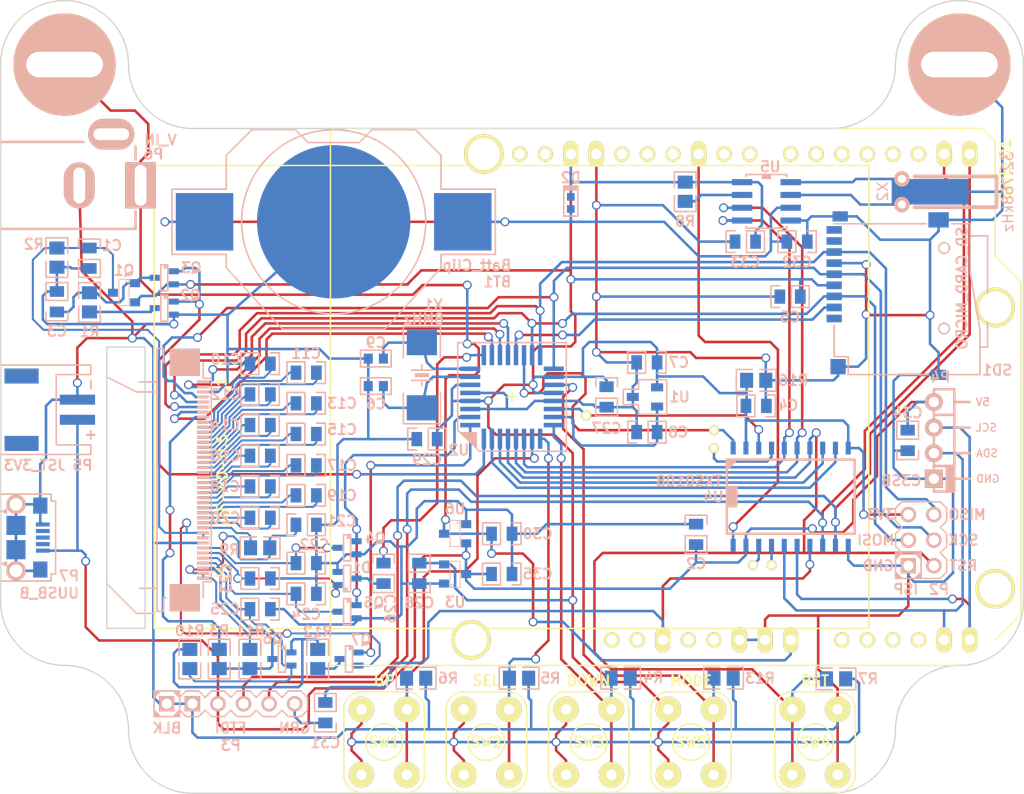
<source format=kicad_pcb>
(kicad_pcb (version 3) (host pcbnew "(2013-03-15 BZR 4003)-stable")
  (layers (15 F.Cu signal hide) (0 B.Cu signal hide) (18 B.Paste user) (19 F.Paste user) (20 B.SilkS user) (21 F.SilkS user) (22 B.Mask user) (23 F.Mask user) (28 Edge.Cuts user))
  (net 0 "")
  (net 1 //EPD_CS_3V3)
  (net 2 //RESET_3V3)
  (net 3 /3V3)
  (net 4 /AD7)
  (net 5 /AD7_3V3)
  (net 6 /BATT_3V)
  (net 7 /BORDER)
  (net 8 /BORDER_CONTROL)
  (net 9 /BUSY_3V3)
  (net 10 /C11M)
  (net 11 /C11P)
  (net 12 /C12M)
  (net 13 /C12P)
  (net 14 /C13M)
  (net 15 /C13P)
  (net 16 /C14M)
  (net 17 /C14P)
  (net 18 /C15M)
  (net 19 /C15P)
  (net 20 /C16M)
  (net 21 /C16P)
  (net 22 /C21M)
  (net 23 /C21P)
  (net 24 /C31M)
  (net 25 /C31P)
  (net 26 /C41M)
  (net 27 /C41P)
  (net 28 /C42M)
  (net 29 /C42P)
  (net 30 /DISCHARGE)
  (net 31 /DOWN)
  (net 32 /DTR)
  (net 33 /FLASH_CS_3V3)
  (net 34 /MODE)
  (net 35 /PANEL_ON)
  (net 36 /PWM)
  (net 37 /RST)
  (net 38 /RST_3V3)
  (net 39 /RXD)
  (net 40 /RXD_3V3)
  (net 41 /SCL)
  (net 42 /SCL_3V3)
  (net 43 /SDA)
  (net 44 /SDA_3V3)
  (net 45 /SEL)
  (net 46 /SPI_CLK_3V3)
  (net 47 /SPI_MISO_3V3)
  (net 48 /SPI_MOSI_3V3)
  (net 49 /SPI_SS)
  (net 50 /SPI_SS_3V3)
  (net 51 /SQW)
  (net 52 /TEMPERATURE)
  (net 53 /TXD)
  (net 54 /TXD_3V3)
  (net 55 /UP)
  (net 56 /VCC5V)
  (net 57 /VCC_T)
  (net 58 /VCL)
  (net 59 /VCOM)
  (net 60 /VCOM_DRIVER)
  (net 61 /VDH)
  (net 62 /VDL)
  (net 63 /VGH)
  (net 64 /VGL)
  (net 65 /V_IN)
  (net 66 GND)
  (net 67 N-0000012)
  (net 68 N-000002)
  (net 69 N-0000024)
  (net 70 N-0000036)
  (net 71 N-0000037)
  (net 72 N-0000038)
  (net 73 N-0000045)
  (net 74 N-0000047)
  (net 75 N-000005)
  (net 76 N-0000056)
  (net 77 N-0000057)
  (net 78 N-000008)
  (module SOT323 (layer B.Cu) (at 59.817 96.266 90)
    (fp_text reference Q5 (at 0.889 2.667 180) (layer B.SilkS) (effects (font (size 1.016 1.016) (thickness 0.2032)) (justify mirror)))
    (fp_text value 2N7002KW hide)
    (pad 2 smd rect (at -0.65024 0.94996 90) (size 0.59944 1.00076) (layers B.Cu B.Paste B.Mask) (net 66 GND))
    (pad 1 smd rect (at 0.65024 0.94996 90) (size 0.59944 1.00076) (layers B.Cu B.Paste B.Mask) (net 30 /DISCHARGE))
    (pad 3 smd rect (at 0 -0.94996 90) (size 0.59944 1.00076) (layers B.Cu B.Paste B.Mask) (net 61 /VDH))
  )
  (module SOT323 (layer B.Cu) (at 41.656 66.1035 90)
    (fp_text reference Q2 (at 1.27 2.6035 180) (layer B.SilkS) (effects (font (size 1.016 1.016) (thickness 0.2032)) (justify mirror)))
    (fp_text value 2N7002KW hide)
    (pad 2 smd rect (at -0.65024 0.94996 90) (size 0.59944 1.00076) (layers B.Cu B.Paste B.Mask) (net 66 GND))
    (pad 1 smd rect (at 0.65024 0.94996 90) (size 0.59944 1.00076) (layers B.Cu B.Paste B.Mask) (net 35 /PANEL_ON))
    (pad 3 smd rect (at 0 -0.94996 90) (size 0.59944 1.00076) (layers B.Cu B.Paste B.Mask) (net 68 N-000002))
  )
  (module SOT323 (layer B.Cu) (at 59.817 89.916 90)
    (fp_text reference Q4 (at 0.9525 2.794 180) (layer B.SilkS) (effects (font (size 1.016 1.016) (thickness 0.2032)) (justify mirror)))
    (fp_text value 2N7002KW hide)
    (pad 2 smd rect (at -0.65024 0.94996 90) (size 0.59944 1.00076) (layers B.Cu B.Paste B.Mask) (net 66 GND))
    (pad 1 smd rect (at 0.65024 0.94996 90) (size 0.59944 1.00076) (layers B.Cu B.Paste B.Mask) (net 30 /DISCHARGE))
    (pad 3 smd rect (at 0 -0.94996 90) (size 0.59944 1.00076) (layers B.Cu B.Paste B.Mask) (net 63 /VGH))
  )
  (module SOT323 (layer B.Cu) (at 53.34 100.965 90)
    (fp_text reference Q6 (at 2.032 -0.889 180) (layer B.SilkS) (effects (font (size 1.016 1.016) (thickness 0.2032)) (justify mirror)))
    (fp_text value 2N7002KW hide)
    (pad 2 smd rect (at -0.65024 0.94996 90) (size 0.59944 1.00076) (layers B.Cu B.Paste B.Mask) (net 62 /VDL))
    (pad 1 smd rect (at 0.65024 0.94996 90) (size 0.59944 1.00076) (layers B.Cu B.Paste B.Mask) (net 69 N-0000024))
    (pad 3 smd rect (at 0 -0.94996 90) (size 0.59944 1.00076) (layers B.Cu B.Paste B.Mask) (net 7 /BORDER))
  )
  (module SOT323 (layer B.Cu) (at 59.817 92.964 270)
    (fp_text reference D1 (at -1.0795 -1.397 360) (layer B.SilkS) (effects (font (size 1.016 1.016) (thickness 0.2032)) (justify mirror)))
    (fp_text value BAT54SW hide)
    (pad 2 smd rect (at -0.65024 0.94996 270) (size 0.59944 1.00076) (layers B.Cu B.Paste B.Mask) (net 66 GND))
    (pad 1 smd rect (at 0.65024 0.94996 270) (size 0.59944 1.00076) (layers B.Cu B.Paste B.Mask) (net 64 /VGL))
    (pad 3 smd rect (at 0 -0.94996 270) (size 0.59944 1.00076) (layers B.Cu B.Paste B.Mask) (net 71 N-0000037))
  )
  (module SOT323 (layer B.Cu) (at 60.0075 100.965 90)
    (fp_text reference Q7 (at 1.905 1.2065 180) (layer B.SilkS) (effects (font (size 1.016 1.016) (thickness 0.2032)) (justify mirror)))
    (fp_text value BSS84W hide)
    (pad 2 smd rect (at -0.65024 0.94996 90) (size 0.59944 1.00076) (layers B.Cu B.Paste B.Mask) (net 57 /VCC_T))
    (pad 1 smd rect (at 0.65024 0.94996 90) (size 0.59944 1.00076) (layers B.Cu B.Paste B.Mask) (net 8 /BORDER_CONTROL))
    (pad 3 smd rect (at 0 -0.94996 90) (size 0.59944 1.00076) (layers B.Cu B.Paste B.Mask) (net 70 N-0000036))
  )
  (module SOT323 (layer B.Cu) (at 41.656 63.0936 90)
    (fp_text reference Q3 (at 0.9906 2.667 180) (layer B.SilkS) (effects (font (size 1.016 1.016) (thickness 0.2032)) (justify mirror)))
    (fp_text value BSS84W hide)
    (pad 2 smd rect (at -0.65024 0.94996 90) (size 0.59944 1.00076) (layers B.Cu B.Paste B.Mask) (net 3 /3V3))
    (pad 1 smd rect (at 0.65024 0.94996 90) (size 0.59944 1.00076) (layers B.Cu B.Paste B.Mask) (net 35 /PANEL_ON))
    (pad 3 smd rect (at 0 -0.94996 90) (size 0.59944 1.00076) (layers B.Cu B.Paste B.Mask) (net 67 N-0000012))
  )
  (module SOT23 (layer B.Cu) (at 37.6555 64.5795 270)
    (fp_text reference Q1 (at -2.2225 0 360) (layer B.SilkS) (effects (font (size 1.016 1.016) (thickness 0.2032)) (justify mirror)))
    (fp_text value AP2305 hide)
    (pad 3 smd rect (at 0 1.09982 270) (size 0.8001 1.00076) (layers B.Cu B.Paste B.Mask) (net 57 /VCC_T))
    (pad 2 smd rect (at 0.9525 -1.09982 270) (size 0.8001 1.00076) (layers B.Cu B.Paste B.Mask) (net 3 /3V3))
    (pad 1 smd rect (at -0.9525 -1.09982 270) (size 0.8001 1.00076) (layers B.Cu B.Paste B.Mask) (net 67 N-0000012))
  )
  (module c_0805 (layer B.Cu) (at 103.8225 64.9605)
    (fp_text reference C5 (at 0 2.032) (layer B.SilkS) (effects (font (size 1.016 1.016) (thickness 0.2032)) (justify mirror)))
    (fp_text value 0.1u,16V hide)
    (pad 1 smd rect (at 1.016 0) (size 1.0668 1.4224) (layers B.Cu B.Paste B.Mask) (net 3 /3V3))
    (pad 2 smd rect (at -1.016 0) (size 1.0668 1.4224) (layers B.Cu B.Paste B.Mask) (net 66 GND))
  )
  (module c_0805 (layer B.Cu) (at 75.184 88.519 180)
    (fp_text reference C30 (at -3.556 0 180) (layer B.SilkS) (effects (font (size 1.016 1.016) (thickness 0.2032)) (justify mirror)))
    (fp_text value 2.2u,16V hide)
    (pad 1 smd rect (at 1.016 0 180) (size 1.0668 1.4224) (layers B.Cu B.Paste B.Mask) (net 65 /V_IN))
    (pad 2 smd rect (at -1.016 0 180) (size 1.0668 1.4224) (layers B.Cu B.Paste B.Mask) (net 66 GND))
  )
  (module c_0805 (layer B.Cu) (at 51.181 86.9315 180)
    (fp_text reference C20 (at 3.429 0 360) (layer B.SilkS) (effects (font (size 1.016 1.016) (thickness 0.2032)) (justify mirror)))
    (fp_text value 2.2u,16V hide)
    (pad 1 smd rect (at 1.016 0 180) (size 1.0668 1.4224) (layers B.Cu B.Paste B.Mask) (net 10 /C11M))
    (pad 2 smd rect (at -1.016 0 180) (size 1.0668 1.4224) (layers B.Cu B.Paste B.Mask) (net 11 /C11P))
  )
  (module c_0805 (layer B.Cu) (at 55.753 78.613 180)
    (fp_text reference C15 (at -3.556 0.4445 360) (layer B.SilkS) (effects (font (size 1.016 1.016) (thickness 0.2032)) (justify mirror)))
    (fp_text value 2.2u,25V hide)
    (pad 1 smd rect (at 1.016 0 180) (size 1.0668 1.4224) (layers B.Cu B.Paste B.Mask) (net 20 /C16M))
    (pad 2 smd rect (at -1.016 0 180) (size 1.0668 1.4224) (layers B.Cu B.Paste B.Mask) (net 21 /C16P))
  )
  (module c_0805 (layer B.Cu) (at 51.181 83.82 180)
    (fp_text reference C18 (at 3.4925 0 360) (layer B.SilkS) (effects (font (size 1.016 1.016) (thickness 0.2032)) (justify mirror)))
    (fp_text value 2.2u,16V hide)
    (pad 1 smd rect (at 1.016 0 180) (size 1.0668 1.4224) (layers B.Cu B.Paste B.Mask) (net 14 /C13M))
    (pad 2 smd rect (at -1.016 0 180) (size 1.0668 1.4224) (layers B.Cu B.Paste B.Mask) (net 15 /C13P))
  )
  (module c_0805 (layer B.Cu) (at 55.753 81.7245 180)
    (fp_text reference C17 (at -3.556 0 360) (layer B.SilkS) (effects (font (size 1.016 1.016) (thickness 0.2032)) (justify mirror)))
    (fp_text value 2.2u,16V hide)
    (pad 1 smd rect (at 1.016 0 180) (size 1.0668 1.4224) (layers B.Cu B.Paste B.Mask) (net 16 /C14M))
    (pad 2 smd rect (at -1.016 0 180) (size 1.0668 1.4224) (layers B.Cu B.Paste B.Mask) (net 17 /C14P))
  )
  (module c_0805 (layer B.Cu) (at 51.181 71.628 180)
    (fp_text reference C10 (at 3.429 0.4445 360) (layer B.SilkS) (effects (font (size 1.016 1.016) (thickness 0.2032)) (justify mirror)))
    (fp_text value 2.2u,10V hide)
    (pad 1 smd rect (at 1.016 0 180) (size 1.0668 1.4224) (layers B.Cu B.Paste B.Mask) (net 66 GND))
    (pad 2 smd rect (at -1.016 0 180) (size 1.0668 1.4224) (layers B.Cu B.Paste B.Mask) (net 58 /VCL))
  )
  (module c_0805 (layer B.Cu) (at 55.753 75.565 180)
    (fp_text reference C13 (at -3.556 0 360) (layer B.SilkS) (effects (font (size 1.016 1.016) (thickness 0.2032)) (justify mirror)))
    (fp_text value 2.2u,25V hide)
    (pad 1 smd rect (at 1.016 0 180) (size 1.0668 1.4224) (layers B.Cu B.Paste B.Mask) (net 24 /C31M))
    (pad 2 smd rect (at -1.016 0 180) (size 1.0668 1.4224) (layers B.Cu B.Paste B.Mask) (net 25 /C31P))
  )
  (module c_0805 (layer B.Cu) (at 51.181 77.724 180)
    (fp_text reference C14 (at 3.4925 0 360) (layer B.SilkS) (effects (font (size 1.016 1.016) (thickness 0.2032)) (justify mirror)))
    (fp_text value 2.2u,16V hide)
    (pad 1 smd rect (at 1.016 0 180) (size 1.0668 1.4224) (layers B.Cu B.Paste B.Mask) (net 22 /C21M))
    (pad 2 smd rect (at -1.016 0 180) (size 1.0668 1.4224) (layers B.Cu B.Paste B.Mask) (net 23 /C21P))
  )
  (module c_0805 (layer B.Cu) (at 55.753 72.517 180)
    (fp_text reference C11 (at 0 1.905 360) (layer B.SilkS) (effects (font (size 1.016 1.016) (thickness 0.2032)) (justify mirror)))
    (fp_text value 2.2u,16V hide)
    (pad 1 smd rect (at 1.016 0 180) (size 1.0668 1.4224) (layers B.Cu B.Paste B.Mask) (net 29 /C42P))
    (pad 2 smd rect (at -1.016 0 180) (size 1.0668 1.4224) (layers B.Cu B.Paste B.Mask) (net 28 /C42M))
  )
  (module c_0805 (layer B.Cu) (at 55.753 84.709 180)
    (fp_text reference C19 (at -3.556 0 360) (layer B.SilkS) (effects (font (size 1.016 1.016) (thickness 0.2032)) (justify mirror)))
    (fp_text value 2.2u,16V hide)
    (pad 1 smd rect (at 1.016 0 180) (size 1.0668 1.4224) (layers B.Cu B.Paste B.Mask) (net 12 /C12M))
    (pad 2 smd rect (at -1.016 0 180) (size 1.0668 1.4224) (layers B.Cu B.Paste B.Mask) (net 13 /C12P))
  )
  (module c_0805 (layer B.Cu) (at 55.753 94.488 180)
    (fp_text reference C24 (at 0 -2.032 180) (layer B.SilkS) (effects (font (size 1.016 1.016) (thickness 0.2032)) (justify mirror)))
    (fp_text value 2.2u,16V hide)
    (pad 1 smd rect (at 1.016 0 180) (size 1.0668 1.4224) (layers B.Cu B.Paste B.Mask) (net 61 /VDH))
    (pad 2 smd rect (at -1.016 0 180) (size 1.0668 1.4224) (layers B.Cu B.Paste B.Mask) (net 66 GND))
  )
  (module c_0805 (layer B.Cu) (at 51.181 80.772 180)
    (fp_text reference C16 (at 3.429 0 360) (layer B.SilkS) (effects (font (size 1.016 1.016) (thickness 0.2032)) (justify mirror)))
    (fp_text value 2.2u,25V hide)
    (pad 1 smd rect (at 1.016 0 180) (size 1.0668 1.4224) (layers B.Cu B.Paste B.Mask) (net 18 /C15M))
    (pad 2 smd rect (at -1.016 0 180) (size 1.0668 1.4224) (layers B.Cu B.Paste B.Mask) (net 19 /C15P))
  )
  (module c_0805 (layer B.Cu) (at 55.753 91.44 180)
    (fp_text reference C22 (at -0.8255 1.8415 180) (layer B.SilkS) (effects (font (size 1.016 1.016) (thickness 0.2032)) (justify mirror)))
    (fp_text value 2.2u,25V hide)
    (pad 1 smd rect (at 1.016 0 180) (size 1.0668 1.4224) (layers B.Cu B.Paste B.Mask) (net 63 /VGH))
    (pad 2 smd rect (at -1.016 0 180) (size 1.0668 1.4224) (layers B.Cu B.Paste B.Mask) (net 66 GND))
  )
  (module c_0805 (layer B.Cu) (at 89.5985 71.501 180)
    (fp_text reference C7 (at -3.175 0 180) (layer B.SilkS) (effects (font (size 1.016 1.016) (thickness 0.2032)) (justify mirror)))
    (fp_text value 1u,16V hide)
    (pad 1 smd rect (at 1.016 0 180) (size 1.0668 1.4224) (layers B.Cu B.Paste B.Mask) (net 66 GND))
    (pad 2 smd rect (at -1.016 0 180) (size 1.0668 1.4224) (layers B.Cu B.Paste B.Mask) (net 3 /3V3))
  )
  (module c_0805 (layer B.Cu) (at 55.753 87.63)
    (fp_text reference C21 (at 3.4925 -0.381 180) (layer B.SilkS) (effects (font (size 1.016 1.016) (thickness 0.2032)) (justify mirror)))
    (fp_text value 1u,10V hide)
    (pad 1 smd rect (at 1.016 0) (size 1.0668 1.4224) (layers B.Cu B.Paste B.Mask) (net 66 GND))
    (pad 2 smd rect (at -1.016 0) (size 1.0668 1.4224) (layers B.Cu B.Paste B.Mask) (net 59 /VCOM))
  )
  (module c_0805 (layer B.Cu) (at 51.181 92.964 180)
    (fp_text reference C23 (at 3.3655 0 270) (layer B.SilkS) (effects (font (size 1.016 1.016) (thickness 0.2032)) (justify mirror)))
    (fp_text value 2.2u,25V hide)
    (pad 1 smd rect (at 1.016 0 180) (size 1.0668 1.4224) (layers B.Cu B.Paste B.Mask) (net 64 /VGL))
    (pad 2 smd rect (at -1.016 0 180) (size 1.0668 1.4224) (layers B.Cu B.Paste B.Mask) (net 66 GND))
  )
  (module c_0805 (layer B.Cu) (at 51.181 96.012 180)
    (fp_text reference C25 (at 3.4925 0 360) (layer B.SilkS) (effects (font (size 1.016 1.016) (thickness 0.2032)) (justify mirror)))
    (fp_text value 2.2u,16V hide)
    (pad 1 smd rect (at 1.016 0 180) (size 1.0668 1.4224) (layers B.Cu B.Paste B.Mask) (net 62 /VDL))
    (pad 2 smd rect (at -1.016 0 180) (size 1.0668 1.4224) (layers B.Cu B.Paste B.Mask) (net 66 GND))
  )
  (module c_0805 (layer B.Cu) (at 51.181 74.676 180)
    (fp_text reference C12 (at 3.429 0 360) (layer B.SilkS) (effects (font (size 1.016 1.016) (thickness 0.2032)) (justify mirror)))
    (fp_text value 2.2u,16V hide)
    (pad 1 smd rect (at 1.016 0 180) (size 1.0668 1.4224) (layers B.Cu B.Paste B.Mask) (net 27 /C41P))
    (pad 2 smd rect (at -1.016 0 180) (size 1.0668 1.4224) (layers B.Cu B.Paste B.Mask) (net 26 /C41M))
  )
  (module c_0805 (layer B.Cu) (at 66.9925 92.456 90)
    (fp_text reference C28 (at -2.921 0 180) (layer B.SilkS) (effects (font (size 1.016 1.016) (thickness 0.2032)) (justify mirror)))
    (fp_text value 2.2u,16V hide)
    (pad 1 smd rect (at 1.016 0 90) (size 1.0668 1.4224) (layers B.Cu B.Paste B.Mask) (net 3 /3V3))
    (pad 2 smd rect (at -1.016 0 90) (size 1.0668 1.4224) (layers B.Cu B.Paste B.Mask) (net 66 GND))
  )
  (module r_0805 (layer B.Cu) (at 34.2265 65.532 270)
    (fp_text reference R1 (at 2.921 0 360) (layer B.SilkS) (effects (font (size 1.016 1.016) (thickness 0.2032)) (justify mirror)))
    (fp_text value 33k hide)
    (pad 1 smd rect (at 0.9525 0 270) (size 1.30048 1.4986) (layers B.Cu B.Paste B.Mask) (net 68 N-000002))
    (pad 2 smd rect (at -0.9525 0 270) (size 1.30048 1.4986) (layers B.Cu B.Paste B.Mask) (net 67 N-0000012))
  )
  (module r_0805 (layer B.Cu) (at 56.896 100.965 90)
    (fp_text reference R12 (at 2.7305 0 180) (layer B.SilkS) (effects (font (size 1.016 1.016) (thickness 0.2032)) (justify mirror)))
    (fp_text value 100k hide)
    (pad 1 smd rect (at 0.9525 0 90) (size 1.30048 1.4986) (layers B.Cu B.Paste B.Mask) (net 69 N-0000024))
    (pad 2 smd rect (at -0.9525 0 90) (size 1.30048 1.4986) (layers B.Cu B.Paste B.Mask) (net 70 N-0000036))
  )
  (module r_0805 (layer B.Cu) (at 50.165 100.965 270)
    (fp_text reference R11 (at -2.794 0 360) (layer B.SilkS) (effects (font (size 1.016 1.016) (thickness 0.2032)) (justify mirror)))
    (fp_text value 100k hide)
    (pad 1 smd rect (at 0.9525 0 270) (size 1.30048 1.4986) (layers B.Cu B.Paste B.Mask) (net 7 /BORDER))
    (pad 2 smd rect (at -0.9525 0 270) (size 1.30048 1.4986) (layers B.Cu B.Paste B.Mask) (net 59 /VCOM))
  )
  (module r_0805 (layer B.Cu) (at 51.181 89.916 180)
    (fp_text reference R9 (at 3.048 -0.1905 360) (layer B.SilkS) (effects (font (size 1.016 1.016) (thickness 0.2032)) (justify mirror)))
    (fp_text value 2k hide)
    (pad 1 smd rect (at 0.9525 0 180) (size 1.30048 1.4986) (layers B.Cu B.Paste B.Mask) (net 60 /VCOM_DRIVER))
    (pad 2 smd rect (at -0.9525 0 180) (size 1.30048 1.4986) (layers B.Cu B.Paste B.Mask) (net 59 /VCOM))
  )
  (module r_0805 (layer B.Cu) (at 47.117 100.965 90)
    (fp_text reference R3 (at 2.794 0 180) (layer B.SilkS) (effects (font (size 1.016 1.016) (thickness 0.2032)) (justify mirror)))
    (fp_text value "0R(NC)" hide)
    (pad 1 smd rect (at 0.9525 0 90) (size 1.30048 1.4986) (layers B.Cu B.Paste B.Mask) (net 72 N-0000038))
    (pad 2 smd rect (at -0.9525 0 90) (size 1.30048 1.4986) (layers B.Cu B.Paste B.Mask) (net 7 /BORDER))
  )
  (module r_0805 (layer B.Cu) (at 44.196 100.965 90)
    (fp_text reference R10 (at 2.794 0 180) (layer B.SilkS) (effects (font (size 1.016 1.016) (thickness 0.2032)) (justify mirror)))
    (fp_text value 100k hide)
    (pad 1 smd rect (at 0.9525 0 90) (size 1.30048 1.4986) (layers B.Cu B.Paste B.Mask) (net 69 N-0000024))
    (pad 2 smd rect (at -0.9525 0 90) (size 1.30048 1.4986) (layers B.Cu B.Paste B.Mask) (net 62 /VDL))
  )
  (module r_0805 (layer B.Cu) (at 100.457 73.279)
    (fp_text reference R16 (at 3.683 0) (layer B.SilkS) (effects (font (size 1.016 1.016) (thickness 0.2032)) (justify mirror)))
    (fp_text value 10k hide)
    (pad 1 smd rect (at 0.9525 0) (size 1.30048 1.4986) (layers B.Cu B.Paste B.Mask) (net 66 GND))
    (pad 2 smd rect (at -0.9525 0) (size 1.30048 1.4986) (layers B.Cu B.Paste B.Mask) (net 3 /3V3))
  )
  (module r_0805 (layer B.Cu) (at 30.988 61.087 90)
    (fp_text reference R2 (at 1.3335 -2.286 180) (layer B.SilkS) (effects (font (size 1.016 1.016) (thickness 0.2032)) (justify mirror)))
    (fp_text value 33k hide)
    (pad 1 smd rect (at 0.9525 0 90) (size 1.30048 1.4986) (layers B.Cu B.Paste B.Mask) (net 57 /VCC_T))
    (pad 2 smd rect (at -0.9525 0 90) (size 1.30048 1.4986) (layers B.Cu B.Paste B.Mask) (net 66 GND))
  )
  (module c_0805 (layer B.Cu) (at 63.4365 92.456 270)
    (fp_text reference C26 (at 3.4925 -0.6985 450) (layer B.SilkS) (effects (font (size 1.016 1.016) (thickness 0.2032)) (justify mirror)))
    (fp_text value 0.1u,16V hide)
    (pad 1 smd rect (at 1.016 0 270) (size 1.0668 1.4224) (layers B.Cu B.Paste B.Mask) (net 71 N-0000037))
    (pad 2 smd rect (at -1.016 0 270) (size 1.0668 1.4224) (layers B.Cu B.Paste B.Mask) (net 36 /PWM))
  )
  (module c_0805 (layer B.Cu) (at 100.457 75.819 180)
    (fp_text reference C4 (at -3.175 0.0635 180) (layer B.SilkS) (effects (font (size 1.016 1.016) (thickness 0.2032)) (justify mirror)))
    (fp_text value 0.1u,16V hide)
    (pad 1 smd rect (at 1.016 0 180) (size 1.0668 1.4224) (layers B.Cu B.Paste B.Mask) (net 3 /3V3))
    (pad 2 smd rect (at -1.016 0 180) (size 1.0668 1.4224) (layers B.Cu B.Paste B.Mask) (net 66 GND))
  )
  (module c_0805 (layer B.Cu) (at 94.488 88.5825 270)
    (fp_text reference C2 (at 2.921 0 360) (layer B.SilkS) (effects (font (size 1.016 1.016) (thickness 0.2032)) (justify mirror)))
    (fp_text value 0.1u,16V hide)
    (pad 1 smd rect (at 1.016 0 270) (size 1.0668 1.4224) (layers B.Cu B.Paste B.Mask) (net 56 /VCC5V))
    (pad 2 smd rect (at -1.016 0 270) (size 1.0668 1.4224) (layers B.Cu B.Paste B.Mask) (net 66 GND))
  )
  (module c_0805 (layer B.Cu) (at 34.2265 61.1505 270)
    (fp_text reference C1 (at -1.27 -2.2225 360) (layer B.SilkS) (effects (font (size 1.016 1.016) (thickness 0.2032)) (justify mirror)))
    (fp_text value 2.2u,16V hide)
    (pad 1 smd rect (at 1.016 0 270) (size 1.0668 1.4224) (layers B.Cu B.Paste B.Mask) (net 66 GND))
    (pad 2 smd rect (at -1.016 0 270) (size 1.0668 1.4224) (layers B.Cu B.Paste B.Mask) (net 57 /VCC_T))
  )
  (module c_0805 (layer B.Cu) (at 89.5985 78.4225)
    (fp_text reference C8 (at 3.1115 0) (layer B.SilkS) (effects (font (size 1.016 1.016) (thickness 0.2032)) (justify mirror)))
    (fp_text value 0.1u,16V hide)
    (pad 1 smd rect (at 1.016 0) (size 1.0668 1.4224) (layers B.Cu B.Paste B.Mask) (net 52 /TEMPERATURE))
    (pad 2 smd rect (at -1.016 0) (size 1.0668 1.4224) (layers B.Cu B.Paste B.Mask) (net 66 GND))
  )
  (module c_0805 (layer B.Cu) (at 67.7545 79.121)
    (fp_text reference C29 (at 0 2.032) (layer B.SilkS) (effects (font (size 1.016 1.016) (thickness 0.2032)) (justify mirror)))
    (fp_text value 0.1u,16V hide)
    (pad 1 smd rect (at 1.016 0) (size 1.0668 1.4224) (layers B.Cu B.Paste B.Mask) (net 3 /3V3))
    (pad 2 smd rect (at -1.016 0) (size 1.0668 1.4224) (layers B.Cu B.Paste B.Mask) (net 66 GND))
  )
  (module c_0805 (layer B.Cu) (at 30.988 65.4685 90)
    (fp_text reference C3 (at -2.921 0 180) (layer B.SilkS) (effects (font (size 1.016 1.016) (thickness 0.2032)) (justify mirror)))
    (fp_text value 0.1u,16V hide)
    (pad 1 smd rect (at 1.016 0 90) (size 1.0668 1.4224) (layers B.Cu B.Paste B.Mask) (net 66 GND))
    (pad 2 smd rect (at -1.016 0 90) (size 1.0668 1.4224) (layers B.Cu B.Paste B.Mask) (net 67 N-0000012))
  )
  (module c_0805 (layer B.Cu) (at 85.598 74.93 270)
    (fp_text reference C27 (at 3.1115 0 360) (layer B.SilkS) (effects (font (size 1.016 1.016) (thickness 0.2032)) (justify mirror)))
    (fp_text value 0.1u,16V hide)
    (pad 1 smd rect (at 1.016 0 270) (size 1.0668 1.4224) (layers B.Cu B.Paste B.Mask) (net 66 GND))
    (pad 2 smd rect (at -1.016 0 270) (size 1.0668 1.4224) (layers B.Cu B.Paste B.Mask) (net 3 /3V3))
  )
  (module SOT23-3-Temp (layer B.Cu) (at 89.408 74.93 270)
    (fp_text reference U1 (at 0 -3.429 360) (layer B.SilkS) (effects (font (size 1.016 1.016) (thickness 0.2032)) (justify mirror)))
    (fp_text value MCP9700AT-E/TT hide)
    (pad 1 smd rect (at -0.9525 -1.2065 270) (size 0.8001 1.19888) (layers B.Cu B.Paste B.Mask) (net 3 /3V3))
    (pad 3 smd rect (at 0 1.2065 270) (size 0.8001 1.19888) (layers B.Cu B.Paste B.Mask) (net 66 GND))
    (pad 2 smd rect (at 0.9525 -1.2065 270) (size 0.8001 1.19888) (layers B.Cu B.Paste B.Mask) (net 52 /TEMPERATURE))
  )
  (module SO20L (layer B.Cu) (at 103.886 84.836)
    (fp_text reference U4 (at -7.6835 0 180) (layer B.SilkS) (effects (font (size 1.016 1.016) (thickness 0.2032)) (justify mirror)))
    (fp_text value TXS0108 (at -10.0965 -1.524 180) (layer B.SilkS) (effects (font (size 1.016 1.016) (thickness 0.2032)) (justify mirror)))
    (pad 11 smd rect (at 5.715 4.826) (size 0.508 1.27) (layers B.Cu B.Paste B.Mask) (net 66 GND))
    (pad 12 smd rect (at 4.445 4.826) (size 0.508 1.27) (layers B.Cu B.Paste B.Mask) (net 39 /RXD))
    (pad 13 smd rect (at 3.175 4.826) (size 0.508 1.27) (layers B.Cu B.Paste B.Mask) (net 53 /TXD))
    (pad 14 smd rect (at 1.905 4.826) (size 0.508 1.27) (layers B.Cu B.Paste B.Mask) (net 37 /RST))
    (pad 15 smd rect (at 0.635 4.826) (size 0.508 1.27) (layers B.Cu B.Paste B.Mask) (net 41 /SCL))
    (pad 16 smd rect (at -0.635 4.826) (size 0.508 1.27) (layers B.Cu B.Paste B.Mask) (net 43 /SDA))
    (pad 17 smd rect (at -1.905 4.826) (size 0.508 1.27) (layers B.Cu B.Paste B.Mask) (net 75 N-000005))
    (pad 18 smd rect (at -3.175 4.826) (size 0.508 1.27) (layers B.Cu B.Paste B.Mask) (net 4 /AD7))
    (pad 19 smd rect (at -4.445 4.826) (size 0.508 1.27) (layers B.Cu B.Paste B.Mask) (net 56 /VCC5V))
    (pad 20 smd rect (at -5.715 4.826) (size 0.508 1.27) (layers B.Cu B.Paste B.Mask) (net 49 /SPI_SS))
    (pad 1 smd rect (at -5.715 -4.826) (size 0.508 1.27) (layers B.Cu B.Paste B.Mask) (net 50 /SPI_SS_3V3))
    (pad 2 smd rect (at -4.445 -4.826) (size 0.508 1.27) (layers B.Cu B.Paste B.Mask) (net 3 /3V3))
    (pad 3 smd rect (at -3.175 -4.826) (size 0.508 1.27) (layers B.Cu B.Paste B.Mask) (net 5 /AD7_3V3))
    (pad 4 smd rect (at -1.905 -4.826) (size 0.508 1.27) (layers B.Cu B.Paste B.Mask) (net 78 N-000008))
    (pad 5 smd rect (at -0.635 -4.826) (size 0.508 1.27) (layers B.Cu B.Paste B.Mask) (net 44 /SDA_3V3))
    (pad 6 smd rect (at 0.635 -4.826) (size 0.508 1.27) (layers B.Cu B.Paste B.Mask) (net 42 /SCL_3V3))
    (pad 7 smd rect (at 1.905 -4.826) (size 0.508 1.27) (layers B.Cu B.Paste B.Mask) (net 38 /RST_3V3))
    (pad 8 smd rect (at 3.175 -4.826) (size 0.508 1.27) (layers B.Cu B.Paste B.Mask) (net 40 /RXD_3V3))
    (pad 9 smd rect (at 4.445 -4.826) (size 0.508 1.27) (layers B.Cu B.Paste B.Mask) (net 54 /TXD_3V3))
    (pad 10 smd rect (at 5.715 -4.826) (size 0.508 1.27) (layers B.Cu B.Paste B.Mask) (net 3 /3V3))
  )
  (module r_0805 (layer B.Cu) (at 86.995 102.87)
    (fp_text reference R4 (at 3.2385 -0.0635) (layer B.SilkS) (effects (font (size 1.016 1.016) (thickness 0.2032)) (justify mirror)))
    (fp_text value 10k hide)
    (pad 1 smd rect (at 0.9525 0) (size 1.30048 1.4986) (layers B.Cu B.Paste B.Mask) (net 66 GND))
    (pad 2 smd rect (at -0.9525 0) (size 1.30048 1.4986) (layers B.Cu B.Paste B.Mask) (net 31 /DOWN))
  )
  (module r_0805 (layer B.Cu) (at 76.8985 102.87)
    (fp_text reference R5 (at 3.1115 0) (layer B.SilkS) (effects (font (size 1.016 1.016) (thickness 0.2032)) (justify mirror)))
    (fp_text value 10k hide)
    (pad 1 smd rect (at 0.9525 0) (size 1.30048 1.4986) (layers B.Cu B.Paste B.Mask) (net 66 GND))
    (pad 2 smd rect (at -0.9525 0) (size 1.30048 1.4986) (layers B.Cu B.Paste B.Mask) (net 45 /SEL))
  )
  (module r_0805 (layer B.Cu) (at 66.675 102.87)
    (fp_text reference R6 (at 3.175 0) (layer B.SilkS) (effects (font (size 1.016 1.016) (thickness 0.2032)) (justify mirror)))
    (fp_text value 10k hide)
    (pad 1 smd rect (at 0.9525 0) (size 1.30048 1.4986) (layers B.Cu B.Paste B.Mask) (net 66 GND))
    (pad 2 smd rect (at -0.9525 0) (size 1.30048 1.4986) (layers B.Cu B.Paste B.Mask) (net 55 /UP))
  )
  (module r_0805 (layer B.Cu) (at 108.3945 102.9335 180)
    (fp_text reference R7 (at -3.175 0 180) (layer B.SilkS) (effects (font (size 1.016 1.016) (thickness 0.2032)) (justify mirror)))
    (fp_text value 10k hide)
    (pad 1 smd rect (at 0.9525 0 180) (size 1.30048 1.4986) (layers B.Cu B.Paste B.Mask) (net 38 /RST_3V3))
    (pad 2 smd rect (at -0.9525 0 180) (size 1.30048 1.4986) (layers B.Cu B.Paste B.Mask) (net 3 /3V3))
  )
  (module I/O (layer F.Cu) (at 96.266 80.01)
    (fp_text reference B1 hide)
    (fp_text value I/O hide)
    (pad 1 thru_hole circle (at 0 0) (size 1.016 1.016) (drill 0.635) (layers *.Cu *.Mask F.SilkS) (net 78 N-000008))
  )
  (module I/O (layer F.Cu) (at 83.566 76.7715)
    (fp_text reference B2 hide)
    (fp_text value I/O hide)
    (pad 1 thru_hole circle (at 0 0) (size 1.016 1.016) (drill 0.635) (layers *.Cu *.Mask F.SilkS) (net 5 /AD7_3V3))
  )
  (module Header_FTDI (layer B.Cu) (at 48.26 105.41)
    (fp_text reference P3 (at 0 4.1275) (layer B.SilkS) (effects (font (size 1.016 1.016) (thickness 0.2032)) (justify mirror)))
    (fp_text value FTDI (at 0 2.413) (layer B.SilkS) (effects (font (size 1.016 1.016) (thickness 0.2032)) (justify mirror)))
    (fp_text user GRN (at 6.35 2.413) (layer B.SilkS) (effects (font (size 1.016 1.016) (thickness 0.2032)) (justify mirror)))
    (fp_text user BLK (at -6.35 2.413) (layer B.SilkS) (effects (font (size 1.016 1.016) (thickness 0.2032)) (justify mirror)))
    (pad 1 thru_hole rect (at -6.35 0) (size 1.524 1.524) (drill 1.016) (layers *.Cu *.Mask B.SilkS) (net 66 GND))
    (pad 2 thru_hole rect (at -3.81 0) (size 1.524 1.524) (drill 1.016) (layers *.Cu *.Mask B.SilkS) (net 66 GND))
    (pad 3 thru_hole circle (at -1.27 0) (size 1.524 1.524) (drill 1.016) (layers *.Cu *.Mask B.SilkS) (net 56 /VCC5V))
    (pad 4 thru_hole circle (at 1.27 0) (size 1.524 1.524) (drill 1.016) (layers *.Cu *.Mask B.SilkS) (net 39 /RXD))
    (pad 5 thru_hole circle (at 3.81 0) (size 1.524 1.524) (drill 1.016) (layers *.Cu *.Mask B.SilkS) (net 53 /TXD))
    (pad 6 thru_hole circle (at 6.35 0) (size 1.524 1.524) (drill 1.016) (layers *.Cu *.Mask B.SilkS) (net 32 /DTR))
  )
  (module c_0805 (layer B.Cu) (at 57.658 106.299 90)
    (fp_text reference C31 (at -2.9845 0 180) (layer B.SilkS) (effects (font (size 1.016 1.016) (thickness 0.2032)) (justify mirror)))
    (fp_text value 0.1u,16V hide)
    (pad 1 smd rect (at 1.016 0 90) (size 1.0668 1.4224) (layers B.Cu B.Paste B.Mask) (net 37 /RST))
    (pad 2 smd rect (at -1.016 0 90) (size 1.0668 1.4224) (layers B.Cu B.Paste B.Mask) (net 32 /DTR))
  )
  (module TQFP32 (layer B.Cu) (at 76.2 74.93)
    (fp_text reference U2 (at -5.2705 5.2705) (layer B.SilkS) (effects (font (size 1.016 1.016) (thickness 0.2032)) (justify mirror)))
    (fp_text value ATMEGA328-AU-ND hide)
    (pad 8 smd rect (at -4.15036 -2.79908) (size 1.99898 0.44958) (layers B.Cu B.Paste B.Mask) (net 76 N-0000056) (clearance 0.127))
    (pad 7 smd rect (at -4.15036 -1.99898) (size 1.99898 0.44958) (layers B.Cu B.Paste B.Mask) (net 77 N-0000057) (clearance 0.14986))
    (pad 6 smd rect (at -4.15036 -1.19888) (size 1.99898 0.44958) (layers B.Cu B.Paste B.Mask) (net 3 /3V3) (clearance 0.14986))
    (pad 5 smd rect (at -4.15036 -0.39878) (size 1.99898 0.44958) (layers B.Cu B.Paste B.Mask) (net 66 GND) (clearance 0.14986))
    (pad 4 smd rect (at -4.15036 0.39878) (size 1.99898 0.44958) (layers B.Cu B.Paste B.Mask) (net 3 /3V3) (clearance 0.14986))
    (pad 3 smd rect (at -4.15036 1.19888) (size 1.99898 0.44958) (layers B.Cu B.Paste B.Mask) (net 66 GND) (clearance 0.14986))
    (pad 2 smd rect (at -4.15036 1.99898) (size 1.99898 0.44958) (layers B.Cu B.Paste B.Mask) (net 30 /DISCHARGE) (clearance 0.14986))
    (pad 1 smd rect (at -4.15036 2.79908) (size 1.99898 0.44958) (layers B.Cu B.Paste B.Mask) (net 8 /BORDER_CONTROL) (clearance 0.127))
    (pad 24 smd rect (at 4.15036 2.79908) (size 1.99898 0.44958) (layers B.Cu B.Paste B.Mask) (net 31 /DOWN) (clearance 0.127))
    (pad 17 smd rect (at 4.15036 -2.79908) (size 1.99898 0.44958) (layers B.Cu B.Paste B.Mask) (net 46 /SPI_CLK_3V3) (clearance 0.127))
    (pad 18 smd rect (at 4.15036 -1.99898) (size 1.99898 0.44958) (layers B.Cu B.Paste B.Mask) (net 3 /3V3) (clearance 0.14986))
    (pad 19 smd rect (at 4.15036 -1.19888) (size 1.99898 0.44958) (layers B.Cu B.Paste B.Mask) (net 34 /MODE) (clearance 0.14986))
    (pad 20 smd rect (at 4.15036 -0.39878) (size 1.99898 0.44958) (layers B.Cu B.Paste B.Mask) (net 3 /3V3) (clearance 0.14986))
    (pad 21 smd rect (at 4.15036 0.39878) (size 1.99898 0.44958) (layers B.Cu B.Paste B.Mask) (net 66 GND) (clearance 0.14986))
    (pad 22 smd rect (at 4.15036 1.19888) (size 1.99898 0.44958) (layers B.Cu B.Paste B.Mask) (net 5 /AD7_3V3) (clearance 0.14986))
    (pad 23 smd rect (at 4.15036 1.99898) (size 1.99898 0.44958) (layers B.Cu B.Paste B.Mask) (net 52 /TEMPERATURE) (clearance 0.14986))
    (pad 32 smd rect (at -2.79908 4.15036 270) (size 1.99898 0.44958) (layers B.Cu B.Paste B.Mask) (net 35 /PANEL_ON) (clearance 0.127))
    (pad 31 smd rect (at -1.99898 4.15036 270) (size 1.99898 0.44958) (layers B.Cu B.Paste B.Mask) (net 54 /TXD_3V3) (clearance 0.14986))
    (pad 30 smd rect (at -1.19888 4.15036 270) (size 1.99898 0.44958) (layers B.Cu B.Paste B.Mask) (net 40 /RXD_3V3) (clearance 0.14986))
    (pad 29 smd rect (at -0.39878 4.15036 270) (size 1.99898 0.44958) (layers B.Cu B.Paste B.Mask) (net 38 /RST_3V3) (clearance 0.14986))
    (pad 28 smd rect (at 0.39878 4.15036 270) (size 1.99898 0.44958) (layers B.Cu B.Paste B.Mask) (net 42 /SCL_3V3) (clearance 0.14986))
    (pad 27 smd rect (at 1.19888 4.15036 270) (size 1.99898 0.44958) (layers B.Cu B.Paste B.Mask) (net 44 /SDA_3V3) (clearance 0.14986))
    (pad 26 smd rect (at 1.99898 4.15036 270) (size 1.99898 0.44958) (layers B.Cu B.Paste B.Mask) (net 55 /UP) (clearance 0.14986))
    (pad 25 smd rect (at 2.79908 4.15036 270) (size 1.99898 0.44958) (layers B.Cu B.Paste B.Mask) (net 45 /SEL) (clearance 0.127))
    (pad 9 smd rect (at -2.79908 -4.15036 270) (size 1.99898 0.44958) (layers B.Cu B.Paste B.Mask) (net 36 /PWM) (clearance 0.127))
    (pad 10 smd rect (at -1.99898 -4.15036 270) (size 1.99898 0.44958) (layers B.Cu B.Paste B.Mask) (net 2 //RESET_3V3) (clearance 0.14986))
    (pad 11 smd rect (at -1.19888 -4.15036 270) (size 1.99898 0.44958) (layers B.Cu B.Paste B.Mask) (net 9 /BUSY_3V3) (clearance 0.14986))
    (pad 12 smd rect (at -0.39878 -4.15036 270) (size 1.99898 0.44958) (layers B.Cu B.Paste B.Mask) (net 1 //EPD_CS_3V3) (clearance 0.14986))
    (pad 13 smd rect (at 0.39878 -4.15036 270) (size 1.99898 0.44958) (layers B.Cu B.Paste B.Mask) (net 33 /FLASH_CS_3V3) (clearance 0.14986))
    (pad 14 smd rect (at 1.19888 -4.15036 270) (size 1.99898 0.44958) (layers B.Cu B.Paste B.Mask) (net 50 /SPI_SS_3V3) (clearance 0.14986))
    (pad 15 smd rect (at 1.99898 -4.15036 270) (size 1.99898 0.44958) (layers B.Cu B.Paste B.Mask) (net 48 /SPI_MOSI_3V3) (clearance 0.14986))
    (pad 16 smd rect (at 2.79908 -4.15036 270) (size 1.99898 0.44958) (layers B.Cu B.Paste B.Mask) (net 47 /SPI_MISO_3V3) (clearance 0.127))
  )
  (module vite_3mm (layer F.Cu) (at 31.75 41.91)
    (fp_text reference H1 hide)
    (fp_text value I/O hide)
    (pad 1 thru_hole circle (at 0 0) (size 10.16 10.16) (drill oval 7.62 2.54) (layers *.Cu *.SilkS *.Mask) (net 65 /V_IN))
  )
  (module pin_strip_4-90 (layer B.Cu) (at 118.11 79.248 270)
    (fp_text reference P4 (at -6.2865 -0.635 540) (layer B.SilkS) (effects (font (size 1.016 1.016) (thickness 0.2032)) (justify mirror)))
    (fp_text value C3SB (at 4.0005 3.2385 360) (layer B.SilkS) (effects (font (size 1.016 1.016) (thickness 0.2032)) (justify mirror)))
    (pad 1 thru_hole circle (at -3.81 0 270) (size 1.778 1.778) (drill 1.016) (layers *.Cu *.Mask B.SilkS) (net 56 /VCC5V))
    (pad 2 thru_hole circle (at -1.27 0 270) (size 1.778 1.778) (drill 1.016) (layers *.Cu *.Mask B.SilkS) (net 41 /SCL))
    (pad 3 thru_hole circle (at 1.27 0 270) (size 1.778 1.778) (drill 1.016) (layers *.Cu *.Mask B.SilkS) (net 43 /SDA))
    (pad 4 thru_hole rect (at 3.81 0 270) (size 1.778 1.778) (drill 1.016) (layers *.Cu *.Mask B.SilkS) (net 66 GND))
  )
  (module PCB (layer F.Cu) (at 76.2 74.93)
    (fp_text reference P1 hide)
    (fp_text value PCB hide)
  )
  (module I/O (layer F.Cu) (at 96.266 78.232)
    (fp_text reference B3 hide)
    (fp_text value I/O hide)
    (pad 1 thru_hole circle (at 0 0) (size 1.016 1.016) (drill 0.635) (layers *.Cu *.Mask F.SilkS) (net 50 /SPI_SS_3V3))
  )
  (module I/O (layer F.Cu) (at 100.1395 91.6305)
    (fp_text reference B4 hide)
    (fp_text value I/O hide)
    (pad 1 thru_hole circle (at 0 0) (size 1.016 1.016) (drill 0.635) (layers *.Cu *.Mask F.SilkS) (net 4 /AD7))
  )
  (module I/O (layer F.Cu) (at 101.981 91.6305)
    (fp_text reference B5 hide)
    (fp_text value I/O hide)
    (pad 1 thru_hole circle (at 0 0) (size 1.016 1.016) (drill 0.635) (layers *.Cu *.Mask F.SilkS) (net 75 N-000005))
  )
  (module vite_3mm (layer F.Cu) (at 120.65 41.91)
    (fp_text reference H2 hide)
    (fp_text value I/O hide)
    (pad 1 thru_hole circle (at 0 0) (size 10.16 10.16) (drill oval 7.62 2.54) (layers *.Cu *.SilkS *.Mask) (net 66 GND))
  )
  (module ARDUINO_SHIELD_040pins (layer F.Cu) (at 58.166 101.6)
    (fp_text reference SHIELD1 (at 67.056 -49.2125 90) (layer F.SilkS) (effects (font (size 1.016 1.016) (thickness 0.2032))))
    (fp_text value ARDUINO_SHIELD hide)
    (pad AD5 thru_hole oval (at 63.5 -2.54 90) (size 2.54 1.524) (drill 1.016) (layers *.Cu *.Mask F.SilkS) (net 41 /SCL))
    (pad AD4 thru_hole oval (at 60.96 -2.54 90) (size 2.54 1.524) (drill 1.016) (layers *.Cu *.Mask F.SilkS) (net 43 /SDA))
    (pad AD3 thru_hole circle (at 58.42 -2.54 90) (size 1.524 1.524) (drill 1.016) (layers *.Cu *.Mask F.SilkS))
    (pad AD0 thru_hole circle (at 50.8 -2.54 90) (size 1.524 1.524) (drill 1.016) (layers *.Cu *.Mask F.SilkS))
    (pad AD1 thru_hole circle (at 53.34 -2.54 90) (size 1.524 1.524) (drill 1.016) (layers *.Cu *.Mask F.SilkS))
    (pad AD2 thru_hole circle (at 55.88 -2.54 90) (size 1.524 1.524) (drill 1.016) (layers *.Cu *.Mask F.SilkS))
    (pad V_IN thru_hole oval (at 45.72 -2.54 90) (size 2.54 1.524) (drill 1.016) (layers *.Cu *.Mask F.SilkS) (net 65 /V_IN))
    (pad GND2 thru_hole oval (at 43.18 -2.54 90) (size 2.54 1.524) (drill 1.016) (layers *.Cu *.Mask F.SilkS) (net 66 GND))
    (pad GND1 thru_hole oval (at 40.64 -2.54 90) (size 2.54 1.524) (drill 1.016) (layers *.Cu *.Mask F.SilkS) (net 66 GND))
    (pad 3V3 thru_hole circle (at 35.56 -2.54 90) (size 1.524 1.524) (drill 1.016) (layers *.Cu *.Mask F.SilkS))
    (pad RST thru_hole oval (at 33.02 -2.54 90) (size 2.54 1.524) (drill 1.016) (layers *.Cu *.Mask F.SilkS) (net 37 /RST))
    (pad 0 thru_hole oval (at 63.5 -50.8 90) (size 2.54 1.524) (drill 1.016) (layers *.Cu *.Mask F.SilkS) (net 39 /RXD))
    (pad 1 thru_hole oval (at 60.96 -50.8 90) (size 2.54 1.524) (drill 1.016) (layers *.Cu *.Mask F.SilkS) (net 53 /TXD))
    (pad 2 thru_hole circle (at 58.42 -50.8 90) (size 1.524 1.524) (drill 1.016) (layers *.Cu *.Mask F.SilkS))
    (pad 3 thru_hole circle (at 55.88 -50.8 90) (size 1.524 1.524) (drill 1.016) (layers *.Cu *.Mask F.SilkS))
    (pad 4 thru_hole circle (at 53.34 -50.8 90) (size 1.524 1.524) (drill 1.016) (layers *.Cu *.Mask F.SilkS))
    (pad 5 thru_hole circle (at 50.8 -50.8 90) (size 1.524 1.524) (drill 1.016) (layers *.Cu *.Mask F.SilkS))
    (pad 6 thru_hole circle (at 48.26 -50.8 90) (size 1.524 1.524) (drill 1.016) (layers *.Cu *.Mask F.SilkS))
    (pad 7 thru_hole circle (at 45.72 -50.8 90) (size 1.524 1.524) (drill 1.016) (layers *.Cu *.Mask F.SilkS))
    (pad 8 thru_hole circle (at 41.656 -50.8 90) (size 1.524 1.524) (drill 1.016) (layers *.Cu *.Mask F.SilkS))
    (pad 9 thru_hole circle (at 39.116 -50.8 90) (size 1.524 1.524) (drill 1.016) (layers *.Cu *.Mask F.SilkS))
    (pad 10 thru_hole oval (at 36.576 -50.8 90) (size 2.54 1.524) (drill 1.016) (layers *.Cu *.Mask F.SilkS) (net 49 /SPI_SS))
    (pad 11 thru_hole circle (at 34.036 -50.8 90) (size 1.524 1.524) (drill 1.016) (layers *.Cu *.Mask F.SilkS))
    (pad 12 thru_hole circle (at 31.496 -50.8 90) (size 1.524 1.524) (drill 1.016) (layers *.Cu *.Mask F.SilkS))
    (pad 13 thru_hole circle (at 28.956 -50.8 90) (size 1.524 1.524) (drill 1.016) (layers *.Cu *.Mask F.SilkS))
    (pad GND3 thru_hole oval (at 26.416 -50.8 90) (size 2.54 1.524) (drill 1.016) (layers *.Cu *.Mask F.SilkS) (net 66 GND))
    (pad AREF thru_hole oval (at 23.876 -50.8 90) (size 2.54 1.524) (drill 1.016) (layers *.Cu *.Mask F.SilkS) (net 3 /3V3))
    (pad 5V thru_hole circle (at 38.1 -2.54 90) (size 1.524 1.524) (drill 1.016) (layers *.Cu *.Mask F.SilkS))
    (pad H2 thru_hole circle (at 66.04 -7.62 90) (size 3.937 3.937) (drill 3.174999) (layers *.Cu *.Mask F.SilkS))
    (pad H3 thru_hole circle (at 66.04 -35.56 90) (size 3.937 3.937) (drill 3.174999) (layers *.Cu *.Mask F.SilkS))
    (pad H4 thru_hole circle (at 15.24 -50.8 90) (size 3.937 3.937) (drill 3.174999) (layers *.Cu *.Mask F.SilkS))
    (pad H1 thru_hole circle (at 13.97 -2.54 90) (size 3.937 3.937) (drill 3.174999) (layers *.Cu *.Mask F.SilkS))
    (pad 5V thru_hole circle (at 30.48 -2.54 90) (size 1.524 1.524) (drill 1.016) (layers *.Cu *.Mask F.SilkS))
    (pad SDA thru_hole circle (at 21.336 -50.8 90) (size 1.524 1.524) (drill 1.016) (layers *.Cu *.Mask F.SilkS))
    (pad SCL thru_hole circle (at 18.796 -50.8 90) (size 1.524 1.524) (drill 1.016) (layers *.Cu *.Mask F.SilkS))
    (pad NC thru_hole circle (at 27.94 -2.54 90) (size 1.524 1.524) (drill 1.016) (layers *.Cu *.Mask F.SilkS))
  )
  (module SOT23 (layer B.Cu) (at 70.5485 92.5195 90)
    (fp_text reference U3 (at -2.794 0 360) (layer B.SilkS) (effects (font (size 1.016 1.016) (thickness 0.2032)) (justify mirror)))
    (fp_text value MCP1700T-33 hide)
    (pad 3 smd rect (at 0 1.09982 90) (size 0.8001 1.00076) (layers B.Cu B.Paste B.Mask) (net 56 /VCC5V))
    (pad 2 smd rect (at 0.9525 -1.09982 90) (size 0.8001 1.00076) (layers B.Cu B.Paste B.Mask) (net 3 /3V3))
    (pad 1 smd rect (at -0.9525 -1.09982 90) (size 0.8001 1.00076) (layers B.Cu B.Paste B.Mask) (net 66 GND))
  )
  (module CR2032_SMD (layer B.Cu) (at 58.4835 57.531 180)
    (fp_text reference BT1 (at -16.256 -5.969 180) (layer B.SilkS) (effects (font (size 1.016 1.016) (thickness 0.2032)) (justify mirror)))
    (fp_text value Batt_Clip (at -14.224 -4.318 180) (layer B.SilkS) (effects (font (size 1.016 1.016) (thickness 0.2032)) (justify mirror)))
    (pad + smd rect (at -12.827 0 180) (size 5.715 5.715) (layers B.Cu B.Paste B.Mask) (net 6 /BATT_3V))
    (pad + smd rect (at 12.827 0 180) (size 5.715 5.715) (layers B.Cu B.Paste B.Mask) (net 6 /BATT_3V))
    (pad - smd circle (at 0 0 180) (size 15.24 15.24) (layers B.Cu B.Paste B.Mask) (net 66 GND))
  )
  (module r_0805 (layer B.Cu) (at 93.4085 54.5465 270)
    (fp_text reference R8 (at 2.921 0 360) (layer B.SilkS) (effects (font (size 1.016 1.016) (thickness 0.2032)) (justify mirror)))
    (fp_text value 10k hide)
    (pad 1 smd rect (at 0.9525 0 270) (size 1.30048 1.4986) (layers B.Cu B.Paste B.Mask) (net 51 /SQW))
    (pad 2 smd rect (at -0.9525 0 270) (size 1.30048 1.4986) (layers B.Cu B.Paste B.Mask) (net 3 /3V3))
  )
  (module c_0805 (layer B.Cu) (at 104.521 59.4995 180)
    (fp_text reference C32 (at 0 -2.032 180) (layer B.SilkS) (effects (font (size 1.016 1.016) (thickness 0.2032)) (justify mirror)))
    (fp_text value 0.1u,16V hide)
    (pad 1 smd rect (at 1.016 0 180) (size 1.0668 1.4224) (layers B.Cu B.Paste B.Mask) (net 6 /BATT_3V))
    (pad 2 smd rect (at -1.016 0 180) (size 1.0668 1.4224) (layers B.Cu B.Paste B.Mask) (net 66 GND))
  )
  (module SW-PB (layer F.Cu) (at 106.299 109.22 180)
    (fp_text reference SW4 (at 0 0 180) (layer F.SilkS) (effects (font (size 1.016 1.016) (thickness 0.2032))))
    (fp_text value RST (at 0 6.096 360) (layer F.SilkS) (effects (font (size 1.016 1.016) (thickness 0.2032))))
    (pad 1 thru_hole circle (at -2.25 -3.25 180) (size 2.54 2.54) (drill 1.016) (layers *.Cu *.Mask F.SilkS) (net 66 GND))
    (pad 2 thru_hole circle (at 2.25 3.25 180) (size 2.54 2.54) (drill 1.016) (layers *.Cu *.Mask F.SilkS) (net 38 /RST_3V3))
    (pad 2 thru_hole circle (at 2.25 -3.25 180) (size 2.54 2.54) (drill 1.016) (layers *.Cu *.Mask F.SilkS) (net 38 /RST_3V3))
    (pad 1 thru_hole circle (at -2.25 3.25 180) (size 2.54 2.54) (drill 1.016) (layers *.Cu *.Mask F.SilkS) (net 66 GND))
  )
  (module SW-PB (layer F.Cu) (at 63.5 109.22 180)
    (fp_text reference SW1 (at 0 0 180) (layer F.SilkS) (effects (font (size 1.016 1.016) (thickness 0.2032))))
    (fp_text value UP (at 0 6.096 360) (layer F.SilkS) (effects (font (size 1.016 1.016) (thickness 0.2032))))
    (pad 1 thru_hole circle (at -2.25 -3.25 180) (size 2.54 2.54) (drill 1.016) (layers *.Cu *.Mask F.SilkS) (net 55 /UP))
    (pad 2 thru_hole circle (at 2.25 3.25 180) (size 2.54 2.54) (drill 1.016) (layers *.Cu *.Mask F.SilkS) (net 3 /3V3))
    (pad 2 thru_hole circle (at 2.25 -3.25 180) (size 2.54 2.54) (drill 1.016) (layers *.Cu *.Mask F.SilkS) (net 3 /3V3))
    (pad 1 thru_hole circle (at -2.25 3.25 180) (size 2.54 2.54) (drill 1.016) (layers *.Cu *.Mask F.SilkS) (net 55 /UP))
  )
  (module SW-PB (layer F.Cu) (at 73.66 109.22 180)
    (fp_text reference SW2 (at 0 0 180) (layer F.SilkS) (effects (font (size 1.016 1.016) (thickness 0.2032))))
    (fp_text value SEL (at 0 6.096 360) (layer F.SilkS) (effects (font (size 1.016 1.016) (thickness 0.2032))))
    (pad 1 thru_hole circle (at -2.25 -3.25 180) (size 2.54 2.54) (drill 1.016) (layers *.Cu *.Mask F.SilkS) (net 45 /SEL))
    (pad 2 thru_hole circle (at 2.25 3.25 180) (size 2.54 2.54) (drill 1.016) (layers *.Cu *.Mask F.SilkS) (net 3 /3V3))
    (pad 2 thru_hole circle (at 2.25 -3.25 180) (size 2.54 2.54) (drill 1.016) (layers *.Cu *.Mask F.SilkS) (net 3 /3V3))
    (pad 1 thru_hole circle (at -2.25 3.25 180) (size 2.54 2.54) (drill 1.016) (layers *.Cu *.Mask F.SilkS) (net 45 /SEL))
  )
  (module SW-PB (layer F.Cu) (at 83.82 109.22 180)
    (fp_text reference SW3 (at 0 0 180) (layer F.SilkS) (effects (font (size 1.016 1.016) (thickness 0.2032))))
    (fp_text value DOWN (at 0 6.096 360) (layer F.SilkS) (effects (font (size 1.016 1.016) (thickness 0.2032))))
    (pad 1 thru_hole circle (at -2.25 -3.25 180) (size 2.54 2.54) (drill 1.016) (layers *.Cu *.Mask F.SilkS) (net 31 /DOWN))
    (pad 2 thru_hole circle (at 2.25 3.25 180) (size 2.54 2.54) (drill 1.016) (layers *.Cu *.Mask F.SilkS) (net 3 /3V3))
    (pad 2 thru_hole circle (at 2.25 -3.25 180) (size 2.54 2.54) (drill 1.016) (layers *.Cu *.Mask F.SilkS) (net 3 /3V3))
    (pad 1 thru_hole circle (at -2.25 3.25 180) (size 2.54 2.54) (drill 1.016) (layers *.Cu *.Mask F.SilkS) (net 31 /DOWN))
  )
  (module Header_ISP (layer B.Cu) (at 116.84 89.154 90)
    (fp_text reference P2 (at -4.8895 1.778 360) (layer B.SilkS) (effects (font (size 1.016 1.016) (thickness 0.2032)) (justify mirror)))
    (fp_text value ISP (at -4.8895 -1.524 360) (layer B.SilkS) (effects (font (size 1.016 1.016) (thickness 0.2032)) (justify mirror)))
    (fp_text user 3V3 (at 2.54 -4.0005 180) (layer B.SilkS) (effects (font (size 1.016 1.016) (thickness 0.2032)) (justify mirror)))
    (fp_text user MOSI (at 0 -4.5085 360) (layer B.SilkS) (effects (font (size 1.016 1.016) (thickness 0.2032)) (justify mirror)))
    (fp_text user GND (at -2.54 -4.2545 360) (layer B.SilkS) (effects (font (size 1.016 1.016) (thickness 0.2032)) (justify mirror)))
    (fp_text user MISO (at 2.54 4.572 360) (layer B.SilkS) (effects (font (size 1.016 1.016) (thickness 0.2032)) (justify mirror)))
    (fp_text user SCK (at 0 4.191 360) (layer B.SilkS) (effects (font (size 1.016 1.016) (thickness 0.2032)) (justify mirror)))
    (fp_text user RST (at -2.54 4.191 360) (layer B.SilkS) (effects (font (size 1.016 1.016) (thickness 0.2032)) (justify mirror)))
    (pad 1 thru_hole rect (at -2.54 -1.27 90) (size 1.524 1.524) (drill 1.016) (layers *.Cu *.Mask B.SilkS) (net 66 GND))
    (pad 2 thru_hole circle (at -2.54 1.27 90) (size 1.524 1.524) (drill 1.016) (layers *.Cu *.Mask B.SilkS) (net 38 /RST_3V3))
    (pad 3 thru_hole circle (at 0 -1.27 90) (size 1.524 1.524) (drill 1.016) (layers *.Cu *.Mask B.SilkS) (net 48 /SPI_MOSI_3V3))
    (pad 4 thru_hole circle (at 0 1.27 90) (size 1.524 1.524) (drill 1.016) (layers *.Cu *.Mask B.SilkS) (net 46 /SPI_CLK_3V3))
    (pad 5 thru_hole circle (at 2.54 -1.27 90) (size 1.524 1.524) (drill 1.016) (layers *.Cu *.Mask B.SilkS) (net 3 /3V3))
    (pad 6 thru_hole circle (at 2.54 1.27 90) (size 1.524 1.524) (drill 1.016) (layers *.Cu *.Mask B.SilkS) (net 47 /SPI_MISO_3V3))
  )
  (module SW-PB (layer F.Cu) (at 93.98 109.22 180)
    (fp_text reference SW5 (at 0 0 180) (layer F.SilkS) (effects (font (size 1.016 1.016) (thickness 0.2032))))
    (fp_text value MODE (at 0 6.096 360) (layer F.SilkS) (effects (font (size 1.016 1.016) (thickness 0.2032))))
    (pad 1 thru_hole circle (at -2.25 -3.25 180) (size 2.54 2.54) (drill 1.016) (layers *.Cu *.Mask F.SilkS) (net 34 /MODE))
    (pad 2 thru_hole circle (at 2.25 3.25 180) (size 2.54 2.54) (drill 1.016) (layers *.Cu *.Mask F.SilkS) (net 3 /3V3))
    (pad 2 thru_hole circle (at 2.25 -3.25 180) (size 2.54 2.54) (drill 1.016) (layers *.Cu *.Mask F.SilkS) (net 3 /3V3))
    (pad 1 thru_hole circle (at -2.25 3.25 180) (size 2.54 2.54) (drill 1.016) (layers *.Cu *.Mask F.SilkS) (net 34 /MODE))
  )
  (module r_0805 (layer B.Cu) (at 97.2185 102.87)
    (fp_text reference R13 (at 3.6195 0) (layer B.SilkS) (effects (font (size 1.016 1.016) (thickness 0.2032)) (justify mirror)))
    (fp_text value 10k hide)
    (pad 1 smd rect (at 0.9525 0) (size 1.30048 1.4986) (layers B.Cu B.Paste B.Mask) (net 66 GND))
    (pad 2 smd rect (at -0.9525 0) (size 1.30048 1.4986) (layers B.Cu B.Paste B.Mask) (net 34 /MODE))
  )
  (module c_0805 (layer B.Cu) (at 99.3775 59.4995)
    (fp_text reference C33 (at 0 2.032) (layer B.SilkS) (effects (font (size 1.016 1.016) (thickness 0.2032)) (justify mirror)))
    (fp_text value 0.1u,16V hide)
    (pad 1 smd rect (at 1.016 0) (size 1.0668 1.4224) (layers B.Cu B.Paste B.Mask) (net 3 /3V3))
    (pad 2 smd rect (at -1.016 0) (size 1.0668 1.4224) (layers B.Cu B.Paste B.Mask) (net 66 GND))
  )
  (module c_0805 (layer B.Cu) (at 115.5065 79.248 90)
    (fp_text reference C34 (at 2.7305 0 180) (layer B.SilkS) (effects (font (size 1.016 1.016) (thickness 0.2032)) (justify mirror)))
    (fp_text value 0.1u,16V hide)
    (pad 1 smd rect (at 1.016 0 90) (size 1.0668 1.4224) (layers B.Cu B.Paste B.Mask) (net 56 /VCC5V))
    (pad 2 smd rect (at -1.016 0 90) (size 1.0668 1.4224) (layers B.Cu B.Paste B.Mask) (net 66 GND))
  )
  (module CONN_JST-2_SMD (layer B.Cu) (at 25.781 76.2 90)
    (fp_text reference P5 (at -5.5245 7.747 180) (layer B.SilkS) (effects (font (size 1.016 1.016) (thickness 0.2032)) (justify mirror)))
    (fp_text value JST_3V3 (at -5.5245 2.9845 180) (layer B.SilkS) (effects (font (size 1.016 1.016) (thickness 0.2032)) (justify mirror)))
    (fp_text user - (at 2.49936 8.49884 90) (layer B.SilkS) (effects (font (size 1.016 1.016) (thickness 0.2032)) (justify mirror)))
    (fp_text user + (at -2.49936 8.49884 90) (layer B.SilkS) (effects (font (size 1.016 1.016) (thickness 0.2032)) (justify mirror)))
    (pad "" smd rect (at -3.34772 1.69926 90) (size 1.4986 3.39598) (layers B.Cu B.Paste B.Mask))
    (pad 1 smd rect (at -0.99822 7.24916 90) (size 0.99568 3.49758) (layers B.Cu B.Paste B.Mask) (net 56 /VCC5V))
    (pad 2 smd rect (at 0.99822 7.24916 90) (size 0.99568 3.49758) (layers B.Cu B.Paste B.Mask) (net 66 GND))
    (pad "" smd rect (at 3.34772 1.69926 90) (size 1.4986 3.39598) (layers B.Cu B.Paste B.Mask))
  )
  (module USB_B_Micro (layer B.Cu) (at 29.591 88.9)
    (fp_text reference P7 (at 2.6035 3.81 180) (layer B.SilkS) (effects (font (size 1.016 1.016) (thickness 0.2032)) (justify mirror)))
    (fp_text value UUSB_B (at 0.635 5.5245 180) (layer B.SilkS) (effects (font (size 1.016 1.016) (thickness 0.2032)) (justify mirror)))
    (pad 3 smd rect (at 0 0) (size 1.3716 0.4064) (layers B.Cu B.Paste B.Mask) (clearance 0.2032))
    (pad 4 smd rect (at 0 -0.65024) (size 1.3716 0.4064) (layers B.Cu B.Paste B.Mask) (clearance 0.2032))
    (pad 5 smd rect (at 0 -1.30048) (size 1.3716 0.4064) (layers B.Cu B.Paste B.Mask) (net 66 GND) (clearance 0.2032))
    (pad 2 smd rect (at 0 0.65024) (size 1.3716 0.4064) (layers B.Cu B.Paste B.Mask) (clearance 0.2032))
    (pad 1 smd rect (at 0 1.30048) (size 1.3716 0.4064) (layers B.Cu B.Paste B.Mask) (net 56 /VCC5V) (clearance 0.2032))
    (pad T1 smd rect (at -0.254 3.175) (size 1.4224 1.6002) (layers B.Cu B.Paste B.Mask) (net 66 GND))
    (pad T2 smd rect (at -0.254 -3.175) (size 1.4224 1.6002) (layers B.Cu B.Paste B.Mask) (net 66 GND))
    (pad T3 smd rect (at -2.667 1.2065) (size 1.905 1.905) (layers B.Cu B.Paste B.Mask) (net 66 GND) (clearance 0.2032))
    (pad T4 smd rect (at -2.667 -1.2065) (size 1.905 1.905) (layers B.Cu B.Paste B.Mask) (net 66 GND) (clearance 0.2032))
    (pad T5 thru_hole circle (at -2.667 3.302) (size 1.905 1.905) (drill 1.27) (layers *.Cu *.Paste *.Mask B.SilkS) (net 66 GND) (clearance 0.2032))
    (pad T6 thru_hole circle (at -2.667 -3.302) (size 1.905 1.905) (drill 1.27) (layers *.Cu *.Paste *.Mask B.SilkS) (net 66 GND) (clearance 0.2032))
  )
  (module SOT23 (layer B.Cu) (at 70.5485 88.519 270)
    (fp_text reference U6 (at -2.4765 0 540) (layer B.SilkS) (effects (font (size 1.016 1.016) (thickness 0.2032)) (justify mirror)))
    (fp_text value MCP1702T-50 hide)
    (pad 3 smd rect (at 0 1.09982 270) (size 0.8001 1.00076) (layers B.Cu B.Paste B.Mask) (net 65 /V_IN))
    (pad 2 smd rect (at 0.9525 -1.09982 270) (size 0.8001 1.00076) (layers B.Cu B.Paste B.Mask) (net 56 /VCC5V))
    (pad 1 smd rect (at -0.9525 -1.09982 270) (size 0.8001 1.00076) (layers B.Cu B.Paste B.Mask) (net 66 GND))
  )
  (module c_0805 (layer B.Cu) (at 75.184 92.5195 180)
    (fp_text reference C35 (at -3.556 0 180) (layer B.SilkS) (effects (font (size 1.016 1.016) (thickness 0.2032)) (justify mirror)))
    (fp_text value 2.2u,16V hide)
    (pad 1 smd rect (at 1.016 0 180) (size 1.0668 1.4224) (layers B.Cu B.Paste B.Mask) (net 56 /VCC5V))
    (pad 2 smd rect (at -1.016 0 180) (size 1.0668 1.4224) (layers B.Cu B.Paste B.Mask) (net 66 GND))
  )
  (module d_VMD2 (layer B.Cu) (at 82.042 55.626 90)
    (fp_text reference D2 (at 2.4765 0 180) (layer B.SilkS) (effects (font (size 1.016 1.016) (thickness 0.2032)) (justify mirror)))
    (fp_text value DB2S20500L hide)
    (pad 2 smd rect (at 0.5715 0 90) (size 0.762 0.762) (layers B.Cu B.Paste B.Mask) (net 3 /3V3))
    (pad 1 smd rect (at -0.635 0 90) (size 0.762 0.762) (layers B.Cu B.Paste B.Mask) (net 6 /BATT_3V))
  )
  (module ZIF-40-0.5-M (layer F.Cu) (at 29.4005 83.185 90)
    (fp_text reference J4 (at -9.144 18.034 90) (layer F.SilkS) (effects (font (size 1.016 1.016) (thickness 0.2032))))
    (fp_text value ZIF-40-0.5 (at 0 18.034 90) (layer F.SilkS) (effects (font (size 1.016 1.016) (thickness 0.2032))))
    (fp_text user 1 (at 9.779 17.907 90) (layer F.SilkS) (effects (font (size 1.016 1.016) (thickness 0.2032))))
    (pad 42 smd rect (at 11.7 14.3 270) (size 2.7 3) (layers B.Cu B.Paste B.SilkS B.Mask))
    (pad 41 smd rect (at -11.7 14.3 270) (size 2.7 3) (layers B.Cu B.Paste B.SilkS B.Mask))
    (pad 1 smd rect (at 9.75 16.129 270) (size 0.3 1.2) (layers B.Cu B.Paste B.SilkS B.Mask) (net 1 //EPD_CS_3V3) (clearance 0.1))
    (pad 2 smd rect (at 9.25 16.129 270) (size 0.3 1.2) (layers B.Cu B.Paste B.SilkS B.Mask) (net 9 /BUSY_3V3) (clearance 0.1))
    (pad 3 smd rect (at 8.75 16.129 270) (size 0.3 1.2) (layers B.Cu B.Paste B.SilkS B.Mask) (net 66 GND) (clearance 0.1))
    (pad 4 smd rect (at 8.25 16.129 270) (size 0.3 1.2) (layers B.Cu B.Paste B.SilkS B.Mask) (net 46 /SPI_CLK_3V3) (clearance 0.1))
    (pad 5 smd rect (at 7.75 16.129 270) (size 0.3 1.2) (layers B.Cu B.Paste B.SilkS B.Mask) (net 48 /SPI_MOSI_3V3) (clearance 0.1))
    (pad 6 smd rect (at 7.25 16.129 270) (size 0.3 1.2) (layers B.Cu B.Paste B.SilkS B.Mask) (net 47 /SPI_MISO_3V3) (clearance 0.1))
    (pad 7 smd rect (at 6.75 16.129 270) (size 0.3 1.2) (layers B.Cu B.Paste B.SilkS B.Mask) (net 2 //RESET_3V3) (clearance 0.1))
    (pad 8 smd rect (at 6.25 16.129 270) (size 0.3 1.2) (layers B.Cu B.Paste B.SilkS B.Mask) (net 72 N-0000038) (clearance 0.1))
    (pad 9 smd rect (at 5.75 16.129 270) (size 0.3 1.2) (layers B.Cu B.Paste B.SilkS B.Mask) (net 58 /VCL) (clearance 0.1))
    (pad 10 smd rect (at 5.25 16.129 270) (size 0.3 1.2) (layers B.Cu B.Paste B.SilkS B.Mask) (net 29 /C42P) (clearance 0.1))
    (pad 11 smd rect (at 4.75 16.129 270) (size 0.3 1.2) (layers B.Cu B.Paste B.SilkS B.Mask) (net 28 /C42M) (clearance 0.1))
    (pad 12 smd rect (at 4.25 16.129 270) (size 0.3 1.2) (layers B.Cu B.Paste B.SilkS B.Mask) (net 27 /C41P) (clearance 0.1))
    (pad 13 smd rect (at 3.75 16.129 270) (size 0.3 1.2) (layers B.Cu B.Paste B.SilkS B.Mask) (net 26 /C41M) (clearance 0.1))
    (pad 14 smd rect (at 3.25 16.129 270) (size 0.3 1.2) (layers B.Cu B.Paste B.SilkS B.Mask) (net 24 /C31M) (clearance 0.1))
    (pad 15 smd rect (at 2.75 16.129 270) (size 0.3 1.2) (layers B.Cu B.Paste B.SilkS B.Mask) (net 25 /C31P) (clearance 0.1))
    (pad 16 smd rect (at 2.25 16.129 270) (size 0.3 1.2) (layers B.Cu B.Paste B.SilkS B.Mask) (net 22 /C21M) (clearance 0.1))
    (pad 17 smd rect (at 1.75 16.129 270) (size 0.3 1.2) (layers B.Cu B.Paste B.SilkS B.Mask) (net 23 /C21P) (clearance 0.1))
    (pad 18 smd rect (at 1.25 16.129 270) (size 0.3 1.2) (layers B.Cu B.Paste B.SilkS B.Mask) (net 20 /C16M) (clearance 0.1))
    (pad 19 smd rect (at 0.75 16.129 270) (size 0.3 1.2) (layers B.Cu B.Paste B.SilkS B.Mask) (net 21 /C16P) (clearance 0.1))
    (pad 20 smd rect (at 0.25 16.129 270) (size 0.3 1.2) (layers B.Cu B.Paste B.SilkS B.Mask) (net 18 /C15M) (clearance 0.1))
    (pad 21 smd rect (at -0.25 16.129 270) (size 0.3 1.2) (layers B.Cu B.Paste B.SilkS B.Mask) (net 19 /C15P) (clearance 0.1))
    (pad 22 smd rect (at -0.75 16.129 270) (size 0.3 1.2) (layers B.Cu B.Paste B.SilkS B.Mask) (net 16 /C14M) (clearance 0.1))
    (pad 23 smd rect (at -1.25 16.129 270) (size 0.3 1.2) (layers B.Cu B.Paste B.SilkS B.Mask) (net 17 /C14P) (clearance 0.1))
    (pad 24 smd rect (at -1.75 16.129 270) (size 0.3 1.2) (layers B.Cu B.Paste B.SilkS B.Mask) (net 14 /C13M) (clearance 0.1))
    (pad 25 smd rect (at -2.25 16.129 270) (size 0.3 1.2) (layers B.Cu B.Paste B.SilkS B.Mask) (net 15 /C13P) (clearance 0.1))
    (pad 26 smd rect (at -2.75 16.129 270) (size 0.3 1.2) (layers B.Cu B.Paste B.SilkS B.Mask) (net 12 /C12M) (clearance 0.1))
    (pad 27 smd rect (at -3.25 16.129 270) (size 0.3 1.2) (layers B.Cu B.Paste B.SilkS B.Mask) (net 13 /C12P) (clearance 0.1))
    (pad 28 smd rect (at -3.75 16.129 270) (size 0.3 1.2) (layers B.Cu B.Paste B.SilkS B.Mask) (net 10 /C11M) (clearance 0.1))
    (pad 29 smd rect (at -4.25 16.129 270) (size 0.3 1.2) (layers B.Cu B.Paste B.SilkS B.Mask) (net 11 /C11P) (clearance 0.1))
    (pad 30 smd rect (at -4.75 16.129 270) (size 0.3 1.2) (layers B.Cu B.Paste B.SilkS B.Mask) (net 60 /VCOM_DRIVER) (clearance 0.1))
    (pad 31 smd rect (at -5.25 16.129 270) (size 0.3 1.2) (layers B.Cu B.Paste B.SilkS B.Mask) (net 57 /VCC_T) (clearance 0.1))
    (pad 32 smd rect (at -5.75 16.129 270) (size 0.3 1.2) (layers B.Cu B.Paste B.SilkS B.Mask) (net 57 /VCC_T) (clearance 0.1))
    (pad 33 smd rect (at -6.25 16.129 270) (size 0.3 1.2) (layers B.Cu B.Paste B.SilkS B.Mask) (net 66 GND) (clearance 0.1))
    (pad 34 smd rect (at -6.75 16.129 270) (size 0.3 1.2) (layers B.Cu B.Paste B.SilkS B.Mask) (net 63 /VGH) (clearance 0.1))
    (pad 35 smd rect (at -7.25 16.129 270) (size 0.3 1.2) (layers B.Cu B.Paste B.SilkS B.Mask) (net 64 /VGL) (clearance 0.1))
    (pad 36 smd rect (at -7.75 16.129 270) (size 0.3 1.2) (layers B.Cu B.Paste B.SilkS B.Mask) (net 61 /VDH) (clearance 0.1))
    (pad 37 smd rect (at -8.25 16.129 270) (size 0.3 1.2) (layers B.Cu B.Paste B.SilkS B.Mask) (net 62 /VDL) (clearance 0.1))
    (pad 38 smd rect (at -8.75 16.129 270) (size 0.3 1.2) (layers B.Cu B.Paste B.SilkS B.Mask) (net 7 /BORDER) (clearance 0.1))
    (pad 39 smd rect (at -9.25 16.129 270) (size 0.3 1.2) (layers B.Cu B.Paste B.SilkS B.Mask) (net 59 /VCOM) (clearance 0.1))
    (pad 40 smd rect (at -9.75 16.129 270) (size 0.3 1.2) (layers B.Cu B.Paste B.SilkS B.Mask) (net 59 /VCOM) (clearance 0.1))
  )
  (module SO8E (layer B.Cu) (at 101.473 55.499 270)
    (fp_text reference U5 (at -3.429 -0.381 540) (layer B.SilkS) (effects (font (size 1.016 1.016) (thickness 0.2032)) (justify mirror)))
    (fp_text value DS1307 hide)
    (pad 8 smd rect (at -1.905 2.413 270) (size 0.6096 2.032) (layers B.Cu B.Paste B.Mask) (net 3 /3V3))
    (pad 1 smd rect (at -1.905 -2.413 270) (size 0.6096 2.032) (layers B.Cu B.Paste B.Mask) (net 74 N-0000047))
    (pad 7 smd rect (at -0.635 2.413 270) (size 0.6096 2.032) (layers B.Cu B.Paste B.Mask) (net 51 /SQW))
    (pad 6 smd rect (at 0.635 2.413 270) (size 0.6096 2.032) (layers B.Cu B.Paste B.Mask) (net 42 /SCL_3V3))
    (pad 5 smd rect (at 1.905 2.413 270) (size 0.6096 2.032) (layers B.Cu B.Paste B.Mask) (net 44 /SDA_3V3))
    (pad 2 smd rect (at -0.635 -2.413 270) (size 0.6096 2.032) (layers B.Cu B.Paste B.Mask) (net 73 N-0000045))
    (pad 3 smd rect (at 0.635 -2.413 270) (size 0.6096 2.032) (layers B.Cu B.Paste B.Mask) (net 6 /BATT_3V))
    (pad 4 smd rect (at 1.905 -2.413 270) (size 0.6096 2.032) (layers B.Cu B.Paste B.Mask) (net 66 GND))
  )
  (module SD_Micro (layer B.Cu) (at 108.204 62.738)
    (fp_text reference SD1 (at 16.1925 9.525) (layer B.SilkS) (effects (font (size 1.016 1.016) (thickness 0.2032)) (justify mirror)))
    (fp_text value SD_CARD_MICRO (at 12.7 1.397 270) (layer B.SilkS) (effects (font (size 1.016 1.016) (thickness 0.2032)) (justify mirror)))
    (pad 5 smd rect (at 0 0) (size 1.524 0.762) (layers B.Cu B.Paste B.Mask) (net 46 /SPI_CLK_3V3))
    (pad 6 smd rect (at 0 -1.09982) (size 1.524 0.762) (layers B.Cu B.Paste B.Mask) (net 66 GND))
    (pad 7 smd rect (at 0 -2.19964) (size 1.524 0.762) (layers B.Cu B.Paste B.Mask) (net 47 /SPI_MISO_3V3))
    (pad 8 smd rect (at 0 -3.29946) (size 1.524 0.762) (layers B.Cu B.Paste B.Mask))
    (pad 9 smd rect (at 0 -4.39928) (size 1.524 0.762) (layers B.Cu B.Paste B.Mask))
    (pad 4 smd rect (at 0 1.09982) (size 1.524 0.762) (layers B.Cu B.Paste B.Mask) (net 3 /3V3))
    (pad 3 smd rect (at 0 2.19964) (size 1.524 0.762) (layers B.Cu B.Paste B.Mask) (net 48 /SPI_MOSI_3V3))
    (pad 2 smd rect (at 0 3.29946) (size 1.524 0.762) (layers B.Cu B.Paste B.Mask) (net 33 /FLASH_CS_3V3))
    (pad 1 smd rect (at 0 4.39928) (size 1.524 0.762) (layers B.Cu B.Paste B.Mask))
    (pad G1 smd rect (at 0.59944 -5.74548) (size 1.524 1.016) (layers B.Cu B.Paste B.Mask) (net 66 GND))
    (pad G2 smd rect (at 10.37336 -5.40004) (size 2.032 1.524) (layers B.Cu B.Paste B.Mask) (net 66 GND))
    (pad G3 smd rect (at 10.37336 9.99998) (size 1.524 1.016) (layers B.Cu B.Paste B.Mask) (net 66 GND))
    (pad G4 smd rect (at 0.39116 9.1821) (size 1.524 1.524) (layers B.Cu B.Paste B.Mask) (net 66 GND))
    (pad H1 thru_hole circle (at 10.922 -2.6035) (size 1.143 1.143) (drill 0.889) (layers *.Cu *.Mask B.SilkS))
    (pad H2 thru_hole circle (at 10.922 5.3975) (size 1.143 1.143) (drill 0.889) (layers *.Cu *.Mask B.SilkS))
  )
  (module c_0603 (layer B.Cu) (at 62.6745 73.8505 180)
    (fp_text reference C6 (at 0 -1.778 180) (layer B.SilkS) (effects (font (size 1.016 1.016) (thickness 0.2032)) (justify mirror)))
    (fp_text value 22pF hide)
    (pad 1 smd rect (at 0.75184 0 180) (size 0.89916 1.00076) (layers B.Cu B.Paste B.Mask) (net 66 GND))
    (pad 2 smd rect (at -0.75184 0 180) (size 0.89916 1.00076) (layers B.Cu B.Paste B.Mask) (net 77 N-0000057))
  )
  (module c_0603 (layer B.Cu) (at 62.6745 71.12 180)
    (fp_text reference C9 (at 0 1.5875 180) (layer B.SilkS) (effects (font (size 1.016 1.016) (thickness 0.2032)) (justify mirror)))
    (fp_text value 22pF hide)
    (pad 1 smd rect (at 0.75184 0 180) (size 0.89916 1.00076) (layers B.Cu B.Paste B.Mask) (net 66 GND))
    (pad 2 smd rect (at -0.75184 0 180) (size 0.89916 1.00076) (layers B.Cu B.Paste B.Mask) (net 76 N-0000056))
  )
  (module Xtal_SMD (layer B.Cu) (at 67.2465 72.771 90)
    (fp_text reference X1 (at 6.985 1.143 180) (layer B.SilkS) (effects (font (size 1.016 1.016) (thickness 0.2032)) (justify mirror)))
    (fp_text value 8MHz (at 5.588 0.1905 180) (layer B.SilkS) (effects (font (size 1.016 1.016) (thickness 0.2032)) (justify mirror)))
    (pad 1 smd rect (at 3.2385 0 90) (size 2.5 3) (layers B.Cu B.Paste B.Mask) (net 76 N-0000056))
    (pad 2 smd rect (at -3.2385 0 90) (size 2.5 3) (layers B.Cu B.Paste B.Mask) (net 77 N-0000057))
  )
  (module JACK_ALIM (layer B.Cu) (at 33.2105 53.9115)
    (fp_text reference P6 (at 7.366 -3.1115) (layer B.SilkS) (effects (font (size 1.016 1.016) (thickness 0.2032)) (justify mirror)))
    (fp_text value V_IN (at 8.0645 -4.5085) (layer B.SilkS) (effects (font (size 1.016 1.016) (thickness 0.2032)) (justify mirror)))
    (pad 2 thru_hole oval (at 0 0) (size 3.048 4.572) (drill oval 1.1684 3.556) (layers *.Cu *.Mask B.SilkS) (net 66 GND))
    (pad 1 thru_hole rect (at 6.096 0) (size 3.048 4.572) (drill oval 1.1684 4.064) (layers *.Cu *.Mask B.SilkS) (net 65 /V_IN))
    (pad 3 thru_hole oval (at 3.175 -5.08) (size 4.572 3.048) (drill oval 3.556 1.1684) (layers *.Cu *.Mask B.SilkS))
  )
  (module XTAL_3 (layer B.Cu) (at 114.935 54.5465 270)
    (fp_text reference X2 (at 0 1.905 270) (layer B.SilkS) (effects (font (size 1.016 1.016) (thickness 0.1524)) (justify mirror)))
    (fp_text value 32.768kHz (at 0 -10.541 270) (layer B.SilkS) (effects (font (size 1.016 1.016) (thickness 0.1524)) (justify mirror)))
    (pad 1 thru_hole circle (at -1.27 0 270) (size 1.524 1.524) (drill 0.812799) (layers *.Cu *.Mask B.SilkS) (net 74 N-0000047))
    (pad 2 thru_hole circle (at 1.27 0 270) (size 1.524 1.524) (drill 0.812799) (layers *.Cu *.Mask B.SilkS) (net 73 N-0000045))
    (pad 3 smd rect (at 0 -2.794 270) (size 2.54 7.62) (layers B.Cu B.Paste B.Mask) (net 66 GND))
  )
  (gr_text GND (at 122.2375 83.058) (layer B.SilkS) (effects (font (size 0.762 0.762) (thickness 0.127)) (justify right mirror)))
  (gr_text SDA (at 122.2375 80.518) (layer B.SilkS) (effects (font (size 0.762 0.762) (thickness 0.127)) (justify right mirror)))
  (gr_text SCL (at 122.174 77.978) (layer B.SilkS) (effects (font (size 0.762 0.762) (thickness 0.127)) (justify right mirror)))
  (gr_text 5V (at 122.174 75.438) (layer B.SilkS) (effects (font (size 0.762 0.762) (thickness 0.1524)) (justify right mirror)))
  (gr_arc (start 120.65 95.25) (end 127 95.25) (angle 90) (layer Edge.Cuts) (width 0.127))
  (gr_arc (start 107.95 107.95) (end 114.3 107.95) (angle 90) (layer Edge.Cuts) (width 0.127))
  (gr_arc (start 120.65 107.95) (end 114.3 107.95) (angle 90) (layer Edge.Cuts) (width 0.127))
  (gr_arc (start 44.45 107.95) (end 44.45 114.3) (angle 90) (layer Edge.Cuts) (width 0.127))
  (gr_arc (start 31.75 95.25) (end 31.75 101.6) (angle 90) (layer Edge.Cuts) (width 0.127))
  (gr_arc (start 31.75 107.95) (end 31.75 101.6) (angle 90) (layer Edge.Cuts) (width 0.127))
  (gr_arc (start 107.95 41.91) (end 114.3 41.91) (angle 90) (layer Edge.Cuts) (width 0.127))
  (gr_arc (start 120.65 41.91) (end 120.65 35.56) (angle 90) (layer Edge.Cuts) (width 0.127))
  (gr_arc (start 120.65 41.91) (end 114.3 41.91) (angle 90) (layer Edge.Cuts) (width 0.127))
  (gr_arc (start 44.45 41.91) (end 44.45 48.26) (angle 90) (layer Edge.Cuts) (width 0.127))
  (gr_arc (start 31.75 41.91) (end 31.75 35.56) (angle 90) (layer Edge.Cuts) (width 0.127))
  (gr_arc (start 31.75 41.91) (end 25.4 41.91) (angle 90) (layer Edge.Cuts) (width 0.127))
  (gr_line (start 35.941 97.917) (end 39.751 97.917) (angle 90) (layer Edge.Cuts) (width 0.127))
  (gr_line (start 35.941 69.977) (end 35.941 97.917) (angle 90) (layer Edge.Cuts) (width 0.127))
  (gr_line (start 39.751 69.977) (end 35.941 69.977) (angle 90) (layer Edge.Cuts) (width 0.127))
  (gr_line (start 39.751 97.917) (end 39.751 69.977) (angle 90) (layer Edge.Cuts) (width 0.127))
  (gr_line (start 44.45 48.26) (end 107.95 48.26) (angle 90) (layer Edge.Cuts) (width 0.127))
  (gr_line (start 107.95 114.3) (end 44.45 114.3) (angle 90) (layer Edge.Cuts) (width 0.127))
  (gr_line (start 25.4 95.25) (end 25.4 41.91) (angle 90) (layer Edge.Cuts) (width 0.127))
  (gr_line (start 127 41.91) (end 127 95.25) (angle 90) (layer Edge.Cuts) (width 0.127))
  (segment (start 46.482 72.1995) (end 48.895 72.1995) (width 0.254) (layer F.Cu) (net 1))
  (segment (start 50.3555 68.961) (end 51.689 67.6275) (width 0.254) (layer F.Cu) (net 1))
  (segment (start 50.3555 70.739) (end 50.3555 68.961) (width 0.254) (layer F.Cu) (net 1))
  (segment (start 48.895 72.1995) (end 50.3555 70.739) (width 0.254) (layer F.Cu) (net 1))
  (segment (start 45.5295 73.435) (end 46.2625 73.435) (width 0.254) (layer B.Cu) (net 1))
  (segment (start 75.80122 68.05422) (end 75.80122 70.77964) (width 0.254) (layer B.Cu) (net 1))
  (via (at 75.3745 67.6275) (size 0.889) (layers F.Cu B.Cu) (net 1))
  (segment (start 75.3745 67.6275) (end 75.80122 68.05422) (width 0.254) (layer B.Cu) (net 1))
  (segment (start 51.689 67.6275) (end 75.3745 67.6275) (width 0.254) (layer F.Cu) (net 1))
  (via (at 46.482 72.1995) (size 0.889) (layers F.Cu B.Cu) (net 1))
  (segment (start 46.482 73.2155) (end 46.482 72.1995) (width 0.254) (layer B.Cu) (net 1))
  (segment (start 46.2625 73.435) (end 46.482 73.2155) (width 0.254) (layer B.Cu) (net 1))
  (segment (start 73.533 68.6435) (end 73.8505 68.961) (width 0.254) (layer F.Cu) (net 2))
  (segment (start 42.672 77.089) (end 45.6565 77.089) (width 0.254) (layer F.Cu) (net 2))
  (segment (start 51.816 70.9295) (end 51.816 69.215) (width 0.254) (layer F.Cu) (net 2))
  (segment (start 45.6565 77.089) (end 51.816 70.9295) (width 0.254) (layer F.Cu) (net 2))
  (segment (start 45.5295 76.435) (end 43.326 76.435) (width 0.254) (layer B.Cu) (net 2))
  (segment (start 74.20102 69.31152) (end 74.20102 70.77964) (width 0.254) (layer B.Cu) (net 2))
  (via (at 73.8505 68.961) (size 0.889) (layers F.Cu B.Cu) (net 2))
  (segment (start 73.8505 68.961) (end 74.20102 69.31152) (width 0.254) (layer B.Cu) (net 2))
  (segment (start 52.3875 68.6435) (end 73.533 68.6435) (width 0.254) (layer F.Cu) (net 2))
  (segment (start 51.816 69.215) (end 52.3875 68.6435) (width 0.254) (layer F.Cu) (net 2))
  (via (at 42.672 77.089) (size 0.889) (layers F.Cu B.Cu) (net 2))
  (segment (start 43.326 76.435) (end 42.672 77.089) (width 0.254) (layer B.Cu) (net 2))
  (segment (start 70.231 75.32878) (end 70.231 76.7715) (width 0.254) (layer B.Cu) (net 3))
  (segment (start 68.7705 78.232) (end 68.7705 79.121) (width 0.254) (layer B.Cu) (net 3))
  (segment (start 70.231 76.7715) (end 68.7705 78.232) (width 0.254) (layer B.Cu) (net 3))
  (segment (start 69.44868 91.567) (end 70.104 91.567) (width 0.254) (layer B.Cu) (net 3))
  (via (at 82.2325 95.123) (size 0.889) (layers F.Cu B.Cu) (net 3))
  (segment (start 71.755 95.123) (end 82.2325 95.123) (width 0.254) (layer B.Cu) (net 3))
  (segment (start 70.5485 93.9165) (end 71.755 95.123) (width 0.254) (layer B.Cu) (net 3))
  (segment (start 70.5485 92.0115) (end 70.5485 93.9165) (width 0.254) (layer B.Cu) (net 3))
  (segment (start 70.104 91.567) (end 70.5485 92.0115) (width 0.254) (layer B.Cu) (net 3))
  (segment (start 82.042 53.594) (end 93.4085 53.594) (width 0.254) (layer B.Cu) (net 3))
  (segment (start 82.042 55.0545) (end 82.042 53.594) (width 0.254) (layer B.Cu) (net 3))
  (segment (start 82.042 53.594) (end 82.042 50.8) (width 0.254) (layer B.Cu) (net 3))
  (segment (start 104.8385 64.9605) (end 104.8385 63.246) (width 0.254) (layer B.Cu) (net 3))
  (segment (start 108.204 63.83782) (end 106.57332 63.83782) (width 0.254) (layer B.Cu) (net 3))
  (via (at 82.042 63.246) (size 0.889) (layers F.Cu B.Cu) (net 3))
  (segment (start 105.9815 63.246) (end 104.8385 63.246) (width 0.254) (layer B.Cu) (net 3))
  (segment (start 104.8385 63.246) (end 82.042 63.246) (width 0.254) (layer B.Cu) (net 3))
  (segment (start 106.57332 63.83782) (end 105.9815 63.246) (width 0.254) (layer B.Cu) (net 3))
  (segment (start 67.183 62.357) (end 82.042 62.357) (width 0.254) (layer F.Cu) (net 3))
  (segment (start 65.8495 63.754) (end 65.8495 63.6905) (width 0.254) (layer F.Cu) (net 3))
  (segment (start 65.8495 63.6905) (end 67.183 62.357) (width 0.254) (layer F.Cu) (net 3))
  (segment (start 84.709 103.251) (end 89.011 103.251) (width 0.254) (layer F.Cu) (net 3))
  (segment (start 82.2325 100.7745) (end 84.709 103.251) (width 0.254) (layer F.Cu) (net 3))
  (segment (start 82.2325 95.123) (end 82.2325 100.7745) (width 0.254) (layer F.Cu) (net 3))
  (segment (start 89.011 103.251) (end 91.73 105.97) (width 0.254) (layer F.Cu) (net 3))
  (segment (start 90.7415 109.22) (end 90.7415 109.982) (width 0.254) (layer F.Cu) (net 3))
  (segment (start 91.73 110.9705) (end 91.73 112.47) (width 0.254) (layer F.Cu) (net 3))
  (segment (start 90.7415 109.982) (end 91.73 110.9705) (width 0.254) (layer F.Cu) (net 3))
  (segment (start 90.7415 109.22) (end 90.7415 108.331) (width 0.254) (layer F.Cu) (net 3))
  (segment (start 90.7415 108.331) (end 91.73 107.3425) (width 0.254) (layer F.Cu) (net 3))
  (segment (start 91.73 107.3425) (end 91.73 105.97) (width 0.254) (layer F.Cu) (net 3))
  (segment (start 80.5815 109.22) (end 80.5815 110.0455) (width 0.254) (layer F.Cu) (net 3))
  (segment (start 81.57 111.034) (end 81.57 112.47) (width 0.254) (layer F.Cu) (net 3))
  (segment (start 80.5815 110.0455) (end 81.57 111.034) (width 0.254) (layer F.Cu) (net 3))
  (segment (start 80.5815 109.22) (end 80.5815 108.458) (width 0.254) (layer F.Cu) (net 3))
  (segment (start 81.57 107.4695) (end 81.57 105.97) (width 0.254) (layer F.Cu) (net 3))
  (segment (start 80.5815 108.458) (end 81.57 107.4695) (width 0.254) (layer F.Cu) (net 3))
  (segment (start 70.4215 109.22) (end 70.4215 110.0455) (width 0.254) (layer F.Cu) (net 3))
  (segment (start 71.41 111.034) (end 71.41 112.47) (width 0.254) (layer F.Cu) (net 3))
  (segment (start 70.4215 110.0455) (end 71.41 111.034) (width 0.254) (layer F.Cu) (net 3))
  (segment (start 70.4215 109.22) (end 70.4215 108.331) (width 0.254) (layer F.Cu) (net 3))
  (segment (start 71.41 107.3425) (end 71.41 105.97) (width 0.254) (layer F.Cu) (net 3))
  (segment (start 70.4215 108.331) (end 71.41 107.3425) (width 0.254) (layer F.Cu) (net 3))
  (segment (start 60.2615 109.22) (end 60.2615 110.0455) (width 0.254) (layer F.Cu) (net 3))
  (segment (start 61.25 111.034) (end 61.25 112.47) (width 0.254) (layer F.Cu) (net 3))
  (segment (start 60.2615 110.0455) (end 61.25 111.034) (width 0.254) (layer F.Cu) (net 3))
  (segment (start 60.2615 109.22) (end 60.2615 108.3945) (width 0.254) (layer F.Cu) (net 3))
  (segment (start 61.25 107.406) (end 61.25 105.97) (width 0.254) (layer F.Cu) (net 3))
  (segment (start 60.2615 108.3945) (end 61.25 107.406) (width 0.254) (layer F.Cu) (net 3))
  (segment (start 73.8505 77.9145) (end 74.6125 78.6765) (width 0.254) (layer F.Cu) (net 3))
  (segment (start 73.8505 75.311) (end 73.8505 77.9145) (width 0.254) (layer F.Cu) (net 3))
  (segment (start 82.2325 80.518) (end 82.2325 95.123) (width 0.254) (layer F.Cu) (net 3))
  (segment (start 80.391 78.6765) (end 82.2325 80.518) (width 0.254) (layer F.Cu) (net 3))
  (segment (start 74.6125 78.6765) (end 80.391 78.6765) (width 0.254) (layer F.Cu) (net 3))
  (segment (start 78.2955 73.7235) (end 78.2955 70.4215) (width 0.254) (layer F.Cu) (net 3))
  (segment (start 82.4865 69.469) (end 82.4865 66.8655) (width 0.254) (layer F.Cu) (net 3))
  (segment (start 82.042 66.421) (end 82.4865 66.8655) (width 0.254) (layer F.Cu) (net 3))
  (segment (start 82.042 62.357) (end 82.042 63.246) (width 0.254) (layer F.Cu) (net 3))
  (segment (start 82.042 63.246) (end 82.042 66.421) (width 0.254) (layer F.Cu) (net 3))
  (segment (start 78.2955 70.4215) (end 78.8035 69.9135) (width 0.254) (layer F.Cu) (net 3))
  (segment (start 78.8035 69.9135) (end 82.042 69.9135) (width 0.254) (layer F.Cu) (net 3))
  (segment (start 82.042 69.9135) (end 82.4865 69.469) (width 0.254) (layer F.Cu) (net 3))
  (segment (start 111.125 86.614) (end 111.125 80.4545) (width 0.254) (layer B.Cu) (net 3))
  (segment (start 111.125 80.4545) (end 110.6805 80.01) (width 0.254) (layer B.Cu) (net 3))
  (segment (start 99.06 53.594) (end 100.6475 53.594) (width 0.254) (layer B.Cu) (net 3))
  (segment (start 100.3935 58.4835) (end 100.3935 59.4995) (width 0.254) (layer B.Cu) (net 3))
  (segment (start 101.0285 57.8485) (end 100.3935 58.4835) (width 0.254) (layer B.Cu) (net 3))
  (segment (start 101.0285 53.975) (end 101.0285 57.8485) (width 0.254) (layer B.Cu) (net 3))
  (segment (start 100.6475 53.594) (end 101.0285 53.975) (width 0.254) (layer B.Cu) (net 3))
  (segment (start 90.7415 109.22) (end 109.6645 109.22) (width 0.254) (layer B.Cu) (net 3))
  (segment (start 110.236 102.9335) (end 109.347 102.9335) (width 0.254) (layer B.Cu) (net 3))
  (segment (start 110.6805 103.378) (end 110.236 102.9335) (width 0.254) (layer B.Cu) (net 3))
  (segment (start 110.6805 108.204) (end 110.6805 103.378) (width 0.254) (layer B.Cu) (net 3))
  (segment (start 109.6645 109.22) (end 110.6805 108.204) (width 0.254) (layer B.Cu) (net 3))
  (segment (start 80.5815 109.22) (end 90.7415 109.22) (width 0.254) (layer B.Cu) (net 3))
  (via (at 90.7415 109.22) (size 0.889) (layers F.Cu B.Cu) (net 3))
  (segment (start 70.4215 109.22) (end 80.5815 109.22) (width 0.254) (layer B.Cu) (net 3))
  (via (at 80.5815 109.22) (size 0.889) (layers F.Cu B.Cu) (net 3))
  (via (at 60.2615 109.22) (size 0.889) (layers F.Cu B.Cu) (net 3))
  (via (at 70.4215 109.22) (size 0.889) (layers F.Cu B.Cu) (net 3))
  (segment (start 60.2615 109.22) (end 70.4215 109.22) (width 0.254) (layer B.Cu) (net 3))
  (segment (start 110.6805 80.01) (end 109.601 80.01) (width 0.254) (layer B.Cu) (net 3))
  (segment (start 99.5045 74.549) (end 96.8375 74.549) (width 0.254) (layer B.Cu) (net 3))
  (segment (start 95.1865 72.898) (end 90.6145 72.898) (width 0.254) (layer B.Cu) (net 3))
  (segment (start 96.8375 74.549) (end 95.1865 72.898) (width 0.254) (layer B.Cu) (net 3))
  (segment (start 99.06 53.594) (end 93.4085 53.594) (width 0.254) (layer B.Cu) (net 3))
  (segment (start 83.2485 72.93102) (end 85.25002 72.93102) (width 0.254) (layer B.Cu) (net 3))
  (segment (start 85.598 73.279) (end 85.598 73.914) (width 0.254) (layer B.Cu) (net 3))
  (segment (start 85.25002 72.93102) (end 85.598 73.279) (width 0.254) (layer B.Cu) (net 3))
  (segment (start 65.8495 63.754) (end 44.2595 63.754) (width 0.254) (layer F.Cu) (net 3))
  (segment (start 42.61612 63.754) (end 42.60596 63.74384) (width 0.254) (layer B.Cu) (net 3))
  (via (at 44.2595 63.754) (size 0.889) (layers F.Cu B.Cu) (net 3))
  (segment (start 44.2595 63.754) (end 42.61612 63.754) (width 0.254) (layer B.Cu) (net 3))
  (segment (start 82.042 50.8) (end 82.042 62.357) (width 0.254) (layer F.Cu) (net 3))
  (segment (start 42.60596 63.74384) (end 41.92016 63.74384) (width 0.254) (layer B.Cu) (net 3))
  (segment (start 41.92016 63.74384) (end 40.767 64.897) (width 0.254) (layer B.Cu) (net 3))
  (segment (start 40.767 64.897) (end 39.39032 64.897) (width 0.254) (layer B.Cu) (net 3))
  (segment (start 39.39032 64.897) (end 38.75532 65.532) (width 0.254) (layer B.Cu) (net 3))
  (segment (start 90.6145 71.501) (end 90.6145 70.104) (width 0.254) (layer B.Cu) (net 3))
  (segment (start 83.2485 70.104) (end 83.2485 72.93102) (width 0.254) (layer B.Cu) (net 3))
  (segment (start 83.8835 69.469) (end 83.2485 70.104) (width 0.254) (layer B.Cu) (net 3))
  (segment (start 89.9795 69.469) (end 83.8835 69.469) (width 0.254) (layer B.Cu) (net 3))
  (segment (start 90.6145 70.104) (end 89.9795 69.469) (width 0.254) (layer B.Cu) (net 3))
  (segment (start 109.601 80.01) (end 109.601 77.7875) (width 0.254) (layer B.Cu) (net 3))
  (segment (start 109.093 77.2795) (end 99.441 77.2795) (width 0.254) (layer B.Cu) (net 3))
  (segment (start 109.601 77.7875) (end 109.093 77.2795) (width 0.254) (layer B.Cu) (net 3))
  (segment (start 99.441 80.01) (end 99.441 77.2795) (width 0.254) (layer B.Cu) (net 3))
  (segment (start 99.441 77.2795) (end 99.441 75.819) (width 0.254) (layer B.Cu) (net 3))
  (segment (start 80.35036 74.53122) (end 78.53172 74.53122) (width 0.254) (layer B.Cu) (net 3))
  (segment (start 78.2955 74.295) (end 78.2955 73.7235) (width 0.254) (layer B.Cu) (net 3))
  (segment (start 78.53172 74.53122) (end 78.2955 74.295) (width 0.254) (layer B.Cu) (net 3))
  (segment (start 80.35036 72.93102) (end 78.51648 72.93102) (width 0.254) (layer B.Cu) (net 3))
  (segment (start 78.2955 73.152) (end 78.2955 73.7235) (width 0.254) (layer B.Cu) (net 3))
  (segment (start 78.51648 72.93102) (end 78.2955 73.152) (width 0.254) (layer B.Cu) (net 3))
  (segment (start 72.04964 75.32878) (end 73.83272 75.32878) (width 0.254) (layer B.Cu) (net 3))
  (segment (start 73.83272 75.32878) (end 73.8505 75.311) (width 0.254) (layer B.Cu) (net 3))
  (via (at 73.8505 75.311) (size 0.889) (layers F.Cu B.Cu) (net 3))
  (segment (start 73.8505 75.311) (end 75.438 73.7235) (width 0.254) (layer F.Cu) (net 3))
  (segment (start 75.438 73.7235) (end 78.2955 73.7235) (width 0.254) (layer F.Cu) (net 3))
  (via (at 78.2955 73.7235) (size 0.889) (layers F.Cu B.Cu) (net 3))
  (segment (start 90.6145 71.501) (end 90.6145 72.898) (width 0.254) (layer B.Cu) (net 3))
  (segment (start 90.6145 72.898) (end 90.6145 73.9775) (width 0.254) (layer B.Cu) (net 3))
  (segment (start 80.35036 72.93102) (end 83.2485 72.93102) (width 0.254) (layer B.Cu) (net 3))
  (segment (start 99.5045 73.279) (end 99.5045 74.549) (width 0.254) (layer B.Cu) (net 3))
  (segment (start 99.5045 74.549) (end 99.5045 75.7555) (width 0.254) (layer B.Cu) (net 3))
  (segment (start 99.5045 75.7555) (end 99.441 75.819) (width 0.254) (layer B.Cu) (net 3))
  (via (at 111.125 86.614) (size 0.889) (layers F.Cu B.Cu) (net 3))
  (segment (start 115.57 86.614) (end 111.125 86.614) (width 0.254) (layer F.Cu) (net 3))
  (segment (start 66.9925 91.44) (end 69.32168 91.44) (width 0.254) (layer B.Cu) (net 3))
  (segment (start 69.32168 91.44) (end 69.44868 91.567) (width 0.254) (layer B.Cu) (net 3))
  (segment (start 72.04964 75.32878) (end 70.231 75.32878) (width 0.254) (layer B.Cu) (net 3))
  (segment (start 72.04964 73.73112) (end 70.66788 73.73112) (width 0.254) (layer B.Cu) (net 3))
  (segment (start 70.231 74.168) (end 70.231 75.32878) (width 0.254) (layer B.Cu) (net 3))
  (segment (start 70.66788 73.73112) (end 70.231 74.168) (width 0.254) (layer B.Cu) (net 3))
  (segment (start 100.711 89.662) (end 100.711 91.059) (width 0.254) (layer B.Cu) (net 4))
  (segment (start 100.711 91.059) (end 100.1395 91.6305) (width 0.254) (layer B.Cu) (net 4))
  (segment (start 83.566 76.7715) (end 99.314 76.7715) (width 0.254) (layer F.Cu) (net 5))
  (segment (start 100.711 78.1685) (end 100.711 80.01) (width 0.254) (layer B.Cu) (net 5))
  (via (at 100.711 78.1685) (size 0.889) (layers F.Cu B.Cu) (net 5))
  (segment (start 99.314 76.7715) (end 100.711 78.1685) (width 0.254) (layer F.Cu) (net 5))
  (segment (start 80.35036 76.12888) (end 82.92338 76.12888) (width 0.254) (layer B.Cu) (net 5))
  (segment (start 82.92338 76.12888) (end 83.566 76.7715) (width 0.254) (layer B.Cu) (net 5))
  (segment (start 82.042 56.261) (end 82.042 57.531) (width 0.254) (layer B.Cu) (net 6))
  (segment (start 101.9175 59.4995) (end 101.9175 60.3885) (width 0.254) (layer B.Cu) (net 6))
  (segment (start 94.742 60.96) (end 91.313 57.531) (width 0.254) (layer B.Cu) (net 6))
  (segment (start 101.346 60.96) (end 94.742 60.96) (width 0.254) (layer B.Cu) (net 6))
  (segment (start 101.9175 60.3885) (end 101.346 60.96) (width 0.254) (layer B.Cu) (net 6))
  (segment (start 103.886 56.134) (end 102.5525 56.134) (width 0.254) (layer B.Cu) (net 6))
  (segment (start 101.9175 56.769) (end 101.9175 59.4995) (width 0.254) (layer B.Cu) (net 6))
  (segment (start 102.5525 56.134) (end 101.9175 56.769) (width 0.254) (layer B.Cu) (net 6))
  (segment (start 75.5015 57.531) (end 82.042 57.531) (width 0.254) (layer B.Cu) (net 6))
  (segment (start 82.042 57.531) (end 91.313 57.531) (width 0.254) (layer B.Cu) (net 6))
  (segment (start 101.9175 59.4995) (end 103.505 59.4995) (width 0.254) (layer B.Cu) (net 6))
  (segment (start 45.6565 57.531) (end 41.7195 57.531) (width 0.254) (layer B.Cu) (net 6))
  (segment (start 75.5015 57.531) (end 71.3105 57.531) (width 0.254) (layer B.Cu) (net 6))
  (via (at 75.5015 57.531) (size 0.889) (layers F.Cu B.Cu) (net 6))
  (segment (start 41.7195 57.531) (end 75.5015 57.531) (width 0.254) (layer F.Cu) (net 6))
  (via (at 41.7195 57.531) (size 0.889) (layers F.Cu B.Cu) (net 6))
  (segment (start 45.5295 91.935) (end 46.5325 91.935) (width 0.254) (layer B.Cu) (net 7))
  (segment (start 47.244 95.0595) (end 50.292 98.1075) (width 0.254) (layer B.Cu) (net 7))
  (segment (start 47.244 92.6465) (end 47.244 95.0595) (width 0.254) (layer B.Cu) (net 7))
  (segment (start 46.5325 91.935) (end 47.244 92.6465) (width 0.254) (layer B.Cu) (net 7))
  (segment (start 51.4985 98.1075) (end 50.292 98.1075) (width 0.254) (layer B.Cu) (net 7))
  (segment (start 52.39004 98.99904) (end 51.4985 98.1075) (width 0.254) (layer B.Cu) (net 7))
  (segment (start 52.39004 100.965) (end 52.39004 98.99904) (width 0.254) (layer B.Cu) (net 7))
  (segment (start 50.165 101.9175) (end 52.1335 101.9175) (width 0.254) (layer B.Cu) (net 7))
  (segment (start 52.39004 101.66096) (end 52.39004 100.965) (width 0.254) (layer B.Cu) (net 7))
  (segment (start 52.1335 101.9175) (end 52.39004 101.66096) (width 0.254) (layer B.Cu) (net 7))
  (segment (start 50.165 101.9175) (end 47.117 101.9175) (width 0.254) (layer B.Cu) (net 7))
  (segment (start 72.04964 77.72908) (end 72.04964 81.04886) (width 0.254) (layer B.Cu) (net 8))
  (via (at 62.1665 81.7245) (size 0.889) (layers F.Cu B.Cu) (net 8))
  (segment (start 71.374 81.7245) (end 62.1665 81.7245) (width 0.254) (layer B.Cu) (net 8))
  (segment (start 72.04964 81.04886) (end 71.374 81.7245) (width 0.254) (layer B.Cu) (net 8))
  (segment (start 62.1665 81.7245) (end 62.1665 100.33) (width 0.254) (layer F.Cu) (net 8))
  (segment (start 62.15126 100.31476) (end 60.95746 100.31476) (width 0.254) (layer B.Cu) (net 8))
  (segment (start 62.1665 100.33) (end 62.15126 100.31476) (width 0.254) (layer B.Cu) (net 8))
  (via (at 62.1665 100.33) (size 0.889) (layers F.Cu B.Cu) (net 8))
  (segment (start 74.422 68.1355) (end 74.9935 68.707) (width 0.254) (layer F.Cu) (net 9))
  (segment (start 44.069 73.7235) (end 48.1965 73.7235) (width 0.254) (layer F.Cu) (net 9))
  (segment (start 51.1175 70.8025) (end 51.1175 69.1515) (width 0.254) (layer F.Cu) (net 9))
  (segment (start 48.1965 73.7235) (end 51.1175 70.8025) (width 0.254) (layer F.Cu) (net 9))
  (segment (start 45.5295 73.935) (end 44.2805 73.935) (width 0.254) (layer B.Cu) (net 9))
  (segment (start 44.2805 73.935) (end 44.069 73.7235) (width 0.254) (layer B.Cu) (net 9))
  (segment (start 52.1335 68.1355) (end 74.422 68.1355) (width 0.254) (layer F.Cu) (net 9))
  (via (at 44.069 73.7235) (size 0.889) (layers F.Cu B.Cu) (net 9))
  (segment (start 51.1175 69.1515) (end 52.1335 68.1355) (width 0.254) (layer F.Cu) (net 9))
  (segment (start 75.00112 68.71462) (end 75.00112 70.77964) (width 0.254) (layer B.Cu) (net 9))
  (via (at 74.9935 68.707) (size 0.889) (layers F.Cu B.Cu) (net 9))
  (segment (start 74.9935 68.707) (end 75.00112 68.71462) (width 0.254) (layer B.Cu) (net 9))
  (segment (start 45.5295 86.935) (end 50.1615 86.935) (width 0.2032) (layer B.Cu) (net 10))
  (segment (start 50.1615 86.935) (end 50.165 86.9315) (width 0.2032) (layer B.Cu) (net 10))
  (segment (start 45.5295 87.435) (end 48.827 87.435) (width 0.2032) (layer B.Cu) (net 11))
  (segment (start 48.827 87.435) (end 49.403 88.011) (width 0.2032) (layer B.Cu) (net 11))
  (segment (start 49.403 88.011) (end 51.943 88.011) (width 0.2032) (layer B.Cu) (net 11))
  (segment (start 52.197 87.757) (end 52.197 86.9315) (width 0.2032) (layer B.Cu) (net 11))
  (segment (start 51.943 88.011) (end 52.197 87.757) (width 0.2032) (layer B.Cu) (net 11))
  (segment (start 47.498 85.4075) (end 53.4035 85.4075) (width 0.2032) (layer B.Cu) (net 12))
  (segment (start 53.4035 85.4075) (end 54.102 84.709) (width 0.2032) (layer B.Cu) (net 12))
  (segment (start 54.102 84.709) (end 54.737 84.709) (width 0.2032) (layer B.Cu) (net 12))
  (segment (start 45.5295 85.935) (end 46.9705 85.935) (width 0.2032) (layer B.Cu) (net 12))
  (segment (start 46.9705 85.935) (end 47.498 85.4075) (width 0.2032) (layer B.Cu) (net 12))
  (segment (start 47.625 85.852) (end 56.4515 85.852) (width 0.2032) (layer B.Cu) (net 13))
  (segment (start 56.769 85.5345) (end 56.769 84.709) (width 0.2032) (layer B.Cu) (net 13))
  (segment (start 56.4515 85.852) (end 56.769 85.5345) (width 0.2032) (layer B.Cu) (net 13))
  (segment (start 45.5295 86.435) (end 47.042 86.435) (width 0.2032) (layer B.Cu) (net 13))
  (segment (start 47.042 86.435) (end 47.625 85.852) (width 0.2032) (layer B.Cu) (net 13))
  (segment (start 50.165 83.82) (end 48.006 83.82) (width 0.2032) (layer B.Cu) (net 14))
  (segment (start 46.891 84.935) (end 45.5295 84.935) (width 0.2032) (layer B.Cu) (net 14))
  (segment (start 48.006 83.82) (end 46.891 84.935) (width 0.2032) (layer B.Cu) (net 14))
  (segment (start 47.498 84.8995) (end 51.943 84.8995) (width 0.2032) (layer B.Cu) (net 15))
  (segment (start 52.197 84.6455) (end 52.197 83.82) (width 0.2032) (layer B.Cu) (net 15))
  (segment (start 51.943 84.8995) (end 52.197 84.6455) (width 0.2032) (layer B.Cu) (net 15))
  (segment (start 45.5295 85.435) (end 46.9625 85.435) (width 0.2032) (layer B.Cu) (net 15))
  (segment (start 46.9625 85.435) (end 47.498 84.8995) (width 0.2032) (layer B.Cu) (net 15))
  (segment (start 45.5295 83.935) (end 46.875 83.935) (width 0.2032) (layer B.Cu) (net 16))
  (segment (start 46.875 83.935) (end 48.514 82.296) (width 0.2032) (layer B.Cu) (net 16))
  (segment (start 48.514 82.296) (end 53.5305 82.296) (width 0.2032) (layer B.Cu) (net 16))
  (segment (start 54.737 81.7245) (end 54.102 81.7245) (width 0.2032) (layer B.Cu) (net 16))
  (segment (start 53.5305 82.296) (end 54.102 81.7245) (width 0.2032) (layer B.Cu) (net 16))
  (segment (start 45.5295 84.435) (end 46.883 84.435) (width 0.2032) (layer B.Cu) (net 17))
  (segment (start 46.883 84.435) (end 48.5775 82.7405) (width 0.2032) (layer B.Cu) (net 17))
  (segment (start 48.5775 82.7405) (end 56.5785 82.7405) (width 0.2032) (layer B.Cu) (net 17))
  (segment (start 56.769 82.55) (end 56.769 81.7245) (width 0.2032) (layer B.Cu) (net 17))
  (segment (start 56.5785 82.7405) (end 56.769 82.55) (width 0.2032) (layer B.Cu) (net 17))
  (segment (start 45.5295 82.935) (end 46.732 82.935) (width 0.2032) (layer B.Cu) (net 18))
  (segment (start 48.895 80.772) (end 50.165 80.772) (width 0.2032) (layer B.Cu) (net 18))
  (segment (start 46.732 82.935) (end 48.895 80.772) (width 0.2032) (layer B.Cu) (net 18))
  (segment (start 48.387 81.8515) (end 51.943 81.8515) (width 0.2032) (layer B.Cu) (net 19))
  (segment (start 52.197 81.5975) (end 52.197 80.772) (width 0.2032) (layer B.Cu) (net 19))
  (segment (start 51.943 81.8515) (end 52.197 81.5975) (width 0.2032) (layer B.Cu) (net 19))
  (segment (start 45.5295 83.435) (end 46.8035 83.435) (width 0.2032) (layer B.Cu) (net 19))
  (segment (start 46.8035 83.435) (end 48.387 81.8515) (width 0.2032) (layer B.Cu) (net 19))
  (segment (start 45.5295 81.935) (end 46.6525 81.935) (width 0.2032) (layer B.Cu) (net 20))
  (segment (start 49.3395 79.248) (end 53.467 79.248) (width 0.2032) (layer B.Cu) (net 20))
  (segment (start 46.6525 81.935) (end 49.3395 79.248) (width 0.2032) (layer B.Cu) (net 20))
  (segment (start 53.467 79.248) (end 54.102 78.613) (width 0.2032) (layer B.Cu) (net 20))
  (segment (start 54.102 78.613) (end 54.737 78.613) (width 0.2032) (layer B.Cu) (net 20))
  (segment (start 45.5295 82.435) (end 46.6605 82.435) (width 0.2032) (layer B.Cu) (net 21))
  (segment (start 46.6605 82.435) (end 49.403 79.6925) (width 0.2032) (layer B.Cu) (net 21))
  (segment (start 49.403 79.6925) (end 56.515 79.6925) (width 0.2032) (layer B.Cu) (net 21))
  (segment (start 56.769 79.4385) (end 56.769 78.613) (width 0.2032) (layer B.Cu) (net 21))
  (segment (start 56.515 79.6925) (end 56.769 79.4385) (width 0.2032) (layer B.Cu) (net 21))
  (segment (start 45.5295 80.935) (end 46.573 80.935) (width 0.2032) (layer B.Cu) (net 22))
  (segment (start 46.573 80.935) (end 49.276 78.232) (width 0.2032) (layer B.Cu) (net 22))
  (segment (start 49.4665 77.724) (end 50.165 77.724) (width 0.2032) (layer B.Cu) (net 22))
  (segment (start 49.276 77.9145) (end 49.4665 77.724) (width 0.2032) (layer B.Cu) (net 22))
  (segment (start 49.276 78.232) (end 49.276 77.9145) (width 0.2032) (layer B.Cu) (net 22))
  (segment (start 45.5295 81.435) (end 46.6445 81.435) (width 0.2032) (layer B.Cu) (net 23))
  (segment (start 49.276 78.8035) (end 51.8795 78.8035) (width 0.2032) (layer B.Cu) (net 23))
  (segment (start 46.6445 81.435) (end 49.276 78.8035) (width 0.2032) (layer B.Cu) (net 23))
  (segment (start 51.8795 78.8035) (end 52.197 78.486) (width 0.2032) (layer B.Cu) (net 23))
  (segment (start 52.197 78.486) (end 52.197 77.724) (width 0.2032) (layer B.Cu) (net 23))
  (segment (start 45.5295 79.935) (end 46.5455 79.935) (width 0.2032) (layer B.Cu) (net 24))
  (segment (start 48.514 77.089) (end 49.390302 76.212698) (width 0.2032) (layer B.Cu) (net 24))
  (segment (start 48.514 77.9665) (end 48.514 77.089) (width 0.2032) (layer B.Cu) (net 24))
  (segment (start 46.5455 79.935) (end 48.514 77.9665) (width 0.2032) (layer B.Cu) (net 24))
  (segment (start 49.390302 76.212698) (end 53.454302 76.212698) (width 0.2032) (layer B.Cu) (net 24))
  (segment (start 53.454302 76.212698) (end 54.102 75.565) (width 0.2032) (layer B.Cu) (net 24))
  (segment (start 54.102 75.565) (end 54.737 75.565) (width 0.2032) (layer B.Cu) (net 24))
  (segment (start 45.5295 80.435) (end 46.565 80.435) (width 0.2032) (layer B.Cu) (net 25))
  (segment (start 46.565 80.435) (end 48.895 78.105) (width 0.2032) (layer B.Cu) (net 25))
  (segment (start 48.895 77.216) (end 49.4665 76.6445) (width 0.2032) (layer B.Cu) (net 25))
  (segment (start 48.895 78.105) (end 48.895 77.216) (width 0.2032) (layer B.Cu) (net 25))
  (segment (start 49.4665 76.6445) (end 56.515 76.6445) (width 0.2032) (layer B.Cu) (net 25))
  (segment (start 56.769 76.3905) (end 56.769 75.565) (width 0.2032) (layer B.Cu) (net 25))
  (segment (start 56.515 76.6445) (end 56.769 76.3905) (width 0.2032) (layer B.Cu) (net 25))
  (segment (start 49.3395 75.7555) (end 51.8795 75.7555) (width 0.2032) (layer B.Cu) (net 26))
  (segment (start 52.197 75.438) (end 52.197 74.676) (width 0.2032) (layer B.Cu) (net 26))
  (segment (start 51.8795 75.7555) (end 52.197 75.438) (width 0.2032) (layer B.Cu) (net 26))
  (segment (start 45.5295 79.435) (end 46.482 79.435) (width 0.2032) (layer B.Cu) (net 26))
  (segment (start 48.133 76.962) (end 49.3395 75.7555) (width 0.2032) (layer B.Cu) (net 26))
  (segment (start 48.133 77.784) (end 48.133 76.962) (width 0.2032) (layer B.Cu) (net 26))
  (segment (start 46.482 79.435) (end 48.133 77.784) (width 0.2032) (layer B.Cu) (net 26))
  (segment (start 50.165 74.676) (end 49.8475 74.676) (width 0.2032) (layer B.Cu) (net 27))
  (segment (start 49.8475 74.676) (end 47.752 76.7715) (width 0.2032) (layer B.Cu) (net 27))
  (segment (start 45.5295 78.935) (end 46.482 78.935) (width 0.2032) (layer B.Cu) (net 27))
  (segment (start 47.752 77.665) (end 47.752 76.7715) (width 0.2032) (layer B.Cu) (net 27))
  (segment (start 46.482 78.935) (end 47.752 77.665) (width 0.2032) (layer B.Cu) (net 27))
  (segment (start 45.5295 78.435) (end 46.4185 78.435) (width 0.2032) (layer B.Cu) (net 28))
  (segment (start 49.2125 73.914) (end 49.4665 73.66) (width 0.2032) (layer B.Cu) (net 28))
  (segment (start 49.2125 74.803) (end 49.2125 73.914) (width 0.2032) (layer B.Cu) (net 28))
  (segment (start 47.371 76.6445) (end 49.2125 74.803) (width 0.2032) (layer B.Cu) (net 28))
  (segment (start 47.371 77.4825) (end 47.371 76.6445) (width 0.2032) (layer B.Cu) (net 28))
  (segment (start 46.4185 78.435) (end 47.371 77.4825) (width 0.2032) (layer B.Cu) (net 28))
  (segment (start 49.4665 73.66) (end 56.4515 73.66) (width 0.2032) (layer B.Cu) (net 28))
  (segment (start 56.769 73.3425) (end 56.769 72.517) (width 0.2032) (layer B.Cu) (net 28))
  (segment (start 56.4515 73.66) (end 56.769 73.3425) (width 0.2032) (layer B.Cu) (net 28))
  (segment (start 45.5295 77.935) (end 46.398 77.935) (width 0.2032) (layer B.Cu) (net 29))
  (segment (start 48.8315 73.7235) (end 49.2125 73.3425) (width 0.2032) (layer B.Cu) (net 29))
  (segment (start 48.8315 74.6125) (end 48.8315 73.7235) (width 0.2032) (layer B.Cu) (net 29))
  (segment (start 46.99 76.454) (end 48.8315 74.6125) (width 0.2032) (layer B.Cu) (net 29))
  (segment (start 46.99 77.343) (end 46.99 76.454) (width 0.2032) (layer B.Cu) (net 29))
  (segment (start 46.398 77.935) (end 46.99 77.343) (width 0.2032) (layer B.Cu) (net 29))
  (segment (start 49.2125 73.3425) (end 53.2765 73.3425) (width 0.2032) (layer B.Cu) (net 29))
  (segment (start 53.2765 73.3425) (end 54.102 72.517) (width 0.2032) (layer B.Cu) (net 29))
  (segment (start 54.102 72.517) (end 54.737 72.517) (width 0.2032) (layer B.Cu) (net 29))
  (segment (start 70.485 78.0415) (end 70.485 80.01) (width 0.254) (layer B.Cu) (net 30))
  (segment (start 60.452 80.7085) (end 59.6265 81.534) (width 0.254) (layer B.Cu) (net 30))
  (segment (start 69.7865 80.7085) (end 60.452 80.7085) (width 0.254) (layer B.Cu) (net 30))
  (segment (start 70.485 80.01) (end 69.7865 80.7085) (width 0.254) (layer B.Cu) (net 30))
  (segment (start 59.6265 81.534) (end 59.6265 85.9155) (width 0.254) (layer B.Cu) (net 30))
  (segment (start 59.6265 85.9155) (end 60.7695 87.0585) (width 0.254) (layer B.Cu) (net 30))
  (segment (start 70.485 78.0415) (end 70.485 77.4065) (width 0.254) (layer B.Cu) (net 30))
  (segment (start 60.7695 88.0745) (end 60.7695 87.0585) (width 0.254) (layer B.Cu) (net 30))
  (segment (start 60.76696 95.61576) (end 60.76696 94.36354) (width 0.254) (layer B.Cu) (net 30))
  (segment (start 60.76696 88.07704) (end 60.76696 89.26576) (width 0.254) (layer B.Cu) (net 30))
  (segment (start 60.7695 88.0745) (end 60.76696 88.07704) (width 0.254) (layer B.Cu) (net 30))
  (via (at 60.7695 88.0745) (size 0.889) (layers F.Cu B.Cu) (net 30))
  (segment (start 60.7695 94.361) (end 60.7695 88.0745) (width 0.254) (layer F.Cu) (net 30))
  (via (at 60.7695 94.361) (size 0.889) (layers F.Cu B.Cu) (net 30))
  (segment (start 60.76696 94.36354) (end 60.7695 94.361) (width 0.254) (layer B.Cu) (net 30))
  (segment (start 72.04964 76.92898) (end 70.96252 76.92898) (width 0.254) (layer B.Cu) (net 30))
  (segment (start 70.96252 76.92898) (end 70.485 77.4065) (width 0.254) (layer B.Cu) (net 30))
  (segment (start 81.0895 81.026) (end 81.0895 100.9895) (width 0.254) (layer F.Cu) (net 31))
  (segment (start 81.0895 100.9895) (end 86.07 105.97) (width 0.254) (layer F.Cu) (net 31))
  (segment (start 86.07 105.97) (end 86.07 102.8975) (width 0.254) (layer B.Cu) (net 31))
  (segment (start 86.07 102.8975) (end 86.0425 102.87) (width 0.254) (layer B.Cu) (net 31))
  (segment (start 86.07 112.47) (end 86.07 105.97) (width 0.254) (layer F.Cu) (net 31))
  (via (at 81.0895 81.026) (size 0.889) (layers F.Cu B.Cu) (net 31))
  (segment (start 80.35036 77.72908) (end 80.35036 78.88986) (width 0.254) (layer B.Cu) (net 31))
  (segment (start 80.35036 78.88986) (end 81.0895 79.629) (width 0.254) (layer B.Cu) (net 31))
  (segment (start 81.0895 79.629) (end 81.0895 81.026) (width 0.254) (layer B.Cu) (net 31))
  (segment (start 58.2295 107.315) (end 55.245 107.315) (width 0.254) (layer B.Cu) (net 32))
  (segment (start 54.61 106.68) (end 54.61 105.41) (width 0.254) (layer B.Cu) (net 32))
  (segment (start 55.245 107.315) (end 54.61 106.68) (width 0.254) (layer B.Cu) (net 32))
  (segment (start 58.2295 107.315) (end 57.658 107.315) (width 0.254) (layer B.Cu) (net 32))
  (segment (start 84.3915 67.2465) (end 106.045 67.2465) (width 0.254) (layer B.Cu) (net 33))
  (segment (start 84.3915 67.2465) (end 82.8675 68.7705) (width 0.254) (layer B.Cu) (net 33))
  (segment (start 82.8675 68.7705) (end 81.2165 68.7705) (width 0.254) (layer B.Cu) (net 33))
  (via (at 81.2165 68.7705) (size 0.889) (layers F.Cu B.Cu) (net 33))
  (segment (start 81.2165 68.7705) (end 76.8985 68.7705) (width 0.254) (layer F.Cu) (net 33))
  (via (at 76.8985 68.7705) (size 0.889) (layers F.Cu B.Cu) (net 33))
  (segment (start 76.8985 68.7705) (end 76.59878 69.07022) (width 0.254) (layer B.Cu) (net 33))
  (segment (start 76.59878 70.77964) (end 76.59878 69.07022) (width 0.254) (layer B.Cu) (net 33))
  (segment (start 107.25404 66.03746) (end 106.045 67.2465) (width 0.254) (layer B.Cu) (net 33))
  (segment (start 107.25404 66.03746) (end 108.204 66.03746) (width 0.254) (layer B.Cu) (net 33))
  (segment (start 85.4075 102.616) (end 92.876 102.616) (width 0.254) (layer F.Cu) (net 34))
  (segment (start 92.876 102.616) (end 96.23 105.97) (width 0.254) (layer F.Cu) (net 34))
  (segment (start 80.35036 73.73112) (end 81.98612 73.73112) (width 0.254) (layer B.Cu) (net 34))
  (segment (start 83.312 100.5205) (end 85.4075 102.616) (width 0.254) (layer F.Cu) (net 34))
  (segment (start 83.312 80.137) (end 83.312 100.5205) (width 0.254) (layer F.Cu) (net 34))
  (segment (start 81.28 78.105) (end 83.312 80.137) (width 0.254) (layer F.Cu) (net 34))
  (segment (start 81.28 74.93) (end 81.28 78.105) (width 0.254) (layer F.Cu) (net 34))
  (segment (start 82.2325 73.9775) (end 81.28 74.93) (width 0.254) (layer F.Cu) (net 34))
  (via (at 82.2325 73.9775) (size 0.889) (layers F.Cu B.Cu) (net 34))
  (segment (start 81.98612 73.73112) (end 82.2325 73.9775) (width 0.254) (layer B.Cu) (net 34))
  (segment (start 96.23 105.97) (end 96.23 112.47) (width 0.254) (layer F.Cu) (net 34))
  (segment (start 96.23 105.97) (end 96.23 102.906) (width 0.254) (layer B.Cu) (net 34))
  (segment (start 96.23 102.906) (end 96.266 102.87) (width 0.254) (layer B.Cu) (net 34))
  (segment (start 73.40092 79.08036) (end 73.40092 81.79308) (width 0.254) (layer B.Cu) (net 35))
  (segment (start 41.148 81.661) (end 41.148 79.0575) (width 0.254) (layer F.Cu) (net 35))
  (segment (start 42.1005 82.6135) (end 41.148 81.661) (width 0.254) (layer F.Cu) (net 35))
  (segment (start 60.7695 82.6135) (end 42.1005 82.6135) (width 0.254) (layer F.Cu) (net 35))
  (via (at 60.7695 82.6135) (size 0.889) (layers F.Cu B.Cu) (net 35))
  (segment (start 72.5805 82.6135) (end 60.7695 82.6135) (width 0.254) (layer B.Cu) (net 35))
  (segment (start 73.40092 81.79308) (end 72.5805 82.6135) (width 0.254) (layer B.Cu) (net 35))
  (segment (start 42.60596 65.45326) (end 44.87926 65.45326) (width 0.254) (layer B.Cu) (net 35))
  (segment (start 44.87926 65.45326) (end 45.1485 65.7225) (width 0.254) (layer B.Cu) (net 35))
  (segment (start 42.60596 62.44336) (end 43.37304 62.44336) (width 0.254) (layer B.Cu) (net 35))
  (segment (start 44.7548 62.1284) (end 45.1485 62.5221) (width 0.254) (layer B.Cu) (net 35))
  (segment (start 43.688 62.1284) (end 44.7548 62.1284) (width 0.254) (layer B.Cu) (net 35))
  (segment (start 43.37304 62.44336) (end 43.688 62.1284) (width 0.254) (layer B.Cu) (net 35))
  (segment (start 45.1485 65.7225) (end 45.1485 67.2465) (width 0.254) (layer F.Cu) (net 35))
  (segment (start 41.148 79.0575) (end 41.148 71.247) (width 0.254) (layer F.Cu) (net 35))
  (via (at 45.1485 65.7225) (size 0.889) (layers F.Cu B.Cu) (net 35))
  (segment (start 45.1485 67.2465) (end 41.148 71.247) (width 0.254) (layer F.Cu) (net 35))
  (segment (start 45.1485 65.7225) (end 45.1485 62.5221) (width 0.254) (layer B.Cu) (net 35))
  (segment (start 64.1985 87.1855) (end 67.056 87.1855) (width 0.254) (layer F.Cu) (net 36))
  (segment (start 67.056 87.1855) (end 68.7705 85.471) (width 0.254) (layer F.Cu) (net 36))
  (segment (start 64.1985 87.1855) (end 63.4365 87.9475) (width 0.254) (layer F.Cu) (net 36))
  (segment (start 63.4365 90.2335) (end 63.4365 91.44) (width 0.254) (layer B.Cu) (net 36))
  (via (at 63.4365 90.2335) (size 0.889) (layers F.Cu B.Cu) (net 36))
  (segment (start 63.4365 87.9475) (end 63.4365 90.2335) (width 0.254) (layer F.Cu) (net 36))
  (segment (start 68.7705 85.471) (end 68.7705 71.6915) (width 0.254) (layer F.Cu) (net 36))
  (segment (start 69.469 70.993) (end 71.6915 70.993) (width 0.254) (layer F.Cu) (net 36))
  (segment (start 68.7705 71.6915) (end 69.469 70.993) (width 0.254) (layer F.Cu) (net 36))
  (segment (start 73.40092 70.77964) (end 71.90486 70.77964) (width 0.254) (layer B.Cu) (net 36))
  (segment (start 71.90486 70.77964) (end 71.6915 70.993) (width 0.254) (layer B.Cu) (net 36))
  (via (at 71.6915 70.993) (size 0.889) (layers F.Cu B.Cu) (net 36))
  (segment (start 78.74 96.2025) (end 90.2335 96.2025) (width 0.254) (layer B.Cu) (net 37))
  (segment (start 91.186 97.155) (end 91.186 99.06) (width 0.254) (layer B.Cu) (net 37))
  (segment (start 90.2335 96.2025) (end 91.186 97.155) (width 0.254) (layer B.Cu) (net 37))
  (segment (start 91.186 99.06) (end 91.186 93.726) (width 0.254) (layer F.Cu) (net 37))
  (segment (start 105.791 91.567) (end 105.791 89.662) (width 0.254) (layer B.Cu) (net 37))
  (via (at 105.791 91.567) (size 0.889) (layers F.Cu B.Cu) (net 37))
  (segment (start 105.791 92.2655) (end 105.791 91.567) (width 0.254) (layer F.Cu) (net 37))
  (segment (start 105.0925 92.964) (end 105.791 92.2655) (width 0.254) (layer F.Cu) (net 37))
  (segment (start 91.948 92.964) (end 105.0925 92.964) (width 0.254) (layer F.Cu) (net 37))
  (segment (start 91.186 93.726) (end 91.948 92.964) (width 0.254) (layer F.Cu) (net 37))
  (segment (start 78.74 96.2025) (end 69.0245 96.2025) (width 0.254) (layer B.Cu) (net 37))
  (segment (start 58.166 103.759) (end 57.658 104.267) (width 0.254) (layer B.Cu) (net 37))
  (segment (start 63.5 103.759) (end 58.166 103.759) (width 0.254) (layer B.Cu) (net 37))
  (segment (start 64.135 103.124) (end 63.5 103.759) (width 0.254) (layer B.Cu) (net 37))
  (segment (start 64.135 101.9175) (end 64.135 103.124) (width 0.254) (layer B.Cu) (net 37))
  (segment (start 64.7065 101.346) (end 64.135 101.9175) (width 0.254) (layer B.Cu) (net 37))
  (segment (start 67.31 101.346) (end 64.7065 101.346) (width 0.254) (layer B.Cu) (net 37))
  (segment (start 67.8815 100.7745) (end 67.31 101.346) (width 0.254) (layer B.Cu) (net 37))
  (segment (start 67.8815 97.3455) (end 67.8815 100.7745) (width 0.254) (layer B.Cu) (net 37))
  (segment (start 69.0245 96.2025) (end 67.8815 97.3455) (width 0.254) (layer B.Cu) (net 37))
  (segment (start 57.658 105.283) (end 57.658 104.267) (width 0.254) (layer B.Cu) (net 37))
  (segment (start 105.2195 90.424) (end 105.2195 87.1855) (width 0.254) (layer F.Cu) (net 38))
  (segment (start 106.426 85.979) (end 105.2195 87.1855) (width 0.254) (layer F.Cu) (net 38))
  (segment (start 106.426 78.486) (end 106.426 85.979) (width 0.254) (layer F.Cu) (net 38))
  (via (at 106.426 78.486) (size 0.889) (layers F.Cu B.Cu) (net 38))
  (segment (start 105.791 79.121) (end 106.426 78.486) (width 0.254) (layer B.Cu) (net 38))
  (segment (start 105.791 79.121) (end 105.791 80.01) (width 0.254) (layer B.Cu) (net 38))
  (segment (start 116.84 90.424) (end 105.2195 90.424) (width 0.254) (layer F.Cu) (net 38))
  (segment (start 105.2195 90.424) (end 85.217 90.424) (width 0.254) (layer F.Cu) (net 38))
  (segment (start 85.217 90.424) (end 84.3915 91.2495) (width 0.254) (layer F.Cu) (net 38))
  (segment (start 86.0425 101.981) (end 100.06 101.981) (width 0.254) (layer F.Cu) (net 38))
  (segment (start 100.06 101.981) (end 104.049 105.97) (width 0.254) (layer F.Cu) (net 38))
  (segment (start 104.049 105.97) (end 104.049 104.1675) (width 0.254) (layer B.Cu) (net 38))
  (segment (start 104.049 104.1675) (end 105.283 102.9335) (width 0.254) (layer B.Cu) (net 38))
  (segment (start 105.283 102.9335) (end 107.442 102.9335) (width 0.254) (layer B.Cu) (net 38))
  (segment (start 116.84 90.424) (end 118.11 91.694) (width 0.254) (layer F.Cu) (net 38))
  (segment (start 84.3915 100.33) (end 86.0425 101.981) (width 0.254) (layer F.Cu) (net 38))
  (segment (start 104.049 112.47) (end 104.049 105.97) (width 0.254) (layer F.Cu) (net 38))
  (segment (start 75.80122 79.08036) (end 75.80122 81.45272) (width 0.254) (layer B.Cu) (net 38))
  (segment (start 75.80122 81.45272) (end 77.292202 82.943702) (width 0.254) (layer B.Cu) (net 38))
  (segment (start 77.292202 82.943702) (end 104.317798 82.943702) (width 0.254) (layer B.Cu) (net 38))
  (segment (start 104.317798 82.943702) (end 105.791 81.4705) (width 0.254) (layer B.Cu) (net 38))
  (segment (start 105.791 81.4705) (end 105.791 80.01) (width 0.254) (layer B.Cu) (net 38))
  (segment (start 84.3915 91.2495) (end 84.3915 100.33) (width 0.254) (layer F.Cu) (net 38))
  (segment (start 121.666 50.8) (end 121.666 58.9915) (width 0.254) (layer F.Cu) (net 39))
  (segment (start 108.331 87.376) (end 108.331 85.979) (width 0.254) (layer F.Cu) (net 39))
  (segment (start 108.331 85.979) (end 111.76 82.55) (width 0.254) (layer F.Cu) (net 39))
  (segment (start 64.8335 88.7095) (end 64.8335 83.8835) (width 0.254) (layer B.Cu) (net 39))
  (segment (start 71.12 83.2485) (end 72.644 84.7725) (width 0.254) (layer B.Cu) (net 39))
  (segment (start 65.4685 83.2485) (end 71.12 83.2485) (width 0.254) (layer B.Cu) (net 39))
  (segment (start 64.8335 83.8835) (end 65.4685 83.2485) (width 0.254) (layer B.Cu) (net 39))
  (segment (start 62.9285 102.743) (end 50.419 102.743) (width 0.254) (layer F.Cu) (net 39))
  (segment (start 49.53 103.632) (end 49.53 105.41) (width 0.254) (layer F.Cu) (net 39))
  (segment (start 50.419 102.743) (end 49.53 103.632) (width 0.254) (layer F.Cu) (net 39))
  (segment (start 64.8335 88.7095) (end 64.8335 100.838) (width 0.254) (layer F.Cu) (net 39))
  (via (at 64.8335 88.7095) (size 0.889) (layers F.Cu B.Cu) (net 39))
  (segment (start 62.9285 102.743) (end 64.8335 100.838) (width 0.254) (layer F.Cu) (net 39))
  (segment (start 72.644 84.7725) (end 107.188 84.7725) (width 0.254) (layer B.Cu) (net 39))
  (segment (start 107.188 84.7725) (end 108.331 85.9155) (width 0.254) (layer B.Cu) (net 39))
  (segment (start 108.331 85.9155) (end 108.331 89.662) (width 0.254) (layer B.Cu) (net 39))
  (segment (start 121.666 58.9915) (end 121.666 68.707) (width 0.254) (layer F.Cu) (net 39))
  (segment (start 121.666 68.707) (end 111.76 78.613) (width 0.254) (layer F.Cu) (net 39))
  (segment (start 108.331 89.662) (end 108.331 87.376) (width 0.254) (layer B.Cu) (net 39))
  (segment (start 111.76 82.55) (end 111.76 78.613) (width 0.254) (layer F.Cu) (net 39))
  (via (at 108.331 87.376) (size 0.889) (layers F.Cu B.Cu) (net 39))
  (segment (start 107.061 80.01) (end 107.061 81.534) (width 0.254) (layer B.Cu) (net 40))
  (segment (start 75.00112 81.41462) (end 75.00112 79.08036) (width 0.254) (layer B.Cu) (net 40))
  (segment (start 77.0255 83.439) (end 75.00112 81.41462) (width 0.254) (layer B.Cu) (net 40))
  (segment (start 105.156 83.439) (end 77.0255 83.439) (width 0.254) (layer B.Cu) (net 40))
  (segment (start 107.061 81.534) (end 105.156 83.439) (width 0.254) (layer B.Cu) (net 40))
  (segment (start 118.11 77.978) (end 120.7135 77.978) (width 0.254) (layer B.Cu) (net 41))
  (segment (start 120.7135 77.978) (end 121.666 78.9305) (width 0.254) (layer B.Cu) (net 41))
  (segment (start 121.666 99.06) (end 121.666 95.631) (width 0.254) (layer F.Cu) (net 41))
  (segment (start 121.031 94.996) (end 119.9515 94.996) (width 0.254) (layer F.Cu) (net 41))
  (segment (start 121.666 95.631) (end 121.031 94.996) (width 0.254) (layer F.Cu) (net 41))
  (segment (start 119.9515 94.996) (end 104.9655 94.996) (width 0.254) (layer B.Cu) (net 41))
  (via (at 119.9515 94.996) (size 0.889) (layers F.Cu B.Cu) (net 41))
  (segment (start 104.9655 94.996) (end 104.521 94.5515) (width 0.254) (layer B.Cu) (net 41))
  (segment (start 104.521 94.5515) (end 104.521 89.662) (width 0.254) (layer B.Cu) (net 41))
  (segment (start 121.666 99.06) (end 121.666 78.9305) (width 0.254) (layer B.Cu) (net 41))
  (segment (start 101.092 56.134) (end 97.2185 56.134) (width 0.254) (layer F.Cu) (net 42))
  (segment (start 97.2185 56.134) (end 99.06 56.134) (width 0.254) (layer B.Cu) (net 42))
  (via (at 97.2185 56.134) (size 0.889) (layers F.Cu B.Cu) (net 42))
  (segment (start 105.029 78.486) (end 105.029 60.071) (width 0.254) (layer F.Cu) (net 42))
  (segment (start 105.029 60.071) (end 101.092 56.134) (width 0.254) (layer F.Cu) (net 42))
  (segment (start 104.521 80.01) (end 104.521 78.994) (width 0.254) (layer B.Cu) (net 42))
  (segment (start 104.521 78.994) (end 105.029 78.486) (width 0.254) (layer B.Cu) (net 42))
  (via (at 105.029 78.486) (size 0.889) (layers F.Cu B.Cu) (net 42))
  (segment (start 104.521 80.01) (end 104.521 81.407) (width 0.254) (layer B.Cu) (net 42))
  (segment (start 76.59878 81.48828) (end 76.59878 79.08036) (width 0.254) (layer B.Cu) (net 42))
  (segment (start 77.5335 82.423) (end 76.59878 81.48828) (width 0.254) (layer B.Cu) (net 42))
  (segment (start 103.505 82.423) (end 77.5335 82.423) (width 0.254) (layer B.Cu) (net 42))
  (segment (start 104.521 81.407) (end 103.505 82.423) (width 0.254) (layer B.Cu) (net 42))
  (segment (start 118.11 80.518) (end 120.3325 80.518) (width 0.254) (layer B.Cu) (net 43))
  (segment (start 120.3325 80.518) (end 120.9675 81.153) (width 0.254) (layer B.Cu) (net 43))
  (segment (start 120.9675 81.153) (end 120.9675 95.504) (width 0.254) (layer B.Cu) (net 43))
  (segment (start 120.3325 96.139) (end 119.126 96.139) (width 0.254) (layer B.Cu) (net 43))
  (segment (start 120.9675 95.504) (end 120.3325 96.139) (width 0.254) (layer B.Cu) (net 43))
  (segment (start 103.251 89.662) (end 103.251 94.9325) (width 0.254) (layer B.Cu) (net 43))
  (segment (start 103.251 94.9325) (end 104.4575 96.139) (width 0.254) (layer B.Cu) (net 43))
  (segment (start 104.4575 96.139) (end 119.126 96.139) (width 0.254) (layer B.Cu) (net 43))
  (segment (start 119.126 99.06) (end 119.126 96.139) (width 0.254) (layer B.Cu) (net 43))
  (segment (start 101.092 57.404) (end 97.155 57.404) (width 0.254) (layer F.Cu) (net 44))
  (segment (start 97.155 57.404) (end 99.06 57.404) (width 0.254) (layer B.Cu) (net 44))
  (via (at 97.155 57.404) (size 0.889) (layers F.Cu B.Cu) (net 44))
  (segment (start 103.759 78.486) (end 103.759 60.071) (width 0.254) (layer F.Cu) (net 44))
  (segment (start 103.759 60.071) (end 101.092 57.404) (width 0.254) (layer F.Cu) (net 44))
  (segment (start 103.251 80.01) (end 103.251 78.994) (width 0.254) (layer B.Cu) (net 44))
  (via (at 103.759 78.486) (size 0.889) (layers F.Cu B.Cu) (net 44))
  (segment (start 103.251 78.994) (end 103.759 78.486) (width 0.254) (layer B.Cu) (net 44))
  (segment (start 103.251 80.01) (end 103.251 81.026) (width 0.254) (layer B.Cu) (net 44))
  (segment (start 77.39888 81.58988) (end 77.39888 79.08036) (width 0.254) (layer B.Cu) (net 44))
  (segment (start 77.724 81.915) (end 77.39888 81.58988) (width 0.254) (layer B.Cu) (net 44))
  (segment (start 102.362 81.915) (end 77.724 81.915) (width 0.254) (layer B.Cu) (net 44))
  (segment (start 103.251 81.026) (end 102.362 81.915) (width 0.254) (layer B.Cu) (net 44))
  (segment (start 75.946 102.87) (end 75.946 101.346) (width 0.254) (layer B.Cu) (net 45))
  (segment (start 76.327 100.965) (end 78.5495 100.965) (width 0.254) (layer B.Cu) (net 45))
  (segment (start 75.946 101.346) (end 76.327 100.965) (width 0.254) (layer B.Cu) (net 45))
  (segment (start 75.91 105.97) (end 75.91 102.906) (width 0.254) (layer B.Cu) (net 45))
  (segment (start 75.91 102.906) (end 75.946 102.87) (width 0.254) (layer B.Cu) (net 45))
  (segment (start 78.99908 79.08036) (end 79.39786 79.08036) (width 0.254) (layer B.Cu) (net 45))
  (via (at 78.5495 100.965) (size 0.889) (layers F.Cu B.Cu) (net 45))
  (segment (start 78.5495 100.3935) (end 78.5495 100.965) (width 0.254) (layer F.Cu) (net 45))
  (segment (start 79.8195 99.1235) (end 78.5495 100.3935) (width 0.254) (layer F.Cu) (net 45))
  (segment (start 79.8195 81.026) (end 79.8195 99.1235) (width 0.254) (layer F.Cu) (net 45))
  (via (at 79.8195 81.026) (size 0.889) (layers F.Cu B.Cu) (net 45))
  (segment (start 79.8195 79.502) (end 79.8195 81.026) (width 0.254) (layer B.Cu) (net 45))
  (segment (start 79.39786 79.08036) (end 79.8195 79.502) (width 0.254) (layer B.Cu) (net 45))
  (segment (start 75.91 112.47) (end 75.91 105.97) (width 0.254) (layer F.Cu) (net 45))
  (segment (start 108.204 62.738) (end 106.807 62.738) (width 0.254) (layer B.Cu) (net 46))
  (segment (start 81.661 62.103) (end 80.3656 63.3984) (width 0.254) (layer B.Cu) (net 46))
  (segment (start 106.172 62.103) (end 81.661 62.103) (width 0.254) (layer B.Cu) (net 46))
  (segment (start 106.807 62.738) (end 106.172 62.103) (width 0.254) (layer B.Cu) (net 46))
  (segment (start 47.879 66.1035) (end 73.787 66.1035) (width 0.254) (layer F.Cu) (net 46))
  (segment (start 73.787 66.1035) (end 74.8665 65.024) (width 0.254) (layer F.Cu) (net 46))
  (segment (start 80.3656 65.024) (end 74.8665 65.024) (width 0.254) (layer F.Cu) (net 46))
  (via (at 80.3656 65.024) (size 0.889) (layers F.Cu B.Cu) (net 46))
  (segment (start 80.3656 63.3984) (end 80.3656 65.024) (width 0.254) (layer B.Cu) (net 46))
  (segment (start 111.125 62.738) (end 108.204 62.738) (width 0.254) (layer B.Cu) (net 46))
  (segment (start 80.35036 72.13092) (end 80.35036 65.024) (width 0.254) (layer B.Cu) (net 46))
  (segment (start 80.35036 65.024) (end 80.3656 65.024) (width 0.254) (layer B.Cu) (net 46))
  (segment (start 42.418 69.0245) (end 44.958 69.0245) (width 0.254) (layer B.Cu) (net 46))
  (segment (start 44.958 69.0245) (end 47.879 66.1035) (width 0.254) (layer F.Cu) (net 46))
  (via (at 44.958 69.0245) (size 0.889) (layers F.Cu B.Cu) (net 46))
  (segment (start 45.5295 74.935) (end 44.7725 74.935) (width 0.254) (layer B.Cu) (net 46))
  (segment (start 41.5925 72.898) (end 41.5925 69.85) (width 0.254) (layer B.Cu) (net 46))
  (segment (start 41.5925 69.85) (end 42.418 69.0245) (width 0.254) (layer B.Cu) (net 46))
  (segment (start 44.7725 74.935) (end 44.3865 74.549) (width 0.254) (layer B.Cu) (net 46))
  (segment (start 44.3865 74.549) (end 43.688 74.549) (width 0.254) (layer B.Cu) (net 46))
  (segment (start 43.688 74.549) (end 42.4815 73.3425) (width 0.254) (layer B.Cu) (net 46))
  (segment (start 42.4815 73.3425) (end 42.037 73.3425) (width 0.254) (layer B.Cu) (net 46))
  (segment (start 42.037 73.3425) (end 41.5925 72.898) (width 0.254) (layer B.Cu) (net 46))
  (segment (start 112.8395 64.4525) (end 111.125 62.738) (width 0.254) (layer B.Cu) (net 46))
  (segment (start 114.4905 87.884) (end 116.84 87.884) (width 0.254) (layer B.Cu) (net 46))
  (segment (start 112.8395 86.233) (end 112.8395 64.4525) (width 0.254) (layer B.Cu) (net 46))
  (segment (start 114.4905 87.884) (end 112.8395 86.233) (width 0.254) (layer B.Cu) (net 46))
  (segment (start 116.84 87.884) (end 118.11 89.154) (width 0.254) (layer B.Cu) (net 46))
  (segment (start 78.5622 65.913) (end 78.994 66.3448) (width 0.254) (layer F.Cu) (net 47))
  (segment (start 74.7395 65.913) (end 78.5622 65.913) (width 0.254) (layer F.Cu) (net 47))
  (segment (start 74.041 66.6115) (end 74.7395 65.913) (width 0.254) (layer F.Cu) (net 47))
  (segment (start 113.3475 83.8835) (end 113.3475 62.1665) (width 0.254) (layer B.Cu) (net 47))
  (segment (start 113.3475 62.1665) (end 111.71936 60.53836) (width 0.254) (layer B.Cu) (net 47))
  (segment (start 111.71936 60.53836) (end 108.204 60.53836) (width 0.254) (layer B.Cu) (net 47))
  (segment (start 106.172 61.5315) (end 81.153 61.5315) (width 0.254) (layer B.Cu) (net 47))
  (segment (start 108.204 60.53836) (end 107.16514 60.53836) (width 0.254) (layer B.Cu) (net 47))
  (segment (start 107.16514 60.53836) (end 106.172 61.5315) (width 0.254) (layer B.Cu) (net 47))
  (segment (start 78.99908 63.68542) (end 78.99908 66.3448) (width 0.254) (layer B.Cu) (net 47))
  (segment (start 81.153 61.5315) (end 78.99908 63.68542) (width 0.254) (layer B.Cu) (net 47))
  (segment (start 78.994 66.3448) (end 78.99908 66.3448) (width 0.254) (layer B.Cu) (net 47))
  (via (at 78.994 66.3448) (size 0.889) (layers F.Cu B.Cu) (net 47))
  (segment (start 41.783 75.6285) (end 41.783 71.8185) (width 0.254) (layer F.Cu) (net 47))
  (segment (start 42.89425 70.70725) (end 48.60925 70.70725) (width 0.254) (layer F.Cu) (net 47))
  (segment (start 41.783 71.8185) (end 42.89425 70.70725) (width 0.254) (layer F.Cu) (net 47))
  (segment (start 49.149 68.326) (end 49.149 70.1675) (width 0.254) (layer F.Cu) (net 47))
  (segment (start 49.149 70.1675) (end 48.60925 70.70725) (width 0.254) (layer F.Cu) (net 47))
  (segment (start 49.149 68.326) (end 50.8635 66.6115) (width 0.254) (layer F.Cu) (net 47))
  (segment (start 50.8635 66.6115) (end 74.041 66.6115) (width 0.254) (layer F.Cu) (net 47))
  (segment (start 45.5295 75.935) (end 42.7245 75.935) (width 0.254) (layer B.Cu) (net 47))
  (segment (start 42.1005 75.946) (end 41.783 75.6285) (width 0.254) (layer F.Cu) (net 47))
  (segment (start 42.6085 75.946) (end 42.1005 75.946) (width 0.254) (layer F.Cu) (net 47))
  (segment (start 42.672 75.8825) (end 42.6085 75.946) (width 0.254) (layer F.Cu) (net 47))
  (via (at 42.672 75.8825) (size 0.889) (layers F.Cu B.Cu) (net 47))
  (segment (start 42.7245 75.935) (end 42.672 75.8825) (width 0.254) (layer B.Cu) (net 47))
  (segment (start 78.99908 70.77964) (end 78.99908 66.3448) (width 0.254) (layer B.Cu) (net 47))
  (segment (start 118.11 86.614) (end 118.11 85.852) (width 0.254) (layer B.Cu) (net 47))
  (segment (start 117.348 85.09) (end 114.554 85.09) (width 0.254) (layer B.Cu) (net 47))
  (segment (start 114.554 85.09) (end 113.3475 83.8835) (width 0.254) (layer B.Cu) (net 47))
  (segment (start 118.11 85.852) (end 117.348 85.09) (width 0.254) (layer B.Cu) (net 47))
  (segment (start 108.204 64.93764) (end 107.21086 64.93764) (width 0.254) (layer B.Cu) (net 48))
  (segment (start 105.4735 66.675) (end 82.169 66.675) (width 0.254) (layer B.Cu) (net 48))
  (segment (start 107.21086 64.93764) (end 105.4735 66.675) (width 0.254) (layer B.Cu) (net 48))
  (segment (start 77.1779 66.6115) (end 78.1812 67.6148) (width 0.254) (layer F.Cu) (net 48))
  (segment (start 74.93 66.6115) (end 77.1779 66.6115) (width 0.254) (layer F.Cu) (net 48))
  (segment (start 74.422 67.1195) (end 74.93 66.6115) (width 0.254) (layer F.Cu) (net 48))
  (segment (start 78.19898 70.77964) (end 78.19898 67.63258) (width 0.254) (layer B.Cu) (net 48))
  (via (at 78.1812 67.6148) (size 0.889) (layers F.Cu B.Cu) (net 48))
  (segment (start 78.19898 67.63258) (end 78.1812 67.6148) (width 0.254) (layer B.Cu) (net 48))
  (via (at 81.2165 67.6275) (size 0.889) (layers F.Cu B.Cu) (net 48))
  (segment (start 78.1939 67.6275) (end 78.1812 67.6148) (width 0.254) (layer F.Cu) (net 48))
  (segment (start 81.2165 67.6275) (end 78.1939 67.6275) (width 0.254) (layer F.Cu) (net 48))
  (segment (start 82.169 66.675) (end 81.2165 67.6275) (width 0.254) (layer B.Cu) (net 48))
  (segment (start 113.919 89.154) (end 115.57 89.154) (width 0.254) (layer B.Cu) (net 48))
  (segment (start 112.268 87.503) (end 113.919 89.154) (width 0.254) (layer B.Cu) (net 48))
  (segment (start 112.268 65.9765) (end 112.268 87.503) (width 0.254) (layer B.Cu) (net 48))
  (segment (start 112.268 65.9765) (end 111.22914 64.93764) (width 0.254) (layer B.Cu) (net 48))
  (segment (start 111.22914 64.93764) (end 108.204 64.93764) (width 0.254) (layer B.Cu) (net 48))
  (via (at 42.672 74.7395) (size 0.889) (layers F.Cu B.Cu) (net 48))
  (segment (start 51.308 67.1195) (end 74.422 67.1195) (width 0.254) (layer F.Cu) (net 48))
  (segment (start 45.5295 75.435) (end 43.8755 75.435) (width 0.254) (layer B.Cu) (net 48))
  (segment (start 43.18 74.7395) (end 43.8755 75.435) (width 0.254) (layer B.Cu) (net 48))
  (segment (start 42.672 74.7395) (end 43.18 74.7395) (width 0.254) (layer B.Cu) (net 48))
  (segment (start 42.672 71.8185) (end 43.18 71.3105) (width 0.254) (layer F.Cu) (net 48))
  (segment (start 43.18 71.3105) (end 48.895 71.3105) (width 0.254) (layer F.Cu) (net 48))
  (segment (start 48.895 71.3105) (end 49.784 70.4215) (width 0.254) (layer F.Cu) (net 48))
  (segment (start 49.784 70.4215) (end 49.784 68.6435) (width 0.254) (layer F.Cu) (net 48))
  (segment (start 49.784 68.6435) (end 51.308 67.1195) (width 0.254) (layer F.Cu) (net 48))
  (segment (start 42.672 74.7395) (end 42.672 71.8185) (width 0.254) (layer F.Cu) (net 48))
  (segment (start 95.377 69.469) (end 101.854 69.469) (width 0.254) (layer F.Cu) (net 49))
  (segment (start 101.854 69.469) (end 102.616 70.231) (width 0.254) (layer F.Cu) (net 49))
  (segment (start 94.742 68.834) (end 94.742 50.8) (width 0.254) (layer F.Cu) (net 49))
  (segment (start 95.377 69.469) (end 94.742 68.834) (width 0.254) (layer F.Cu) (net 49))
  (segment (start 98.171 89.662) (end 98.171 87.8205) (width 0.254) (layer B.Cu) (net 49))
  (segment (start 102.616 83.3755) (end 102.616 70.231) (width 0.254) (layer F.Cu) (net 49))
  (segment (start 98.171 87.8205) (end 102.616 83.3755) (width 0.254) (layer F.Cu) (net 49))
  (via (at 98.171 87.8205) (size 0.889) (layers F.Cu B.Cu) (net 49))
  (segment (start 98.171 80.01) (end 98.171 79.248) (width 0.254) (layer B.Cu) (net 50))
  (segment (start 97.155 78.232) (end 96.266 78.232) (width 0.254) (layer B.Cu) (net 50))
  (segment (start 98.171 79.248) (end 97.155 78.232) (width 0.254) (layer B.Cu) (net 50))
  (segment (start 82.8675 78.232) (end 96.266 78.232) (width 0.254) (layer F.Cu) (net 50))
  (segment (start 77.4065 74.549) (end 78.867 74.549) (width 0.254) (layer F.Cu) (net 50))
  (segment (start 82.2325 77.597) (end 82.8675 78.232) (width 0.254) (layer F.Cu) (net 50))
  (segment (start 82.2325 75.8825) (end 82.2325 77.597) (width 0.254) (layer F.Cu) (net 50))
  (segment (start 83.5025 74.6125) (end 82.2325 75.8825) (width 0.254) (layer F.Cu) (net 50))
  (segment (start 83.5025 73.025) (end 83.5025 74.6125) (width 0.254) (layer F.Cu) (net 50))
  (segment (start 83.058 72.5805) (end 83.5025 73.025) (width 0.254) (layer F.Cu) (net 50))
  (segment (start 79.756 72.5805) (end 83.058 72.5805) (width 0.254) (layer F.Cu) (net 50))
  (segment (start 79.3115 73.025) (end 79.756 72.5805) (width 0.254) (layer F.Cu) (net 50))
  (segment (start 79.3115 74.1045) (end 79.3115 73.025) (width 0.254) (layer F.Cu) (net 50))
  (segment (start 78.867 74.549) (end 79.3115 74.1045) (width 0.254) (layer F.Cu) (net 50))
  (segment (start 77.39888 74.54138) (end 77.39888 70.77964) (width 0.254) (layer B.Cu) (net 50))
  (via (at 77.4065 74.549) (size 0.889) (layers F.Cu B.Cu) (net 50))
  (segment (start 77.4065 74.549) (end 77.39888 74.54138) (width 0.254) (layer B.Cu) (net 50))
  (segment (start 99.06 54.864) (end 94.996 54.864) (width 0.254) (layer B.Cu) (net 51))
  (segment (start 94.361 55.499) (end 93.4085 55.499) (width 0.254) (layer B.Cu) (net 51))
  (segment (start 94.996 54.864) (end 94.361 55.499) (width 0.254) (layer B.Cu) (net 51))
  (segment (start 90.297 79.756) (end 83.058 79.756) (width 0.254) (layer B.Cu) (net 52))
  (segment (start 82.296 78.994) (end 82.296 77.216) (width 0.254) (layer B.Cu) (net 52))
  (segment (start 83.058 79.756) (end 82.296 78.994) (width 0.254) (layer B.Cu) (net 52))
  (segment (start 90.6145 78.4225) (end 90.6145 79.4385) (width 0.254) (layer B.Cu) (net 52))
  (segment (start 82.00898 76.92898) (end 80.35036 76.92898) (width 0.254) (layer B.Cu) (net 52))
  (segment (start 82.296 77.216) (end 82.00898 76.92898) (width 0.254) (layer B.Cu) (net 52))
  (segment (start 90.6145 79.4385) (end 90.297 79.756) (width 0.254) (layer B.Cu) (net 52))
  (segment (start 90.6145 78.4225) (end 90.6145 75.8825) (width 0.254) (layer B.Cu) (net 52))
  (segment (start 121.0945 59.1185) (end 121.0945 55.0545) (width 0.254) (layer F.Cu) (net 53))
  (segment (start 121.0945 55.0545) (end 119.126 53.086) (width 0.254) (layer F.Cu) (net 53))
  (segment (start 119.126 50.8) (end 119.126 53.086) (width 0.254) (layer F.Cu) (net 53))
  (segment (start 107.061 87.4395) (end 107.061 86.2965) (width 0.254) (layer F.Cu) (net 53))
  (via (at 107.061 87.4395) (size 0.889) (layers F.Cu B.Cu) (net 53))
  (segment (start 111.252 78.2955) (end 111.252 82.1055) (width 0.254) (layer F.Cu) (net 53))
  (segment (start 121.0945 68.453) (end 111.252 78.2955) (width 0.254) (layer F.Cu) (net 53))
  (segment (start 121.0945 68.453) (end 121.0945 59.1185) (width 0.254) (layer F.Cu) (net 53))
  (segment (start 107.061 86.2965) (end 111.252 82.1055) (width 0.254) (layer F.Cu) (net 53))
  (segment (start 65.786 88.0745) (end 65.786 84.5185) (width 0.254) (layer B.Cu) (net 53))
  (segment (start 70.9295 84.1375) (end 72.136 85.344) (width 0.254) (layer B.Cu) (net 53))
  (segment (start 66.167 84.1375) (end 70.9295 84.1375) (width 0.254) (layer B.Cu) (net 53))
  (segment (start 65.786 84.5185) (end 66.167 84.1375) (width 0.254) (layer B.Cu) (net 53))
  (segment (start 63.1825 103.251) (end 52.8955 103.251) (width 0.254) (layer F.Cu) (net 53))
  (segment (start 52.07 104.0765) (end 52.07 105.41) (width 0.254) (layer F.Cu) (net 53))
  (segment (start 52.8955 103.251) (end 52.07 104.0765) (width 0.254) (layer F.Cu) (net 53))
  (via (at 65.786 88.0745) (size 0.889) (layers F.Cu B.Cu) (net 53))
  (segment (start 65.786 100.6475) (end 63.1825 103.251) (width 0.254) (layer F.Cu) (net 53))
  (segment (start 65.786 88.0745) (end 65.786 100.6475) (width 0.254) (layer F.Cu) (net 53))
  (segment (start 107.061 86.741) (end 105.664 85.344) (width 0.254) (layer B.Cu) (net 53))
  (segment (start 107.061 87.4395) (end 107.061 86.741) (width 0.254) (layer B.Cu) (net 53))
  (segment (start 105.664 85.344) (end 72.136 85.344) (width 0.254) (layer B.Cu) (net 53))
  (segment (start 107.061 89.662) (end 107.061 87.4395) (width 0.254) (layer B.Cu) (net 53))
  (segment (start 74.20102 79.08036) (end 74.20102 81.44002) (width 0.254) (layer B.Cu) (net 54))
  (segment (start 108.331 81.407) (end 108.331 80.01) (width 0.254) (layer B.Cu) (net 54))
  (segment (start 105.791 83.947) (end 108.331 81.407) (width 0.254) (layer B.Cu) (net 54))
  (segment (start 76.708 83.947) (end 105.791 83.947) (width 0.254) (layer B.Cu) (net 54))
  (segment (start 74.20102 81.44002) (end 76.708 83.947) (width 0.254) (layer B.Cu) (net 54))
  (segment (start 72.771 87.249) (end 72.771 82.7405) (width 0.254) (layer F.Cu) (net 55))
  (segment (start 74.4855 81.026) (end 78.4225 81.026) (width 0.254) (layer F.Cu) (net 55))
  (segment (start 72.771 82.7405) (end 74.4855 81.026) (width 0.254) (layer F.Cu) (net 55))
  (segment (start 65.75 105.97) (end 65.75 102.779) (width 0.254) (layer F.Cu) (net 55))
  (segment (start 71.501 92.2655) (end 72.771 90.9955) (width 0.254) (layer F.Cu) (net 55))
  (segment (start 68.0085 92.2655) (end 71.501 92.2655) (width 0.254) (layer F.Cu) (net 55))
  (segment (start 67.437 92.837) (end 68.0085 92.2655) (width 0.254) (layer F.Cu) (net 55))
  (segment (start 67.437 101.092) (end 67.437 92.837) (width 0.254) (layer F.Cu) (net 55))
  (segment (start 65.75 102.779) (end 67.437 101.092) (width 0.254) (layer F.Cu) (net 55))
  (segment (start 65.75 105.97) (end 65.75 102.8975) (width 0.254) (layer B.Cu) (net 55))
  (segment (start 65.75 102.8975) (end 65.7225 102.87) (width 0.254) (layer B.Cu) (net 55))
  (segment (start 65.75 112.47) (end 65.75 105.97) (width 0.254) (layer F.Cu) (net 55))
  (segment (start 72.771 87.249) (end 72.771 90.9955) (width 0.254) (layer F.Cu) (net 55))
  (segment (start 78.19898 79.08036) (end 78.19898 80.80248) (width 0.254) (layer B.Cu) (net 55))
  (via (at 78.4225 81.026) (size 0.889) (layers F.Cu B.Cu) (net 55))
  (segment (start 78.19898 80.80248) (end 78.4225 81.026) (width 0.254) (layer B.Cu) (net 55))
  (segment (start 89.7255 93.98) (end 91.8845 93.98) (width 0.254) (layer B.Cu) (net 56))
  (segment (start 91.8845 93.98) (end 94.488 91.3765) (width 0.254) (layer B.Cu) (net 56))
  (segment (start 94.488 89.5985) (end 94.488 91.3765) (width 0.254) (layer B.Cu) (net 56))
  (segment (start 79.0575 93.98) (end 89.7255 93.98) (width 0.254) (layer B.Cu) (net 56))
  (segment (start 99.441 89.662) (end 99.441 88.519) (width 0.254) (layer B.Cu) (net 56))
  (segment (start 99.441 88.519) (end 99.949 88.011) (width 0.254) (layer B.Cu) (net 56))
  (segment (start 118.11 75.438) (end 115.8875 75.438) (width 0.254) (layer F.Cu) (net 56))
  (segment (start 106.045 88.011) (end 99.949 88.011) (width 0.254) (layer B.Cu) (net 56))
  (via (at 106.045 88.011) (size 0.889) (layers F.Cu B.Cu) (net 56))
  (segment (start 106.426 88.392) (end 106.045 88.011) (width 0.254) (layer F.Cu) (net 56))
  (segment (start 109.093 88.392) (end 106.426 88.392) (width 0.254) (layer F.Cu) (net 56))
  (segment (start 110.109 87.376) (end 109.093 88.392) (width 0.254) (layer F.Cu) (net 56))
  (segment (start 110.109 85.1535) (end 110.109 87.376) (width 0.254) (layer F.Cu) (net 56))
  (segment (start 112.4585 82.804) (end 110.109 85.1535) (width 0.254) (layer F.Cu) (net 56))
  (segment (start 112.4585 78.867) (end 112.4585 82.804) (width 0.254) (layer F.Cu) (net 56))
  (segment (start 115.8875 75.438) (end 112.4585 78.867) (width 0.254) (layer F.Cu) (net 56))
  (segment (start 99.441 89.662) (end 99.441 90.6145) (width 0.254) (layer B.Cu) (net 56))
  (segment (start 98.679 91.3765) (end 94.488 91.3765) (width 0.254) (layer B.Cu) (net 56))
  (segment (start 99.441 90.6145) (end 98.679 91.3765) (width 0.254) (layer B.Cu) (net 56))
  (segment (start 118.11 75.438) (end 116.459 75.438) (width 0.254) (layer B.Cu) (net 56))
  (segment (start 115.5065 76.3905) (end 115.5065 78.232) (width 0.254) (layer B.Cu) (net 56))
  (segment (start 116.459 75.438) (end 115.5065 76.3905) (width 0.254) (layer B.Cu) (net 56))
  (segment (start 71.64832 92.5195) (end 74.168 92.5195) (width 0.254) (layer B.Cu) (net 56))
  (segment (start 55.4355 107.95) (end 47.5615 107.95) (width 0.254) (layer F.Cu) (net 56))
  (segment (start 47.5615 107.95) (end 46.99 107.3785) (width 0.254) (layer F.Cu) (net 56))
  (segment (start 71.64832 93.17482) (end 71.64832 92.5195) (width 0.254) (layer B.Cu) (net 56))
  (segment (start 72.4535 93.98) (end 71.64832 93.17482) (width 0.254) (layer B.Cu) (net 56))
  (segment (start 79.0575 93.98) (end 72.4535 93.98) (width 0.254) (layer B.Cu) (net 56))
  (segment (start 33.03016 77.19822) (end 33.03016 90.20048) (width 0.254) (layer B.Cu) (net 56))
  (segment (start 33.02 90.19032) (end 33.02 90.20048) (width 0.254) (layer B.Cu) (net 56))
  (segment (start 33.03016 90.20048) (end 33.02 90.19032) (width 0.254) (layer B.Cu) (net 56))
  (segment (start 29.591 90.20048) (end 33.02 90.20048) (width 0.254) (layer B.Cu) (net 56))
  (segment (start 33.02 90.20048) (end 33.43148 90.20048) (width 0.254) (layer B.Cu) (net 56))
  (segment (start 46.99 100.711) (end 46.99 105.41) (width 0.254) (layer F.Cu) (net 56))
  (segment (start 45.4025 99.1235) (end 46.99 100.711) (width 0.254) (layer F.Cu) (net 56))
  (segment (start 35.179 99.1235) (end 45.4025 99.1235) (width 0.254) (layer F.Cu) (net 56))
  (segment (start 33.8455 97.79) (end 35.179 99.1235) (width 0.254) (layer F.Cu) (net 56))
  (segment (start 33.8455 91.2495) (end 33.8455 97.79) (width 0.254) (layer F.Cu) (net 56))
  (via (at 33.8455 91.2495) (size 0.889) (layers F.Cu B.Cu) (net 56))
  (segment (start 33.8455 90.6145) (end 33.8455 91.2495) (width 0.254) (layer B.Cu) (net 56))
  (segment (start 33.43148 90.20048) (end 33.8455 90.6145) (width 0.254) (layer B.Cu) (net 56))
  (segment (start 71.64832 89.4715) (end 71.64832 90.65768) (width 0.254) (layer B.Cu) (net 56))
  (segment (start 71.64832 90.65768) (end 71.628 90.678) (width 0.254) (layer B.Cu) (net 56))
  (segment (start 66.548 100.7745) (end 66.548 91.694) (width 0.254) (layer F.Cu) (net 56))
  (via (at 71.628 90.678) (size 0.889) (layers F.Cu B.Cu) (net 56))
  (segment (start 66.548 100.7745) (end 63.4365 103.886) (width 0.254) (layer F.Cu) (net 56))
  (segment (start 63.4365 103.886) (end 56.642 103.886) (width 0.254) (layer F.Cu) (net 56))
  (segment (start 46.99 105.41) (end 46.99 107.3785) (width 0.254) (layer F.Cu) (net 56))
  (segment (start 56.642 103.886) (end 56.007 104.521) (width 0.254) (layer F.Cu) (net 56))
  (segment (start 56.007 104.521) (end 56.007 107.3785) (width 0.254) (layer F.Cu) (net 56))
  (segment (start 56.007 107.3785) (end 55.4355 107.95) (width 0.254) (layer F.Cu) (net 56))
  (segment (start 66.548 91.694) (end 67.564 90.678) (width 0.254) (layer F.Cu) (net 56))
  (segment (start 67.564 90.678) (end 71.628 90.678) (width 0.254) (layer F.Cu) (net 56))
  (segment (start 71.628 90.678) (end 71.628 92.49918) (width 0.254) (layer B.Cu) (net 56))
  (segment (start 71.628 92.49918) (end 71.64832 92.5195) (width 0.254) (layer B.Cu) (net 56))
  (segment (start 60.95746 101.61524) (end 62.08776 101.61524) (width 0.2032) (layer B.Cu) (net 57))
  (segment (start 62.0395 98.425) (end 53.848 98.425) (width 0.2032) (layer B.Cu) (net 57))
  (segment (start 63.0555 99.441) (end 62.0395 98.425) (width 0.2032) (layer B.Cu) (net 57))
  (segment (start 63.0555 100.6475) (end 63.0555 99.441) (width 0.2032) (layer B.Cu) (net 57))
  (segment (start 62.08776 101.61524) (end 63.0555 100.6475) (width 0.2032) (layer B.Cu) (net 57))
  (segment (start 43.307 98.044) (end 43.307 88.011) (width 0.2032) (layer F.Cu) (net 57))
  (segment (start 43.8785 87.4395) (end 43.8785 88.435) (width 0.2032) (layer B.Cu) (net 57))
  (via (at 43.8785 87.4395) (size 0.889) (layers F.Cu B.Cu) (net 57))
  (segment (start 43.307 88.011) (end 43.8785 87.4395) (width 0.2032) (layer F.Cu) (net 57))
  (segment (start 53.848 98.425) (end 43.688 98.425) (width 0.2032) (layer F.Cu) (net 57))
  (segment (start 43.688 98.425) (end 43.307 98.044) (width 0.2032) (layer F.Cu) (net 57))
  (segment (start 36.55568 64.5795) (end 36.55568 60.81268) (width 0.2032) (layer B.Cu) (net 57))
  (segment (start 35.8775 60.1345) (end 34.2265 60.1345) (width 0.2032) (layer B.Cu) (net 57))
  (segment (start 36.55568 60.81268) (end 35.8775 60.1345) (width 0.2032) (layer B.Cu) (net 57))
  (segment (start 40.005 68.2625) (end 29.6545 68.2625) (width 0.2032) (layer B.Cu) (net 57))
  (segment (start 41.7625 88.435) (end 41.148 87.8205) (width 0.2032) (layer B.Cu) (net 57))
  (segment (start 41.7625 88.435) (end 43.8785 88.435) (width 0.2032) (layer B.Cu) (net 57))
  (segment (start 30.988 60.1345) (end 29.7815 60.1345) (width 0.2032) (layer B.Cu) (net 57))
  (segment (start 28.6004 61.3156) (end 29.7815 60.1345) (width 0.2032) (layer B.Cu) (net 57))
  (segment (start 41.148 69.4055) (end 40.005 68.2625) (width 0.2032) (layer B.Cu) (net 57))
  (segment (start 41.148 69.4055) (end 41.148 87.8205) (width 0.2032) (layer B.Cu) (net 57))
  (segment (start 29.6545 68.2625) (end 28.6004 67.2084) (width 0.2032) (layer B.Cu) (net 57))
  (segment (start 28.6004 67.2084) (end 28.6004 61.3156) (width 0.2032) (layer B.Cu) (net 57))
  (segment (start 43.8785 88.435) (end 45.5295 88.435) (width 0.2032) (layer B.Cu) (net 57))
  (segment (start 30.988 60.1345) (end 34.2265 60.1345) (width 0.2032) (layer B.Cu) (net 57))
  (via (at 53.848 98.425) (size 0.889) (layers F.Cu B.Cu) (net 57))
  (segment (start 45.5295 88.435) (end 45.5295 88.935) (width 0.2032) (layer B.Cu) (net 57))
  (segment (start 49.022 73.025) (end 51.562 73.025) (width 0.2032) (layer B.Cu) (net 58))
  (segment (start 52.197 72.39) (end 52.197 71.628) (width 0.2032) (layer B.Cu) (net 58))
  (segment (start 51.562 73.025) (end 52.197 72.39) (width 0.2032) (layer B.Cu) (net 58))
  (segment (start 45.5295 77.435) (end 46.39 77.435) (width 0.2032) (layer B.Cu) (net 58))
  (segment (start 48.4505 73.5965) (end 49.022 73.025) (width 0.2032) (layer B.Cu) (net 58))
  (segment (start 48.4505 74.4855) (end 48.4505 73.5965) (width 0.2032) (layer B.Cu) (net 58))
  (segment (start 46.609 76.327) (end 48.4505 74.4855) (width 0.2032) (layer B.Cu) (net 58))
  (segment (start 46.609 77.216) (end 46.609 76.327) (width 0.2032) (layer B.Cu) (net 58))
  (segment (start 46.39 77.435) (end 46.609 77.216) (width 0.2032) (layer B.Cu) (net 58))
  (segment (start 45.5295 92.935) (end 46.3895 92.935) (width 0.2032) (layer B.Cu) (net 59))
  (segment (start 50.165 98.679) (end 50.165 100.0125) (width 0.2032) (layer B.Cu) (net 59))
  (segment (start 46.812198 95.326198) (end 50.165 98.679) (width 0.2032) (layer B.Cu) (net 59))
  (segment (start 46.812198 93.357698) (end 46.812198 95.326198) (width 0.2032) (layer B.Cu) (net 59))
  (segment (start 46.3895 92.935) (end 46.812198 93.357698) (width 0.2032) (layer B.Cu) (net 59))
  (segment (start 49.022 89.281) (end 49.022 90.805) (width 0.2032) (layer B.Cu) (net 59))
  (segment (start 49.022 90.805) (end 49.276 91.059) (width 0.2032) (layer B.Cu) (net 59))
  (segment (start 47.498 88.773) (end 48.514 88.773) (width 0.2032) (layer B.Cu) (net 59))
  (segment (start 48.514 88.773) (end 49.022 89.281) (width 0.2032) (layer B.Cu) (net 59))
  (segment (start 52.1335 89.916) (end 52.1335 89.027) (width 0.2032) (layer B.Cu) (net 59))
  (segment (start 52.1335 89.027) (end 52.451 88.7095) (width 0.2032) (layer B.Cu) (net 59))
  (segment (start 52.1335 89.916) (end 52.1335 90.805) (width 0.2032) (layer B.Cu) (net 59))
  (segment (start 51.8795 91.059) (end 49.276 91.059) (width 0.2032) (layer B.Cu) (net 59))
  (segment (start 52.1335 90.805) (end 51.8795 91.059) (width 0.2032) (layer B.Cu) (net 59))
  (via (at 47.498 88.773) (size 0.889) (layers F.Cu B.Cu) (net 59))
  (segment (start 52.451 88.7095) (end 54.483 88.7095) (width 0.2032) (layer B.Cu) (net 59))
  (segment (start 54.737 88.4555) (end 54.737 87.63) (width 0.2032) (layer B.Cu) (net 59))
  (segment (start 54.483 88.7095) (end 54.737 88.4555) (width 0.2032) (layer B.Cu) (net 59))
  (segment (start 45.5295 92.435) (end 44.556 92.435) (width 0.2032) (layer B.Cu) (net 59))
  (segment (start 44.556 92.435) (end 44.196 92.075) (width 0.2032) (layer B.Cu) (net 59))
  (via (at 44.196 92.075) (size 0.889) (layers F.Cu B.Cu) (net 59))
  (segment (start 44.196 92.075) (end 46.736 92.075) (width 0.2032) (layer F.Cu) (net 59))
  (segment (start 46.736 92.075) (end 47.498 91.313) (width 0.2032) (layer F.Cu) (net 59))
  (segment (start 47.498 91.313) (end 47.498 88.773) (width 0.2032) (layer F.Cu) (net 59))
  (segment (start 45.5295 92.435) (end 45.5295 92.935) (width 0.2032) (layer B.Cu) (net 59))
  (segment (start 45.5295 87.935) (end 48.311 87.935) (width 0.2032) (layer B.Cu) (net 60))
  (segment (start 50.2285 88.773) (end 50.2285 89.916) (width 0.2032) (layer B.Cu) (net 60))
  (segment (start 49.911 88.4555) (end 50.2285 88.773) (width 0.2032) (layer B.Cu) (net 60))
  (segment (start 48.8315 88.4555) (end 49.911 88.4555) (width 0.2032) (layer B.Cu) (net 60))
  (segment (start 48.311 87.935) (end 48.8315 88.4555) (width 0.2032) (layer B.Cu) (net 60))
  (segment (start 45.5295 90.935) (end 46.9295 90.935) (width 0.2032) (layer B.Cu) (net 61))
  (segment (start 48.1965 93.98) (end 48.7045 94.488) (width 0.2032) (layer B.Cu) (net 61))
  (segment (start 48.1965 92.202) (end 48.1965 93.98) (width 0.2032) (layer B.Cu) (net 61))
  (segment (start 46.9295 90.935) (end 48.1965 92.202) (width 0.2032) (layer B.Cu) (net 61))
  (segment (start 54.737 94.488) (end 54.737 95.8215) (width 0.2032) (layer B.Cu) (net 61))
  (segment (start 54.737 95.8215) (end 55.1815 96.266) (width 0.2032) (layer B.Cu) (net 61))
  (segment (start 58.86704 96.266) (end 55.1815 96.266) (width 0.2032) (layer B.Cu) (net 61))
  (segment (start 54.737 94.488) (end 48.7045 94.488) (width 0.2032) (layer B.Cu) (net 61))
  (segment (start 45.5295 91.435) (end 46.731 91.435) (width 0.2032) (layer B.Cu) (net 62))
  (segment (start 47.8155 94.869) (end 48.9585 96.012) (width 0.2032) (layer B.Cu) (net 62))
  (segment (start 47.8155 92.5195) (end 47.8155 94.869) (width 0.2032) (layer B.Cu) (net 62))
  (segment (start 46.731 91.435) (end 47.8155 92.5195) (width 0.2032) (layer B.Cu) (net 62))
  (segment (start 50.165 96.012) (end 50.165 97.028) (width 0.2032) (layer B.Cu) (net 62))
  (segment (start 50.165 97.028) (end 50.673 97.536) (width 0.2032) (layer B.Cu) (net 62))
  (segment (start 44.196 101.9175) (end 44.196 102.6795) (width 0.2032) (layer B.Cu) (net 62))
  (segment (start 44.196 102.6795) (end 44.704 103.1875) (width 0.2032) (layer B.Cu) (net 62))
  (segment (start 51.7525 97.536) (end 50.673 97.536) (width 0.2032) (layer B.Cu) (net 62))
  (segment (start 53.34 99.1235) (end 51.7525 97.536) (width 0.2032) (layer B.Cu) (net 62))
  (segment (start 53.34 101.4095) (end 53.34 99.1235) (width 0.2032) (layer B.Cu) (net 62))
  (segment (start 53.54574 101.61524) (end 53.34 101.4095) (width 0.2032) (layer B.Cu) (net 62))
  (segment (start 54.28996 101.61524) (end 53.54574 101.61524) (width 0.2032) (layer B.Cu) (net 62))
  (segment (start 44.704 103.1875) (end 53.848 103.1875) (width 0.2032) (layer B.Cu) (net 62))
  (segment (start 54.28996 102.74554) (end 54.28996 101.61524) (width 0.2032) (layer B.Cu) (net 62))
  (segment (start 53.848 103.1875) (end 54.28996 102.74554) (width 0.2032) (layer B.Cu) (net 62))
  (segment (start 48.9585 96.012) (end 50.165 96.012) (width 0.2032) (layer B.Cu) (net 62))
  (segment (start 54.737 91.44) (end 48.7045 91.44) (width 0.2032) (layer B.Cu) (net 63))
  (segment (start 45.5295 89.935) (end 47.1995 89.935) (width 0.2032) (layer B.Cu) (net 63))
  (segment (start 47.1995 89.935) (end 48.7045 91.44) (width 0.2032) (layer B.Cu) (net 63))
  (segment (start 54.737 91.44) (end 54.737 89.916) (width 0.2032) (layer B.Cu) (net 63))
  (segment (start 57.8485 89.916) (end 58.86704 89.916) (width 0.2032) (layer B.Cu) (net 63))
  (via (at 57.8485 89.916) (size 0.889) (layers F.Cu B.Cu) (net 63))
  (segment (start 54.737 89.916) (end 57.8485 89.916) (width 0.2032) (layer F.Cu) (net 63))
  (via (at 54.737 89.916) (size 0.889) (layers F.Cu B.Cu) (net 63))
  (segment (start 45.5295 90.435) (end 47.128 90.435) (width 0.2032) (layer B.Cu) (net 64))
  (segment (start 48.9585 92.2655) (end 48.9585 92.964) (width 0.2032) (layer B.Cu) (net 64))
  (segment (start 47.128 90.435) (end 48.9585 92.2655) (width 0.2032) (layer B.Cu) (net 64))
  (segment (start 58.674 94.4245) (end 58.674 93.599) (width 0.2032) (layer F.Cu) (net 64))
  (via (at 48.9585 92.964) (size 0.889) (layers F.Cu B.Cu) (net 64))
  (segment (start 58.86704 94.23146) (end 58.674 94.4245) (width 0.2032) (layer B.Cu) (net 64))
  (via (at 58.674 94.4245) (size 0.889) (layers F.Cu B.Cu) (net 64))
  (segment (start 58.86704 93.61424) (end 58.86704 94.23146) (width 0.2032) (layer B.Cu) (net 64))
  (segment (start 58.674 93.599) (end 58.039 92.964) (width 0.2032) (layer F.Cu) (net 64))
  (segment (start 58.039 92.964) (end 48.9585 92.964) (width 0.2032) (layer F.Cu) (net 64))
  (segment (start 50.165 92.964) (end 48.9585 92.964) (width 0.2032) (layer B.Cu) (net 64))
  (segment (start 39.3065 53.9115) (end 39.3065 63.373) (width 0.254) (layer F.Cu) (net 65))
  (segment (start 39.3065 63.373) (end 40.7035 64.77) (width 0.254) (layer F.Cu) (net 65))
  (segment (start 39.3065 53.9115) (end 39.3065 51.4985) (width 0.254) (layer F.Cu) (net 65))
  (segment (start 39.3065 51.4985) (end 40.0685 50.7365) (width 0.254) (layer F.Cu) (net 65))
  (segment (start 36.322 46.482) (end 31.75 41.91) (width 0.254) (layer F.Cu) (net 65))
  (segment (start 40.0685 50.7365) (end 40.0685 47.8155) (width 0.254) (layer F.Cu) (net 65))
  (segment (start 40.0685 47.8155) (end 38.735 46.482) (width 0.254) (layer F.Cu) (net 65))
  (segment (start 38.735 46.482) (end 36.322 46.482) (width 0.254) (layer F.Cu) (net 65))
  (segment (start 44.1325 64.77) (end 40.7035 64.77) (width 0.254) (layer F.Cu) (net 65))
  (segment (start 69.596 87.122) (end 69.596 73.152) (width 0.254) (layer F.Cu) (net 65))
  (segment (start 72.517 72.771) (end 72.898 72.39) (width 0.254) (layer F.Cu) (net 65))
  (segment (start 69.977 72.771) (end 72.517 72.771) (width 0.254) (layer F.Cu) (net 65))
  (segment (start 69.596 73.152) (end 69.977 72.771) (width 0.254) (layer F.Cu) (net 65))
  (segment (start 72.898 72.39) (end 72.898 70.104) (width 0.254) (layer F.Cu) (net 65))
  (segment (start 72.4535 69.6595) (end 71.755 69.6595) (width 0.254) (layer F.Cu) (net 65))
  (segment (start 72.898 70.104) (end 72.4535 69.6595) (width 0.254) (layer F.Cu) (net 65))
  (segment (start 44.1325 64.77) (end 66.3575 64.77) (width 0.254) (layer F.Cu) (net 65))
  (segment (start 69.44868 87.26932) (end 69.44868 88.519) (width 0.254) (layer B.Cu) (net 65))
  (via (at 69.596 87.122) (size 0.889) (layers F.Cu B.Cu) (net 65))
  (segment (start 69.596 87.122) (end 69.44868 87.26932) (width 0.254) (layer B.Cu) (net 65))
  (via (at 71.755 69.6595) (size 0.889) (layers F.Cu B.Cu) (net 65))
  (segment (start 71.755 63.8175) (end 71.755 69.6595) (width 0.254) (layer B.Cu) (net 65))
  (via (at 71.755 63.8175) (size 0.889) (layers F.Cu B.Cu) (net 65))
  (segment (start 67.31 63.8175) (end 71.755 63.8175) (width 0.254) (layer F.Cu) (net 65))
  (segment (start 66.3575 64.77) (end 67.31 63.8175) (width 0.254) (layer F.Cu) (net 65))
  (segment (start 103.886 99.06) (end 103.886 100.5205) (width 0.254) (layer B.Cu) (net 65))
  (segment (start 74.168 90.4875) (end 74.168 88.519) (width 0.254) (layer B.Cu) (net 65))
  (via (at 74.168 90.4875) (size 0.889) (layers F.Cu B.Cu) (net 65))
  (segment (start 77.2795 90.4875) (end 74.168 90.4875) (width 0.254) (layer F.Cu) (net 65))
  (segment (start 78.2955 91.5035) (end 77.2795 90.4875) (width 0.254) (layer F.Cu) (net 65))
  (segment (start 78.2955 97.282) (end 78.2955 91.5035) (width 0.254) (layer F.Cu) (net 65))
  (via (at 78.2955 97.282) (size 0.889) (layers F.Cu B.Cu) (net 65))
  (segment (start 81.28 97.282) (end 78.2955 97.282) (width 0.254) (layer B.Cu) (net 65))
  (segment (start 85.09 101.092) (end 81.28 97.282) (width 0.254) (layer B.Cu) (net 65))
  (segment (start 103.3145 101.092) (end 85.09 101.092) (width 0.254) (layer B.Cu) (net 65))
  (segment (start 103.886 100.5205) (end 103.3145 101.092) (width 0.254) (layer B.Cu) (net 65))
  (segment (start 69.44868 88.519) (end 74.168 88.519) (width 0.254) (layer B.Cu) (net 65))
  (segment (start 117.729 54.5465) (end 124.9045 54.5465) (width 0.254) (layer B.Cu) (net 66))
  (segment (start 38.481 69.088) (end 38.481 67.437) (width 0.254) (layer F.Cu) (net 66))
  (segment (start 33.4645 62.4205) (end 33.2105 53.9115) (width 0.254) (layer F.Cu) (net 66))
  (segment (start 38.481 67.437) (end 33.4645 62.4205) (width 0.254) (layer F.Cu) (net 66))
  (segment (start 61.976 79.121) (end 59.436 79.121) (width 0.254) (layer B.Cu) (net 66))
  (segment (start 58.8645 79.6925) (end 58.8645 80.9625) (width 0.254) (layer B.Cu) (net 66))
  (segment (start 59.436 79.121) (end 58.8645 79.6925) (width 0.254) (layer B.Cu) (net 66))
  (segment (start 66.7385 79.121) (end 61.976 79.121) (width 0.254) (layer B.Cu) (net 66))
  (segment (start 61.976 79.121) (end 61.93282 79.121) (width 0.254) (layer B.Cu) (net 66))
  (segment (start 61.93282 79.121) (end 61.92266 79.11084) (width 0.254) (layer B.Cu) (net 66))
  (segment (start 61.92266 73.8505) (end 61.92266 79.11084) (width 0.254) (layer B.Cu) (net 66))
  (segment (start 106.6165 96.647) (end 114.6175 96.647) (width 0.254) (layer F.Cu) (net 66))
  (segment (start 115.57 95.6945) (end 115.57 91.694) (width 0.254) (layer F.Cu) (net 66))
  (segment (start 114.6175 96.647) (end 115.57 95.6945) (width 0.254) (layer F.Cu) (net 66))
  (segment (start 108.549 105.97) (end 108.549 103.9135) (width 0.254) (layer F.Cu) (net 66))
  (segment (start 101.346 97.028) (end 101.346 97.0915) (width 0.254) (layer F.Cu) (net 66))
  (segment (start 101.727 96.647) (end 101.346 97.028) (width 0.254) (layer F.Cu) (net 66))
  (segment (start 106.6165 96.647) (end 101.727 96.647) (width 0.254) (layer F.Cu) (net 66))
  (segment (start 106.6165 101.981) (end 106.6165 96.647) (width 0.254) (layer F.Cu) (net 66))
  (segment (start 108.549 103.9135) (end 106.6165 101.981) (width 0.254) (layer F.Cu) (net 66))
  (segment (start 58.8645 80.9625) (end 58.8645 87.249) (width 0.254) (layer B.Cu) (net 66))
  (segment (start 58.4835 87.63) (end 56.769 87.63) (width 0.254) (layer B.Cu) (net 66))
  (segment (start 58.8645 87.249) (end 58.4835 87.63) (width 0.254) (layer B.Cu) (net 66))
  (segment (start 72.04964 76.12888) (end 75.692 76.12888) (width 0.254) (layer B.Cu) (net 66))
  (segment (start 61.92266 71.12) (end 58.039 71.12) (width 0.254) (layer B.Cu) (net 66))
  (segment (start 57.0865 70.1675) (end 53.0225 70.1675) (width 0.254) (layer B.Cu) (net 66))
  (segment (start 58.039 71.12) (end 57.0865 70.1675) (width 0.254) (layer B.Cu) (net 66))
  (segment (start 61.92266 71.12) (end 61.92266 73.8505) (width 0.254) (layer B.Cu) (net 66))
  (segment (start 53.0225 70.1675) (end 47.9425 70.1675) (width 0.254) (layer B.Cu) (net 66))
  (segment (start 94.488 87.5665) (end 79.629 87.5665) (width 0.254) (layer B.Cu) (net 66))
  (segment (start 78.6765 88.519) (end 79.629 87.5665) (width 0.254) (layer B.Cu) (net 66))
  (segment (start 78.6765 88.519) (end 76.2 88.519) (width 0.254) (layer B.Cu) (net 66))
  (segment (start 102.8065 64.9605) (end 84.582 64.9605) (width 0.254) (layer B.Cu) (net 66))
  (via (at 84.582 64.9605) (size 0.889) (layers F.Cu B.Cu) (net 66))
  (segment (start 71.628 86.13775) (end 75.72375 86.13775) (width 0.254) (layer B.Cu) (net 66))
  (segment (start 76.2 86.614) (end 76.2 88.519) (width 0.254) (layer B.Cu) (net 66))
  (segment (start 75.72375 86.13775) (end 76.2 86.614) (width 0.254) (layer B.Cu) (net 66))
  (segment (start 76.2 88.519) (end 76.2 92.5195) (width 0.254) (layer B.Cu) (net 66))
  (segment (start 67.5005 85.2805) (end 70.79107 85.2805) (width 0.254) (layer B.Cu) (net 66))
  (segment (start 70.79107 85.2805) (end 71.64832 86.13775) (width 0.254) (layer B.Cu) (net 66))
  (segment (start 71.64832 87.5665) (end 71.64832 86.13775) (width 0.254) (layer B.Cu) (net 66))
  (segment (start 71.628 86.15807) (end 71.628 86.13775) (width 0.254) (layer B.Cu) (net 66))
  (segment (start 71.64832 86.13775) (end 71.628 86.15807) (width 0.254) (layer B.Cu) (net 66))
  (segment (start 101.4095 71.0565) (end 94.488 71.0565) (width 0.254) (layer F.Cu) (net 66))
  (segment (start 94.488 71.0565) (end 93.9165 70.485) (width 0.254) (layer F.Cu) (net 66))
  (segment (start 66.9925 93.472) (end 65.2145 93.472) (width 0.254) (layer B.Cu) (net 66))
  (segment (start 65.2145 89.789) (end 65.2145 93.472) (width 0.254) (layer B.Cu) (net 66))
  (segment (start 65.2145 93.472) (end 65.2145 96.52) (width 0.254) (layer B.Cu) (net 66))
  (segment (start 64.81826 96.91624) (end 65.2145 96.52) (width 0.254) (layer B.Cu) (net 66))
  (segment (start 64.81826 96.91624) (end 60.76696 96.91624) (width 0.254) (layer B.Cu) (net 66))
  (segment (start 67.5005 85.2805) (end 66.7385 86.0425) (width 0.254) (layer B.Cu) (net 66))
  (segment (start 66.7385 86.0425) (end 66.7385 88.9) (width 0.254) (layer B.Cu) (net 66))
  (segment (start 66.7385 88.9) (end 65.8495 89.789) (width 0.254) (layer B.Cu) (net 66))
  (segment (start 65.8495 89.789) (end 65.2145 89.789) (width 0.254) (layer B.Cu) (net 66))
  (segment (start 65.2145 89.789) (end 64.643 89.789) (width 0.254) (layer B.Cu) (net 66))
  (segment (start 64.135 89.281) (end 64.643 89.789) (width 0.254) (layer B.Cu) (net 66))
  (segment (start 62.8015 89.281) (end 64.135 89.281) (width 0.254) (layer B.Cu) (net 66))
  (segment (start 61.51626 90.56624) (end 62.8015 89.281) (width 0.254) (layer B.Cu) (net 66))
  (segment (start 60.76696 90.56624) (end 61.51626 90.56624) (width 0.254) (layer B.Cu) (net 66))
  (segment (start 38.481 69.088) (end 33.9725 69.088) (width 0.254) (layer F.Cu) (net 66))
  (segment (start 33.03016 73.54316) (end 33.03016 75.20178) (width 0.254) (layer B.Cu) (net 66))
  (segment (start 33.02 73.533) (end 33.03016 73.54316) (width 0.254) (layer B.Cu) (net 66))
  (via (at 33.02 73.533) (size 0.889) (layers F.Cu B.Cu) (net 66))
  (segment (start 33.02 70.0405) (end 33.02 73.533) (width 0.254) (layer F.Cu) (net 66))
  (segment (start 33.9725 69.088) (end 33.02 70.0405) (width 0.254) (layer F.Cu) (net 66))
  (segment (start 29.337 85.725) (end 29.337 81.5975) (width 0.254) (layer B.Cu) (net 66))
  (segment (start 29.337 81.5975) (end 29.9085 81.026) (width 0.254) (layer B.Cu) (net 66))
  (segment (start 29.9085 81.026) (end 29.9085 75.819) (width 0.254) (layer B.Cu) (net 66))
  (segment (start 29.9085 75.819) (end 30.52572 75.20178) (width 0.254) (layer B.Cu) (net 66))
  (segment (start 30.52572 75.20178) (end 33.03016 75.20178) (width 0.254) (layer B.Cu) (net 66))
  (segment (start 29.337 85.725) (end 29.337 87.34552) (width 0.254) (layer B.Cu) (net 66))
  (segment (start 29.337 87.34552) (end 29.591 87.59952) (width 0.254) (layer B.Cu) (net 66))
  (segment (start 26.924 92.202) (end 26.924 90.1065) (width 0.254) (layer B.Cu) (net 66))
  (segment (start 26.924 85.598) (end 26.924 87.6935) (width 0.254) (layer B.Cu) (net 66))
  (segment (start 26.924 85.598) (end 29.21 85.598) (width 0.254) (layer B.Cu) (net 66))
  (segment (start 29.21 85.598) (end 29.337 85.725) (width 0.254) (layer B.Cu) (net 66))
  (segment (start 26.924 92.202) (end 29.21 92.202) (width 0.254) (layer B.Cu) (net 66))
  (segment (start 29.21 92.202) (end 29.337 92.075) (width 0.254) (layer B.Cu) (net 66))
  (segment (start 26.924 87.6935) (end 26.924 90.1065) (width 0.254) (layer B.Cu) (net 66))
  (segment (start 98.171 102.87) (end 98.171 104.9655) (width 0.254) (layer B.Cu) (net 66))
  (segment (start 98.425 105.2195) (end 98.425 107.95) (width 0.254) (layer B.Cu) (net 66))
  (segment (start 98.171 104.9655) (end 98.425 105.2195) (width 0.254) (layer B.Cu) (net 66))
  (segment (start 87.9475 102.87) (end 87.9475 104.7115) (width 0.254) (layer B.Cu) (net 66))
  (segment (start 88.265 105.029) (end 88.265 107.95) (width 0.254) (layer B.Cu) (net 66))
  (segment (start 87.9475 104.7115) (end 88.265 105.029) (width 0.254) (layer B.Cu) (net 66))
  (segment (start 67.6275 102.87) (end 67.6275 104.8385) (width 0.254) (layer B.Cu) (net 66))
  (segment (start 67.945 105.156) (end 67.945 107.95) (width 0.254) (layer B.Cu) (net 66))
  (segment (start 67.6275 104.8385) (end 67.945 105.156) (width 0.254) (layer B.Cu) (net 66))
  (segment (start 77.851 102.87) (end 77.851 104.8385) (width 0.254) (layer B.Cu) (net 66))
  (segment (start 78.105 105.0925) (end 78.105 107.95) (width 0.254) (layer B.Cu) (net 66))
  (segment (start 77.851 104.8385) (end 78.105 105.0925) (width 0.254) (layer B.Cu) (net 66))
  (segment (start 58.8645 108.7755) (end 44.958 108.7755) (width 0.254) (layer B.Cu) (net 66))
  (segment (start 44.45 108.2675) (end 44.45 105.41) (width 0.254) (layer B.Cu) (net 66))
  (segment (start 44.958 108.7755) (end 44.45 108.2675) (width 0.254) (layer B.Cu) (net 66))
  (segment (start 66.9925 93.472) (end 69.44868 93.472) (width 0.254) (layer B.Cu) (net 66))
  (segment (start 115.5065 80.264) (end 114.1095 80.264) (width 0.254) (layer B.Cu) (net 66))
  (segment (start 118.11 83.058) (end 115.189 83.058) (width 0.254) (layer B.Cu) (net 66))
  (segment (start 114.71402 72.73798) (end 118.57736 72.73798) (width 0.254) (layer B.Cu) (net 66))
  (segment (start 114.1095 73.3425) (end 114.71402 72.73798) (width 0.254) (layer B.Cu) (net 66))
  (segment (start 114.1095 81.9785) (end 114.1095 80.264) (width 0.254) (layer B.Cu) (net 66))
  (segment (start 114.1095 80.264) (end 114.1095 73.3425) (width 0.254) (layer B.Cu) (net 66))
  (segment (start 115.189 83.058) (end 114.1095 81.9785) (width 0.254) (layer B.Cu) (net 66))
  (segment (start 98.3615 59.4995) (end 94.8055 59.4995) (width 0.254) (layer B.Cu) (net 66))
  (via (at 84.582 55.88) (size 0.889) (layers F.Cu B.Cu) (net 66))
  (segment (start 91.186 55.88) (end 84.582 55.88) (width 0.254) (layer B.Cu) (net 66))
  (segment (start 94.8055 59.4995) (end 91.186 55.88) (width 0.254) (layer B.Cu) (net 66))
  (segment (start 88.265 107.95) (end 78.105 107.95) (width 0.254) (layer B.Cu) (net 66))
  (segment (start 78.105 107.95) (end 67.945 107.95) (width 0.254) (layer B.Cu) (net 66))
  (segment (start 67.945 107.95) (end 59.69 107.95) (width 0.254) (layer B.Cu) (net 66))
  (segment (start 59.69 107.95) (end 58.8645 108.7755) (width 0.254) (layer B.Cu) (net 66))
  (segment (start 88.265 107.95) (end 98.425 107.95) (width 0.254) (layer B.Cu) (net 66))
  (segment (start 98.425 107.95) (end 108.1405 107.95) (width 0.254) (layer B.Cu) (net 66))
  (segment (start 108.549 107.5415) (end 108.549 105.97) (width 0.254) (layer B.Cu) (net 66))
  (segment (start 108.1405 107.95) (end 108.549 107.5415) (width 0.254) (layer B.Cu) (net 66))
  (segment (start 115.57 92.71) (end 115.57 91.694) (width 0.254) (layer B.Cu) (net 66))
  (segment (start 118.11 83.058) (end 119.4435 83.058) (width 0.254) (layer B.Cu) (net 66))
  (segment (start 119.4435 83.058) (end 120.015 83.6295) (width 0.254) (layer B.Cu) (net 66))
  (segment (start 120.015 83.6295) (end 120.015 92.3925) (width 0.254) (layer B.Cu) (net 66))
  (segment (start 120.015 92.3925) (end 119.126 93.2815) (width 0.254) (layer B.Cu) (net 66))
  (segment (start 119.126 93.2815) (end 116.1415 93.2815) (width 0.254) (layer B.Cu) (net 66))
  (segment (start 116.1415 93.2815) (end 115.57 92.71) (width 0.254) (layer B.Cu) (net 66))
  (segment (start 115.57 91.694) (end 110.1725 91.694) (width 0.254) (layer B.Cu) (net 66))
  (segment (start 109.601 91.1225) (end 109.601 89.662) (width 0.254) (layer B.Cu) (net 66))
  (segment (start 110.1725 91.694) (end 109.601 91.1225) (width 0.254) (layer B.Cu) (net 66))
  (segment (start 111.379 66.7385) (end 111.379 61.7855) (width 0.254) (layer F.Cu) (net 66))
  (segment (start 111.23168 61.63818) (end 108.204 61.63818) (width 0.254) (layer B.Cu) (net 66))
  (segment (start 111.379 61.7855) (end 111.23168 61.63818) (width 0.254) (layer B.Cu) (net 66))
  (via (at 111.379 61.7855) (size 0.889) (layers F.Cu B.Cu) (net 66))
  (segment (start 101.346 99.06) (end 101.346 97.0915) (width 0.254) (layer F.Cu) (net 66))
  (segment (start 108.549 105.97) (end 108.549 112.47) (width 0.254) (layer F.Cu) (net 66))
  (segment (start 47.9425 66.75374) (end 47.99076 66.75374) (width 0.254) (layer B.Cu) (net 66))
  (segment (start 47.99076 66.75374) (end 58.4835 57.531) (width 0.254) (layer B.Cu) (net 66))
  (segment (start 105.537 59.4995) (end 105.537 57.404) (width 0.254) (layer B.Cu) (net 66))
  (segment (start 103.886 57.404) (end 105.537 57.404) (width 0.254) (layer B.Cu) (net 66))
  (segment (start 105.94848 56.99252) (end 108.80344 56.99252) (width 0.254) (layer B.Cu) (net 66))
  (segment (start 105.537 57.404) (end 105.94848 56.99252) (width 0.254) (layer B.Cu) (net 66))
  (segment (start 111.379 66.7385) (end 111.379 71.12) (width 0.254) (layer B.Cu) (net 66))
  (segment (start 110.5789 71.9201) (end 108.59516 71.9201) (width 0.254) (layer B.Cu) (net 66))
  (segment (start 111.379 71.12) (end 110.5789 71.9201) (width 0.254) (layer B.Cu) (net 66))
  (segment (start 101.4095 73.279) (end 108.1405 73.279) (width 0.254) (layer B.Cu) (net 66))
  (segment (start 108.1405 73.279) (end 108.59516 72.82434) (width 0.254) (layer B.Cu) (net 66))
  (segment (start 108.59516 72.82434) (end 108.59516 71.9201) (width 0.254) (layer B.Cu) (net 66))
  (segment (start 108.80344 56.99252) (end 110.45952 56.99252) (width 0.254) (layer B.Cu) (net 66))
  (segment (start 112.776 59.309) (end 115.57 59.309) (width 0.254) (layer B.Cu) (net 66))
  (segment (start 115.57 59.309) (end 117.729 59.309) (width 0.254) (layer B.Cu) (net 66))
  (segment (start 110.45952 56.99252) (end 112.776 59.309) (width 0.254) (layer B.Cu) (net 66))
  (segment (start 118.57736 57.33796) (end 123.95454 57.33796) (width 0.254) (layer B.Cu) (net 66))
  (segment (start 124.9045 56.388) (end 124.9045 54.5465) (width 0.254) (layer B.Cu) (net 66))
  (segment (start 124.9045 54.5465) (end 124.9045 46.1645) (width 0.254) (layer B.Cu) (net 66))
  (segment (start 123.95454 57.33796) (end 124.9045 56.388) (width 0.254) (layer B.Cu) (net 66))
  (segment (start 117.729 66.802) (end 117.729 59.309) (width 0.254) (layer B.Cu) (net 66))
  (segment (start 118.57736 58.46064) (end 118.57736 57.33796) (width 0.254) (layer B.Cu) (net 66))
  (segment (start 117.729 59.309) (end 118.57736 58.46064) (width 0.254) (layer B.Cu) (net 66))
  (segment (start 88.5825 78.4225) (end 88.5825 76.327) (width 0.254) (layer B.Cu) (net 66))
  (segment (start 88.5825 76.327) (end 88.2015 75.946) (width 0.254) (layer B.Cu) (net 66))
  (segment (start 85.598 75.946) (end 88.2015 75.946) (width 0.254) (layer B.Cu) (net 66))
  (segment (start 80.35036 75.32878) (end 82.88528 75.32878) (width 0.254) (layer B.Cu) (net 66))
  (segment (start 82.88528 75.32878) (end 83.2485 75.692) (width 0.254) (layer B.Cu) (net 66))
  (segment (start 83.2485 75.692) (end 84.2645 75.692) (width 0.254) (layer B.Cu) (net 66))
  (segment (start 84.2645 75.692) (end 84.5185 75.946) (width 0.254) (layer B.Cu) (net 66))
  (segment (start 84.5185 75.946) (end 85.598 75.946) (width 0.254) (layer B.Cu) (net 66))
  (segment (start 47.9425 70.1675) (end 47.9425 66.75374) (width 0.254) (layer B.Cu) (net 66))
  (segment (start 42.60596 66.75374) (end 47.9425 66.75374) (width 0.254) (layer B.Cu) (net 66))
  (segment (start 52.197 96.012) (end 53.5305 96.012) (width 0.254) (layer B.Cu) (net 66))
  (segment (start 60.452 97.536) (end 60.76696 97.22104) (width 0.254) (layer B.Cu) (net 66))
  (segment (start 60.76696 97.22104) (end 60.76696 96.91624) (width 0.254) (layer B.Cu) (net 66))
  (segment (start 55.0545 97.536) (end 60.452 97.536) (width 0.254) (layer B.Cu) (net 66))
  (segment (start 53.5305 96.012) (end 55.0545 97.536) (width 0.254) (layer B.Cu) (net 66))
  (segment (start 50.165 71.628) (end 47.9425 71.628) (width 0.254) (layer B.Cu) (net 66))
  (segment (start 47.9425 73.4695) (end 47.9425 71.628) (width 0.254) (layer B.Cu) (net 66))
  (segment (start 47.9425 71.628) (end 47.9425 70.1675) (width 0.254) (layer B.Cu) (net 66))
  (segment (start 45.5295 74.435) (end 46.977 74.435) (width 0.254) (layer B.Cu) (net 66))
  (segment (start 46.977 74.435) (end 47.9425 73.4695) (width 0.254) (layer B.Cu) (net 66))
  (segment (start 56.769 92.964) (end 52.197 92.964) (width 0.254) (layer B.Cu) (net 66))
  (segment (start 56.769 91.44) (end 56.769 92.964) (width 0.254) (layer B.Cu) (net 66))
  (segment (start 56.769 92.964) (end 56.769 94.488) (width 0.254) (layer B.Cu) (net 66))
  (segment (start 45.5295 89.435) (end 40.5765 89.435) (width 0.254) (layer B.Cu) (net 66))
  (segment (start 40.5765 89.435) (end 40.5765 89.4715) (width 0.254) (layer B.Cu) (net 66))
  (segment (start 40.5765 104.775) (end 41.2115 105.41) (width 0.254) (layer B.Cu) (net 66))
  (segment (start 42.6085 67.691) (end 30.0355 67.691) (width 0.254) (layer B.Cu) (net 66))
  (segment (start 30.0355 64.4525) (end 30.988 64.4525) (width 0.254) (layer B.Cu) (net 66))
  (segment (start 29.591 64.897) (end 30.0355 64.4525) (width 0.254) (layer B.Cu) (net 66))
  (segment (start 29.591 67.2465) (end 29.591 64.897) (width 0.254) (layer B.Cu) (net 66))
  (segment (start 30.0355 67.691) (end 29.591 67.2465) (width 0.254) (layer B.Cu) (net 66))
  (segment (start 40.5765 104.775) (end 40.5765 89.4715) (width 0.254) (layer B.Cu) (net 66))
  (segment (start 40.5765 89.4715) (end 40.5765 70.0405) (width 0.254) (layer B.Cu) (net 66))
  (segment (start 42.60596 67.68846) (end 42.60596 66.75374) (width 0.254) (layer B.Cu) (net 66))
  (segment (start 42.6085 67.691) (end 42.60596 67.68846) (width 0.254) (layer B.Cu) (net 66))
  (via (at 42.6085 67.691) (size 0.889) (layers F.Cu B.Cu) (net 66))
  (segment (start 39.878 67.691) (end 42.6085 67.691) (width 0.254) (layer F.Cu) (net 66))
  (segment (start 38.481 69.088) (end 39.878 67.691) (width 0.254) (layer F.Cu) (net 66))
  (via (at 38.481 69.088) (size 0.889) (layers F.Cu B.Cu) (net 66))
  (segment (start 39.624 69.088) (end 38.481 69.088) (width 0.254) (layer B.Cu) (net 66))
  (segment (start 40.5765 70.0405) (end 39.624 69.088) (width 0.254) (layer B.Cu) (net 66))
  (segment (start 56.769 91.44) (end 58.8645 91.44) (width 0.254) (layer B.Cu) (net 66))
  (segment (start 58.8645 91.44) (end 58.86704 91.44254) (width 0.254) (layer B.Cu) (net 66))
  (segment (start 58.86704 92.31376) (end 58.86704 91.44254) (width 0.254) (layer B.Cu) (net 66))
  (segment (start 59.74334 90.56624) (end 60.76696 90.56624) (width 0.254) (layer B.Cu) (net 66))
  (segment (start 58.86704 91.44254) (end 59.74334 90.56624) (width 0.254) (layer B.Cu) (net 66))
  (segment (start 30.988 62.0395) (end 30.988 64.4525) (width 0.254) (layer B.Cu) (net 66))
  (segment (start 84.582 70.485) (end 93.9165 70.485) (width 0.254) (layer F.Cu) (net 66))
  (segment (start 101.4095 71.0565) (end 101.4095 73.279) (width 0.254) (layer B.Cu) (net 66))
  (via (at 101.4095 71.0565) (size 0.889) (layers F.Cu B.Cu) (net 66))
  (segment (start 41.2115 105.41) (end 41.91 105.41) (width 0.254) (layer B.Cu) (net 66))
  (via (at 111.379 66.7385) (size 0.889) (layers F.Cu B.Cu) (net 66))
  (via (at 117.729 66.802) (size 0.889) (layers F.Cu B.Cu) (net 66))
  (segment (start 117.729 66.802) (end 111.4425 66.802) (width 0.254) (layer F.Cu) (net 66))
  (segment (start 111.4425 66.802) (end 111.379 66.7385) (width 0.254) (layer F.Cu) (net 66))
  (segment (start 88.5825 71.501) (end 85.598 71.501) (width 0.254) (layer B.Cu) (net 66))
  (segment (start 84.582 70.485) (end 84.582 64.9605) (width 0.254) (layer F.Cu) (net 66))
  (segment (start 84.582 64.9605) (end 84.582 55.88) (width 0.254) (layer F.Cu) (net 66))
  (segment (start 84.582 55.88) (end 84.582 50.8) (width 0.254) (layer F.Cu) (net 66))
  (via (at 84.582 70.485) (size 0.889) (layers F.Cu B.Cu) (net 66))
  (segment (start 85.598 71.501) (end 84.582 70.485) (width 0.254) (layer B.Cu) (net 66))
  (segment (start 30.988 62.0395) (end 32.3215 62.0395) (width 0.254) (layer B.Cu) (net 66))
  (segment (start 32.3215 62.0395) (end 32.4485 62.1665) (width 0.254) (layer B.Cu) (net 66))
  (segment (start 32.4485 62.1665) (end 34.2265 62.1665) (width 0.254) (layer B.Cu) (net 66))
  (segment (start 117.729 66.802) (end 117.729 69.6595) (width 0.254) (layer B.Cu) (net 66))
  (segment (start 118.57736 70.50786) (end 118.57736 72.73798) (width 0.254) (layer B.Cu) (net 66))
  (segment (start 117.729 69.6595) (end 118.57736 70.50786) (width 0.254) (layer B.Cu) (net 66))
  (segment (start 124.9045 46.1645) (end 120.65 41.91) (width 0.254) (layer B.Cu) (net 66))
  (segment (start 88.5825 71.501) (end 88.5825 73.533) (width 0.254) (layer B.Cu) (net 66))
  (segment (start 88.2015 73.914) (end 88.2015 74.93) (width 0.254) (layer B.Cu) (net 66))
  (segment (start 88.5825 73.533) (end 88.2015 73.914) (width 0.254) (layer B.Cu) (net 66))
  (segment (start 88.2015 74.93) (end 88.2015 75.946) (width 0.254) (layer B.Cu) (net 66))
  (segment (start 80.35036 75.32878) (end 78.46822 75.32878) (width 0.254) (layer B.Cu) (net 66))
  (segment (start 101.4095 73.279) (end 101.4095 75.7555) (width 0.254) (layer B.Cu) (net 66))
  (segment (start 101.4095 75.7555) (end 101.473 75.819) (width 0.254) (layer B.Cu) (net 66))
  (segment (start 101.346 99.06) (end 98.806 99.06) (width 0.254) (layer B.Cu) (net 66))
  (segment (start 44.45 105.41) (end 41.91 105.41) (width 0.254) (layer B.Cu) (net 66))
  (segment (start 56.769 87.63) (end 56.769 91.44) (width 0.254) (layer B.Cu) (net 66))
  (segment (start 72.04964 74.53122) (end 75.35672 74.53122) (width 0.254) (layer B.Cu) (net 66))
  (segment (start 75.692 74.8665) (end 75.692 76.12888) (width 0.254) (layer B.Cu) (net 66))
  (segment (start 75.35672 74.53122) (end 75.692 74.8665) (width 0.254) (layer B.Cu) (net 66))
  (segment (start 75.692 76.12888) (end 77.66812 76.12888) (width 0.254) (layer B.Cu) (net 66))
  (segment (start 77.66812 76.12888) (end 78.46822 75.32878) (width 0.254) (layer B.Cu) (net 66))
  (segment (start 37.592 64.008) (end 37.592 65.151) (width 0.254) (layer B.Cu) (net 67))
  (segment (start 37.592 65.151) (end 37.211 65.532) (width 0.254) (layer B.Cu) (net 67))
  (segment (start 38.75532 63.627) (end 37.973 63.627) (width 0.254) (layer B.Cu) (net 67))
  (segment (start 34.925 64.5795) (end 34.2265 64.5795) (width 0.254) (layer B.Cu) (net 67))
  (segment (start 35.8775 65.532) (end 34.925 64.5795) (width 0.254) (layer B.Cu) (net 67))
  (segment (start 37.211 65.532) (end 35.8775 65.532) (width 0.254) (layer B.Cu) (net 67))
  (segment (start 37.973 63.627) (end 37.592 64.008) (width 0.254) (layer B.Cu) (net 67))
  (segment (start 34.2265 64.5795) (end 33.0835 64.5795) (width 0.254) (layer B.Cu) (net 67))
  (segment (start 32.639 65.9765) (end 32.639 65.024) (width 0.254) (layer B.Cu) (net 67))
  (segment (start 32.131 66.4845) (end 32.639 65.9765) (width 0.254) (layer B.Cu) (net 67))
  (segment (start 30.988 66.4845) (end 32.131 66.4845) (width 0.254) (layer B.Cu) (net 67))
  (segment (start 33.0835 64.5795) (end 32.639 65.024) (width 0.254) (layer B.Cu) (net 67))
  (segment (start 40.70604 63.0936) (end 39.28872 63.0936) (width 0.254) (layer B.Cu) (net 67))
  (segment (start 39.28872 63.0936) (end 38.75532 63.627) (width 0.254) (layer B.Cu) (net 67))
  (segment (start 34.2265 66.4845) (end 40.32504 66.4845) (width 0.254) (layer B.Cu) (net 68))
  (segment (start 40.32504 66.4845) (end 40.70604 66.1035) (width 0.254) (layer B.Cu) (net 68))
  (segment (start 44.196 100.0125) (end 42.9895 100.0125) (width 0.254) (layer B.Cu) (net 69))
  (segment (start 42.6085 103.251) (end 43.1165 103.759) (width 0.254) (layer B.Cu) (net 69))
  (segment (start 42.6085 100.3935) (end 42.6085 103.251) (width 0.254) (layer B.Cu) (net 69))
  (segment (start 42.9895 100.0125) (end 42.6085 100.3935) (width 0.254) (layer B.Cu) (net 69))
  (segment (start 55.372 98.9965) (end 55.372 103.378) (width 0.254) (layer B.Cu) (net 69))
  (segment (start 54.991 103.759) (end 43.1165 103.759) (width 0.254) (layer B.Cu) (net 69))
  (segment (start 54.991 103.759) (end 55.372 103.378) (width 0.254) (layer B.Cu) (net 69))
  (segment (start 56.896 100.0125) (end 56.896 99.187) (width 0.254) (layer B.Cu) (net 69))
  (segment (start 54.28996 99.25304) (end 54.28996 100.31476) (width 0.254) (layer B.Cu) (net 69))
  (segment (start 54.5465 98.9965) (end 54.28996 99.25304) (width 0.254) (layer B.Cu) (net 69))
  (segment (start 56.7055 98.9965) (end 55.372 98.9965) (width 0.254) (layer B.Cu) (net 69))
  (segment (start 55.372 98.9965) (end 54.5465 98.9965) (width 0.254) (layer B.Cu) (net 69))
  (segment (start 56.896 99.187) (end 56.7055 98.9965) (width 0.254) (layer B.Cu) (net 69))
  (segment (start 56.896 101.9175) (end 58.547 101.9175) (width 0.254) (layer B.Cu) (net 70))
  (segment (start 59.05754 101.40696) (end 59.05754 100.965) (width 0.254) (layer B.Cu) (net 70))
  (segment (start 58.547 101.9175) (end 59.05754 101.40696) (width 0.254) (layer B.Cu) (net 70))
  (segment (start 60.76696 92.964) (end 61.849 92.964) (width 0.254) (layer B.Cu) (net 71))
  (segment (start 62.357 93.472) (end 63.4365 93.472) (width 0.254) (layer B.Cu) (net 71))
  (segment (start 61.849 92.964) (end 62.357 93.472) (width 0.254) (layer B.Cu) (net 71))
  (segment (start 47.117 97.917) (end 46.4185 97.2185) (width 0.254) (layer B.Cu) (net 72))
  (segment (start 47.117 100.0125) (end 47.117 97.917) (width 0.254) (layer B.Cu) (net 72))
  (segment (start 42.037 97.2185) (end 41.529 96.7105) (width 0.254) (layer B.Cu) (net 72))
  (segment (start 46.4185 97.2185) (end 42.037 97.2185) (width 0.254) (layer B.Cu) (net 72))
  (segment (start 41.529 96.7105) (end 41.529 91.1225) (width 0.254) (layer B.Cu) (net 72))
  (segment (start 41.529 91.1225) (end 42.2275 90.424) (width 0.254) (layer B.Cu) (net 72))
  (segment (start 45.5295 76.935) (end 44.731 76.935) (width 0.254) (layer B.Cu) (net 72))
  (via (at 42.2275 90.424) (size 0.889) (layers F.Cu B.Cu) (net 72))
  (segment (start 42.2275 86.1695) (end 42.2275 90.424) (width 0.254) (layer F.Cu) (net 72))
  (via (at 42.2275 86.1695) (size 0.889) (layers F.Cu B.Cu) (net 72))
  (segment (start 42.2275 79.4385) (end 42.2275 86.1695) (width 0.254) (layer B.Cu) (net 72))
  (segment (start 44.731 76.935) (end 42.2275 79.4385) (width 0.254) (layer B.Cu) (net 72))
  (segment (start 103.886 54.864) (end 109.855 54.864) (width 0.254) (layer B.Cu) (net 73))
  (segment (start 110.8075 55.8165) (end 114.935 55.8165) (width 0.254) (layer B.Cu) (net 73))
  (segment (start 109.855 54.864) (end 110.8075 55.8165) (width 0.254) (layer B.Cu) (net 73))
  (segment (start 103.886 53.594) (end 110.0455 53.594) (width 0.254) (layer B.Cu) (net 74))
  (segment (start 110.363 53.2765) (end 114.935 53.2765) (width 0.254) (layer B.Cu) (net 74))
  (segment (start 110.0455 53.594) (end 110.363 53.2765) (width 0.254) (layer B.Cu) (net 74))
  (segment (start 101.981 89.662) (end 101.981 91.6305) (width 0.254) (layer B.Cu) (net 75))
  (segment (start 67.2465 69.5325) (end 63.9445 69.5325) (width 0.254) (layer B.Cu) (net 76))
  (segment (start 63.42634 70.05066) (end 63.42634 71.12) (width 0.254) (layer B.Cu) (net 76))
  (segment (start 63.9445 69.5325) (end 63.42634 70.05066) (width 0.254) (layer B.Cu) (net 76))
  (segment (start 72.04964 72.13092) (end 68.38442 72.13092) (width 0.254) (layer B.Cu) (net 76))
  (segment (start 67.7545 71.501) (end 67.2465 69.5325) (width 0.254) (layer B.Cu) (net 76))
  (segment (start 68.38442 72.13092) (end 67.7545 71.501) (width 0.254) (layer B.Cu) (net 76))
  (segment (start 67.2465 76.0095) (end 63.9445 76.0095) (width 0.254) (layer B.Cu) (net 77))
  (segment (start 63.42634 75.49134) (end 63.42634 73.8505) (width 0.254) (layer B.Cu) (net 77))
  (segment (start 63.9445 76.0095) (end 63.42634 75.49134) (width 0.254) (layer B.Cu) (net 77))
  (segment (start 72.04964 72.93102) (end 68.35648 72.93102) (width 0.254) (layer B.Cu) (net 77))
  (segment (start 67.7545 73.533) (end 67.2465 76.0095) (width 0.254) (layer B.Cu) (net 77))
  (segment (start 68.35648 72.93102) (end 67.7545 73.533) (width 0.254) (layer B.Cu) (net 77))
  (segment (start 101.981 80.01) (end 101.981 80.899) (width 0.254) (layer B.Cu) (net 78))
  (segment (start 96.266 81.026) (end 96.266 80.01) (width 0.254) (layer B.Cu) (net 78))
  (segment (start 96.5835 81.3435) (end 96.266 81.026) (width 0.254) (layer B.Cu) (net 78))
  (segment (start 101.5365 81.3435) (end 96.5835 81.3435) (width 0.254) (layer B.Cu) (net 78))
  (segment (start 101.981 80.899) (end 101.5365 81.3435) (width 0.254) (layer B.Cu) (net 78))
)
</source>
